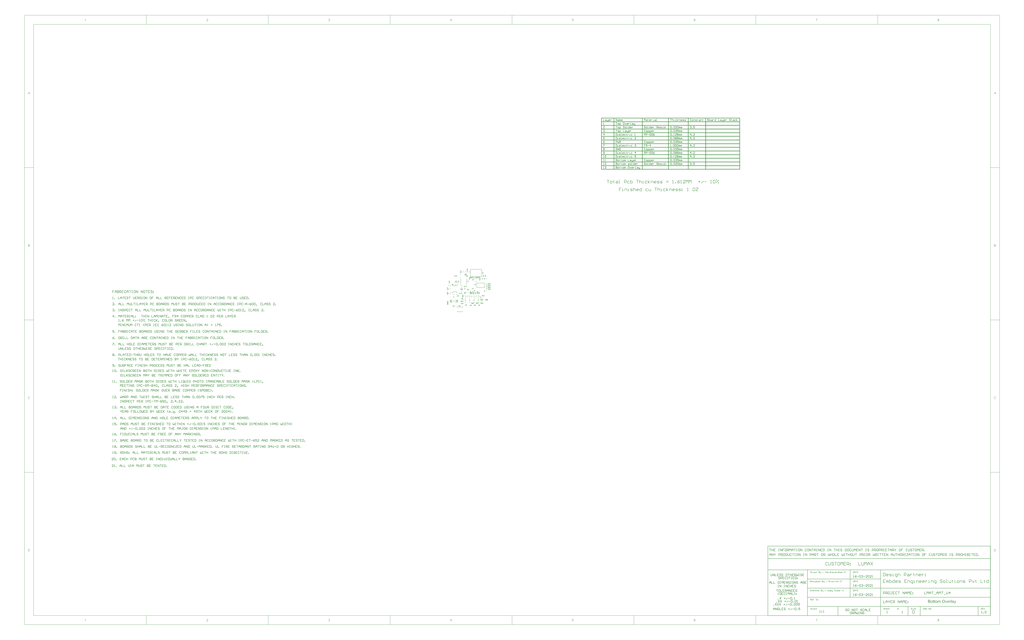
<source format=gbo>
G04 Layer_Color=32896*
%FSLAX25Y25*%
%MOIN*%
G70*
G01*
G75*
%ADD22C,0.00800*%
%ADD24C,0.01500*%
%ADD26C,0.00100*%
%ADD27C,0.01000*%
%ADD28C,0.00500*%
%ADD29C,0.00700*%
%ADD101C,0.00600*%
%ADD102C,0.00400*%
G36*
X1600948Y-940631D02*
X1602133D01*
Y-941554D01*
X1600948D01*
Y-945638D01*
Y-945653D01*
Y-945711D01*
Y-945799D01*
X1600962Y-945902D01*
X1600977Y-946121D01*
X1600991Y-946209D01*
X1601006Y-946282D01*
X1601021Y-946312D01*
X1601050Y-946370D01*
X1601109Y-946443D01*
X1601196Y-946517D01*
X1601226Y-946531D01*
X1601299Y-946546D01*
X1601431Y-946575D01*
X1601606Y-946590D01*
X1601753D01*
X1601826Y-946575D01*
X1601914D01*
X1602133Y-946546D01*
X1602295Y-947585D01*
X1602265D01*
X1602207Y-947600D01*
X1602119Y-947615D01*
X1601987Y-947629D01*
X1601855Y-947659D01*
X1601709Y-947673D01*
X1601401Y-947688D01*
X1601299D01*
X1601182Y-947673D01*
X1601035Y-947659D01*
X1600874Y-947644D01*
X1600699Y-947600D01*
X1600538Y-947556D01*
X1600391Y-947497D01*
X1600377Y-947483D01*
X1600333Y-947454D01*
X1600274Y-947410D01*
X1600201Y-947351D01*
X1600113Y-947278D01*
X1600040Y-947190D01*
X1599952Y-947088D01*
X1599893Y-946970D01*
Y-946956D01*
X1599879Y-946897D01*
X1599850Y-946809D01*
X1599835Y-946663D01*
X1599806Y-946473D01*
X1599791Y-946370D01*
X1599776Y-946239D01*
Y-946092D01*
X1599762Y-945931D01*
Y-945755D01*
Y-945565D01*
Y-941554D01*
X1598883D01*
Y-940631D01*
X1599762D01*
Y-938918D01*
X1600948Y-938201D01*
Y-940631D01*
D02*
G37*
G36*
X1597214D02*
X1598400D01*
Y-941554D01*
X1597214D01*
Y-945638D01*
Y-945653D01*
Y-945711D01*
Y-945799D01*
X1597229Y-945902D01*
X1597244Y-946121D01*
X1597258Y-946209D01*
X1597273Y-946282D01*
X1597288Y-946312D01*
X1597317Y-946370D01*
X1597375Y-946443D01*
X1597463Y-946517D01*
X1597493Y-946531D01*
X1597566Y-946546D01*
X1597698Y-946575D01*
X1597873Y-946590D01*
X1598020D01*
X1598093Y-946575D01*
X1598181D01*
X1598400Y-946546D01*
X1598561Y-947585D01*
X1598532D01*
X1598473Y-947600D01*
X1598386Y-947615D01*
X1598254Y-947629D01*
X1598122Y-947659D01*
X1597976Y-947673D01*
X1597668Y-947688D01*
X1597566D01*
X1597449Y-947673D01*
X1597302Y-947659D01*
X1597141Y-947644D01*
X1596966Y-947600D01*
X1596805Y-947556D01*
X1596658Y-947497D01*
X1596643Y-947483D01*
X1596599Y-947454D01*
X1596541Y-947410D01*
X1596468Y-947351D01*
X1596380Y-947278D01*
X1596307Y-947190D01*
X1596219Y-947088D01*
X1596160Y-946970D01*
Y-946956D01*
X1596146Y-946897D01*
X1596116Y-946809D01*
X1596102Y-946663D01*
X1596072Y-946473D01*
X1596058Y-946370D01*
X1596043Y-946239D01*
Y-946092D01*
X1596029Y-945931D01*
Y-945755D01*
Y-945565D01*
Y-941554D01*
X1595150D01*
Y-940631D01*
X1596029D01*
Y-938918D01*
X1597214Y-938201D01*
Y-940631D01*
D02*
G37*
G36*
X1645922Y-940485D02*
X1646039Y-940500D01*
X1646185Y-940514D01*
X1646332Y-940543D01*
X1646507Y-940587D01*
X1646859Y-940705D01*
X1647049Y-940778D01*
X1647239Y-940880D01*
X1647430Y-940983D01*
X1647620Y-941115D01*
X1647796Y-941261D01*
X1647971Y-941437D01*
X1647986Y-941451D01*
X1648015Y-941481D01*
X1648059Y-941539D01*
X1648118Y-941612D01*
X1648176Y-941715D01*
X1648249Y-941832D01*
X1648337Y-941964D01*
X1648425Y-942125D01*
X1648498Y-942315D01*
X1648586Y-942505D01*
X1648659Y-942725D01*
X1648733Y-942974D01*
X1648776Y-943223D01*
X1648820Y-943501D01*
X1648850Y-943794D01*
X1648864Y-944116D01*
Y-944130D01*
Y-944189D01*
Y-944291D01*
X1648850Y-944423D01*
X1643667D01*
Y-944438D01*
Y-944467D01*
X1643682Y-944540D01*
Y-944613D01*
X1643696Y-944716D01*
X1643711Y-944818D01*
X1643770Y-945082D01*
X1643857Y-945360D01*
X1643960Y-945653D01*
X1644121Y-945946D01*
X1644311Y-946195D01*
X1644341Y-946224D01*
X1644414Y-946282D01*
X1644546Y-946385D01*
X1644707Y-946487D01*
X1644926Y-946605D01*
X1645175Y-946707D01*
X1645453Y-946766D01*
X1645761Y-946795D01*
X1645878D01*
X1645995Y-946780D01*
X1646141Y-946751D01*
X1646317Y-946707D01*
X1646507Y-946648D01*
X1646698Y-946575D01*
X1646873Y-946458D01*
X1646888Y-946443D01*
X1646947Y-946385D01*
X1647034Y-946312D01*
X1647137Y-946180D01*
X1647254Y-946033D01*
X1647371Y-945843D01*
X1647488Y-945609D01*
X1647605Y-945345D01*
X1648820Y-945506D01*
Y-945521D01*
X1648806Y-945550D01*
X1648791Y-945609D01*
X1648762Y-945682D01*
X1648733Y-945770D01*
X1648689Y-945872D01*
X1648572Y-946121D01*
X1648425Y-946385D01*
X1648249Y-946663D01*
X1648015Y-946941D01*
X1647752Y-947175D01*
X1647737D01*
X1647722Y-947205D01*
X1647679Y-947234D01*
X1647605Y-947263D01*
X1647532Y-947307D01*
X1647444Y-947366D01*
X1647342Y-947410D01*
X1647210Y-947468D01*
X1646932Y-947571D01*
X1646581Y-947673D01*
X1646200Y-947732D01*
X1645761Y-947761D01*
X1645614D01*
X1645512Y-947746D01*
X1645380Y-947732D01*
X1645234Y-947717D01*
X1645073Y-947688D01*
X1644882Y-947644D01*
X1644502Y-947527D01*
X1644297Y-947454D01*
X1644106Y-947366D01*
X1643901Y-947263D01*
X1643711Y-947132D01*
X1643521Y-946985D01*
X1643345Y-946824D01*
X1643330Y-946809D01*
X1643301Y-946780D01*
X1643257Y-946722D01*
X1643213Y-946648D01*
X1643140Y-946561D01*
X1643067Y-946443D01*
X1642979Y-946297D01*
X1642906Y-946136D01*
X1642818Y-945960D01*
X1642730Y-945770D01*
X1642657Y-945550D01*
X1642598Y-945316D01*
X1642540Y-945067D01*
X1642496Y-944789D01*
X1642467Y-944496D01*
X1642452Y-944189D01*
Y-944174D01*
Y-944116D01*
Y-944013D01*
X1642467Y-943896D01*
X1642481Y-943750D01*
X1642496Y-943574D01*
X1642525Y-943384D01*
X1642569Y-943179D01*
X1642672Y-942739D01*
X1642745Y-942520D01*
X1642833Y-942286D01*
X1642935Y-942066D01*
X1643052Y-941846D01*
X1643184Y-941642D01*
X1643345Y-941451D01*
X1643360Y-941437D01*
X1643389Y-941407D01*
X1643433Y-941363D01*
X1643506Y-941290D01*
X1643594Y-941217D01*
X1643711Y-941144D01*
X1643828Y-941056D01*
X1643975Y-940953D01*
X1644136Y-940866D01*
X1644311Y-940778D01*
X1644502Y-940705D01*
X1644721Y-940617D01*
X1644941Y-940558D01*
X1645175Y-940514D01*
X1645424Y-940485D01*
X1645687Y-940470D01*
X1645819D01*
X1645922Y-940485D01*
D02*
G37*
G36*
X1655935Y-947600D02*
X1654750D01*
Y-937982D01*
X1655935D01*
Y-947600D01*
D02*
G37*
G36*
X1661001Y-940485D02*
X1661206Y-940500D01*
X1661440Y-940529D01*
X1661689Y-940558D01*
X1661923Y-940617D01*
X1662143Y-940690D01*
X1662172Y-940705D01*
X1662231Y-940719D01*
X1662333Y-940778D01*
X1662450Y-940836D01*
X1662582Y-940909D01*
X1662728Y-940997D01*
X1662845Y-941100D01*
X1662963Y-941217D01*
X1662977Y-941232D01*
X1663007Y-941276D01*
X1663050Y-941334D01*
X1663109Y-941437D01*
X1663168Y-941554D01*
X1663226Y-941685D01*
X1663285Y-941846D01*
X1663329Y-942022D01*
Y-942037D01*
X1663343Y-942081D01*
X1663358Y-942154D01*
X1663373Y-942271D01*
Y-942417D01*
X1663387Y-942608D01*
X1663402Y-942827D01*
Y-943106D01*
Y-944687D01*
Y-944701D01*
Y-944760D01*
Y-944848D01*
Y-944950D01*
Y-945082D01*
Y-945228D01*
X1663416Y-945565D01*
Y-945931D01*
X1663431Y-946268D01*
X1663446Y-946429D01*
Y-946561D01*
X1663460Y-946678D01*
X1663475Y-946780D01*
Y-946795D01*
X1663490Y-946853D01*
X1663504Y-946941D01*
X1663534Y-947044D01*
X1663577Y-947161D01*
X1663636Y-947307D01*
X1663768Y-947600D01*
X1662538D01*
X1662523Y-947585D01*
X1662509Y-947541D01*
X1662480Y-947454D01*
X1662436Y-947351D01*
X1662392Y-947219D01*
X1662362Y-947073D01*
X1662333Y-946912D01*
X1662304Y-946722D01*
X1662275Y-946751D01*
X1662187Y-946809D01*
X1662070Y-946912D01*
X1661894Y-947029D01*
X1661704Y-947175D01*
X1661484Y-947307D01*
X1661264Y-947424D01*
X1661030Y-947527D01*
X1661001Y-947541D01*
X1660928Y-947556D01*
X1660811Y-947600D01*
X1660649Y-947644D01*
X1660445Y-947688D01*
X1660225Y-947717D01*
X1659991Y-947746D01*
X1659727Y-947761D01*
X1659625D01*
X1659537Y-947746D01*
X1659449D01*
X1659332Y-947732D01*
X1659083Y-947688D01*
X1658790Y-947629D01*
X1658512Y-947527D01*
X1658219Y-947395D01*
X1657970Y-947205D01*
X1657941Y-947175D01*
X1657868Y-947102D01*
X1657780Y-946985D01*
X1657663Y-946809D01*
X1657546Y-946605D01*
X1657458Y-946370D01*
X1657385Y-946077D01*
X1657355Y-945770D01*
Y-945741D01*
Y-945682D01*
X1657370Y-945580D01*
X1657385Y-945463D01*
X1657414Y-945316D01*
X1657443Y-945155D01*
X1657502Y-944994D01*
X1657575Y-944833D01*
X1657590Y-944818D01*
X1657619Y-944760D01*
X1657663Y-944687D01*
X1657736Y-944584D01*
X1657824Y-944482D01*
X1657941Y-944365D01*
X1658058Y-944262D01*
X1658190Y-944160D01*
X1658205Y-944145D01*
X1658263Y-944116D01*
X1658336Y-944072D01*
X1658439Y-944013D01*
X1658571Y-943940D01*
X1658702Y-943881D01*
X1658863Y-943823D01*
X1659039Y-943764D01*
X1659054D01*
X1659112Y-943750D01*
X1659185Y-943735D01*
X1659303Y-943706D01*
X1659449Y-943676D01*
X1659639Y-943647D01*
X1659844Y-943618D01*
X1660093Y-943589D01*
X1660108D01*
X1660152Y-943574D01*
X1660225D01*
X1660327Y-943559D01*
X1660445Y-943545D01*
X1660576Y-943530D01*
X1660898Y-943472D01*
X1661235Y-943413D01*
X1661587Y-943354D01*
X1661923Y-943267D01*
X1662070Y-943223D01*
X1662201Y-943179D01*
Y-943164D01*
Y-943135D01*
X1662216Y-943047D01*
Y-942945D01*
Y-942901D01*
Y-942871D01*
Y-942857D01*
Y-942842D01*
Y-942754D01*
X1662201Y-942622D01*
X1662172Y-942476D01*
X1662128Y-942315D01*
X1662070Y-942139D01*
X1661996Y-941993D01*
X1661879Y-941861D01*
X1661865Y-941846D01*
X1661791Y-941803D01*
X1661689Y-941729D01*
X1661543Y-941656D01*
X1661352Y-941583D01*
X1661118Y-941510D01*
X1660840Y-941466D01*
X1660532Y-941451D01*
X1660401D01*
X1660254Y-941466D01*
X1660064Y-941481D01*
X1659859Y-941524D01*
X1659669Y-941568D01*
X1659464Y-941642D01*
X1659303Y-941744D01*
X1659288Y-941759D01*
X1659244Y-941803D01*
X1659171Y-941876D01*
X1659083Y-941978D01*
X1658981Y-942125D01*
X1658893Y-942300D01*
X1658790Y-942520D01*
X1658717Y-942769D01*
X1657561Y-942608D01*
Y-942593D01*
X1657575Y-942579D01*
X1657590Y-942491D01*
X1657634Y-942359D01*
X1657678Y-942183D01*
X1657751Y-941993D01*
X1657839Y-941803D01*
X1657941Y-941598D01*
X1658073Y-941422D01*
X1658088Y-941407D01*
X1658146Y-941349D01*
X1658219Y-941261D01*
X1658336Y-941158D01*
X1658483Y-941056D01*
X1658673Y-940939D01*
X1658878Y-940822D01*
X1659112Y-940719D01*
X1659127D01*
X1659142Y-940705D01*
X1659185Y-940690D01*
X1659229Y-940675D01*
X1659376Y-940646D01*
X1659566Y-940587D01*
X1659800Y-940543D01*
X1660064Y-940514D01*
X1660371Y-940485D01*
X1660693Y-940470D01*
X1660840D01*
X1661001Y-940485D01*
D02*
G37*
G36*
X1583380Y-937996D02*
X1583482D01*
X1583731Y-938011D01*
X1584009Y-938055D01*
X1584302Y-938099D01*
X1584595Y-938172D01*
X1584858Y-938274D01*
X1584873D01*
X1584888Y-938289D01*
X1584975Y-938333D01*
X1585093Y-938406D01*
X1585239Y-938494D01*
X1585415Y-938626D01*
X1585590Y-938787D01*
X1585751Y-938962D01*
X1585912Y-939182D01*
X1585927Y-939211D01*
X1585971Y-939285D01*
X1586029Y-939416D01*
X1586103Y-939577D01*
X1586176Y-939768D01*
X1586234Y-939973D01*
X1586278Y-940207D01*
X1586293Y-940456D01*
Y-940485D01*
Y-940558D01*
X1586278Y-940675D01*
X1586249Y-940836D01*
X1586205Y-941012D01*
X1586147Y-941202D01*
X1586073Y-941422D01*
X1585956Y-941627D01*
X1585942Y-941656D01*
X1585898Y-941715D01*
X1585810Y-941817D01*
X1585707Y-941934D01*
X1585561Y-942081D01*
X1585385Y-942212D01*
X1585180Y-942359D01*
X1584931Y-942491D01*
X1584946D01*
X1584975Y-942505D01*
X1585019Y-942520D01*
X1585078Y-942535D01*
X1585239Y-942608D01*
X1585429Y-942696D01*
X1585649Y-942827D01*
X1585868Y-942974D01*
X1586088Y-943149D01*
X1586278Y-943369D01*
X1586293Y-943398D01*
X1586351Y-943472D01*
X1586425Y-943603D01*
X1586527Y-943779D01*
X1586615Y-943999D01*
X1586688Y-944233D01*
X1586747Y-944511D01*
X1586761Y-944818D01*
Y-944848D01*
Y-944936D01*
X1586747Y-945067D01*
X1586732Y-945228D01*
X1586688Y-945419D01*
X1586644Y-945638D01*
X1586571Y-945858D01*
X1586469Y-946077D01*
X1586454Y-946107D01*
X1586425Y-946180D01*
X1586351Y-946282D01*
X1586278Y-946414D01*
X1586176Y-946561D01*
X1586059Y-946707D01*
X1585912Y-946853D01*
X1585766Y-946985D01*
X1585751Y-947000D01*
X1585693Y-947029D01*
X1585605Y-947088D01*
X1585473Y-947161D01*
X1585327Y-947234D01*
X1585136Y-947307D01*
X1584931Y-947380D01*
X1584712Y-947454D01*
X1584683D01*
X1584595Y-947483D01*
X1584463Y-947497D01*
X1584287Y-947527D01*
X1584053Y-947556D01*
X1583790Y-947571D01*
X1583497Y-947600D01*
X1579500D01*
Y-937982D01*
X1583277D01*
X1583380Y-937996D01*
D02*
G37*
G36*
X1630257Y-937835D02*
X1630374D01*
X1630520Y-937850D01*
X1630667Y-937879D01*
X1630843Y-937894D01*
X1631208Y-937982D01*
X1631618Y-938099D01*
X1632028Y-938245D01*
X1632233Y-938348D01*
X1632438Y-938465D01*
X1632453D01*
X1632482Y-938494D01*
X1632541Y-938523D01*
X1632614Y-938582D01*
X1632702Y-938640D01*
X1632804Y-938728D01*
X1633039Y-938918D01*
X1633302Y-939167D01*
X1633580Y-939475D01*
X1633829Y-939826D01*
X1634063Y-940236D01*
Y-940251D01*
X1634093Y-940295D01*
X1634122Y-940353D01*
X1634151Y-940441D01*
X1634195Y-940543D01*
X1634239Y-940675D01*
X1634298Y-940822D01*
X1634356Y-940983D01*
X1634400Y-941173D01*
X1634459Y-941363D01*
X1634546Y-941803D01*
X1634605Y-942286D01*
X1634634Y-942813D01*
Y-942827D01*
Y-942871D01*
Y-942959D01*
X1634620Y-943062D01*
Y-943193D01*
X1634605Y-943340D01*
X1634590Y-943501D01*
X1634561Y-943691D01*
X1634488Y-944101D01*
X1634385Y-944540D01*
X1634239Y-944994D01*
X1634034Y-945433D01*
Y-945448D01*
X1634005Y-945477D01*
X1633975Y-945536D01*
X1633932Y-945624D01*
X1633858Y-945711D01*
X1633785Y-945829D01*
X1633609Y-946077D01*
X1633375Y-946356D01*
X1633082Y-946648D01*
X1632746Y-946927D01*
X1632365Y-947175D01*
X1632350D01*
X1632321Y-947205D01*
X1632263Y-947234D01*
X1632175Y-947263D01*
X1632072Y-947307D01*
X1631955Y-947366D01*
X1631823Y-947410D01*
X1631662Y-947468D01*
X1631326Y-947571D01*
X1630930Y-947673D01*
X1630491Y-947732D01*
X1630037Y-947761D01*
X1629906D01*
X1629803Y-947746D01*
X1629686D01*
X1629554Y-947732D01*
X1629393Y-947703D01*
X1629217Y-947673D01*
X1628851Y-947600D01*
X1628441Y-947483D01*
X1628017Y-947322D01*
X1627812Y-947234D01*
X1627607Y-947117D01*
X1627592Y-947102D01*
X1627563Y-947088D01*
X1627505Y-947044D01*
X1627431Y-947000D01*
X1627344Y-946927D01*
X1627241Y-946853D01*
X1627007Y-946648D01*
X1626743Y-946385D01*
X1626465Y-946092D01*
X1626216Y-945726D01*
X1625982Y-945331D01*
Y-945316D01*
X1625953Y-945272D01*
X1625938Y-945214D01*
X1625894Y-945126D01*
X1625850Y-945023D01*
X1625806Y-944906D01*
X1625762Y-944760D01*
X1625718Y-944599D01*
X1625660Y-944423D01*
X1625616Y-944247D01*
X1625528Y-943838D01*
X1625470Y-943398D01*
X1625440Y-942930D01*
Y-942901D01*
Y-942827D01*
X1625455Y-942696D01*
Y-942535D01*
X1625484Y-942330D01*
X1625513Y-942095D01*
X1625543Y-941846D01*
X1625601Y-941554D01*
X1625675Y-941261D01*
X1625748Y-940953D01*
X1625850Y-940646D01*
X1625982Y-940339D01*
X1626128Y-940031D01*
X1626289Y-939724D01*
X1626494Y-939445D01*
X1626714Y-939182D01*
X1626729Y-939167D01*
X1626773Y-939123D01*
X1626846Y-939050D01*
X1626948Y-938962D01*
X1627080Y-938860D01*
X1627226Y-938757D01*
X1627402Y-938626D01*
X1627607Y-938494D01*
X1627841Y-938377D01*
X1628090Y-938245D01*
X1628368Y-938143D01*
X1628661Y-938025D01*
X1628969Y-937952D01*
X1629305Y-937879D01*
X1629671Y-937835D01*
X1630037Y-937821D01*
X1630169D01*
X1630257Y-937835D01*
D02*
G37*
G36*
X1591417Y-940485D02*
X1591549Y-940500D01*
X1591681Y-940514D01*
X1591842Y-940543D01*
X1592017Y-940587D01*
X1592383Y-940705D01*
X1592574Y-940778D01*
X1592778Y-940866D01*
X1592969Y-940983D01*
X1593159Y-941115D01*
X1593349Y-941261D01*
X1593525Y-941422D01*
X1593540Y-941437D01*
X1593569Y-941466D01*
X1593613Y-941524D01*
X1593672Y-941598D01*
X1593745Y-941685D01*
X1593818Y-941803D01*
X1593906Y-941949D01*
X1593994Y-942095D01*
X1594067Y-942271D01*
X1594155Y-942476D01*
X1594228Y-942681D01*
X1594301Y-942915D01*
X1594360Y-943164D01*
X1594403Y-943442D01*
X1594433Y-943720D01*
X1594447Y-944028D01*
Y-944042D01*
Y-944086D01*
Y-944160D01*
Y-944247D01*
X1594433Y-944365D01*
Y-944496D01*
X1594418Y-944643D01*
X1594403Y-944804D01*
X1594345Y-945140D01*
X1594272Y-945492D01*
X1594169Y-945843D01*
X1594038Y-946151D01*
Y-946165D01*
X1594023Y-946180D01*
X1593964Y-946282D01*
X1593862Y-946414D01*
X1593730Y-946590D01*
X1593569Y-946780D01*
X1593364Y-946970D01*
X1593130Y-947161D01*
X1592852Y-947336D01*
X1592837D01*
X1592822Y-947351D01*
X1592778Y-947380D01*
X1592720Y-947395D01*
X1592559Y-947468D01*
X1592354Y-947541D01*
X1592105Y-947629D01*
X1591827Y-947688D01*
X1591519Y-947746D01*
X1591183Y-947761D01*
X1591036D01*
X1590934Y-947746D01*
X1590817Y-947732D01*
X1590670Y-947717D01*
X1590509Y-947688D01*
X1590334Y-947644D01*
X1589968Y-947527D01*
X1589763Y-947454D01*
X1589572Y-947366D01*
X1589367Y-947263D01*
X1589177Y-947132D01*
X1588987Y-946985D01*
X1588811Y-946824D01*
X1588796Y-946809D01*
X1588767Y-946780D01*
X1588723Y-946722D01*
X1588679Y-946648D01*
X1588606Y-946546D01*
X1588533Y-946429D01*
X1588445Y-946297D01*
X1588372Y-946136D01*
X1588284Y-945946D01*
X1588196Y-945755D01*
X1588123Y-945521D01*
X1588064Y-945287D01*
X1588006Y-945023D01*
X1587962Y-944745D01*
X1587933Y-944438D01*
X1587918Y-944116D01*
Y-944086D01*
Y-944028D01*
X1587933Y-943925D01*
Y-943794D01*
X1587947Y-943633D01*
X1587977Y-943457D01*
X1588006Y-943252D01*
X1588050Y-943032D01*
X1588108Y-942798D01*
X1588181Y-942564D01*
X1588269Y-942330D01*
X1588372Y-942095D01*
X1588489Y-941861D01*
X1588635Y-941642D01*
X1588796Y-941437D01*
X1588987Y-941246D01*
X1589001Y-941232D01*
X1589031Y-941217D01*
X1589075Y-941173D01*
X1589148Y-941129D01*
X1589236Y-941071D01*
X1589338Y-940997D01*
X1589455Y-940924D01*
X1589602Y-940851D01*
X1589748Y-940792D01*
X1589909Y-940719D01*
X1590290Y-940587D01*
X1590714Y-940500D01*
X1590948Y-940485D01*
X1591183Y-940470D01*
X1591315D01*
X1591417Y-940485D01*
D02*
G37*
G36*
X1618237D02*
X1618325D01*
X1618428Y-940500D01*
X1618647Y-940543D01*
X1618911Y-940617D01*
X1619174Y-940719D01*
X1619423Y-940866D01*
X1619658Y-941056D01*
X1619687Y-941085D01*
X1619745Y-941158D01*
X1619833Y-941305D01*
X1619950Y-941495D01*
X1620053Y-941744D01*
X1620141Y-942037D01*
X1620199Y-942403D01*
X1620229Y-942608D01*
Y-942827D01*
Y-947600D01*
X1619043D01*
Y-943223D01*
Y-943208D01*
Y-943193D01*
Y-943106D01*
Y-942974D01*
X1619028Y-942827D01*
X1618999Y-942491D01*
X1618969Y-942330D01*
X1618925Y-942198D01*
Y-942183D01*
X1618896Y-942139D01*
X1618867Y-942081D01*
X1618823Y-942008D01*
X1618764Y-941934D01*
X1618691Y-941846D01*
X1618603Y-941759D01*
X1618501Y-941685D01*
X1618486Y-941671D01*
X1618442Y-941656D01*
X1618384Y-941627D01*
X1618311Y-941583D01*
X1618208Y-941554D01*
X1618076Y-941524D01*
X1617945Y-941510D01*
X1617798Y-941495D01*
X1617681D01*
X1617535Y-941524D01*
X1617374Y-941554D01*
X1617183Y-941612D01*
X1616978Y-941700D01*
X1616759Y-941832D01*
X1616569Y-941993D01*
X1616554Y-942022D01*
X1616495Y-942081D01*
X1616422Y-942198D01*
X1616334Y-942373D01*
X1616232Y-942593D01*
X1616159Y-942857D01*
X1616100Y-943179D01*
X1616085Y-943559D01*
Y-947600D01*
X1614899D01*
Y-943076D01*
Y-943062D01*
Y-943047D01*
Y-943003D01*
Y-942945D01*
X1614885Y-942798D01*
X1614870Y-942637D01*
X1614826Y-942432D01*
X1614782Y-942242D01*
X1614709Y-942051D01*
X1614607Y-941890D01*
X1614592Y-941876D01*
X1614548Y-941832D01*
X1614490Y-941759D01*
X1614387Y-941685D01*
X1614255Y-941627D01*
X1614094Y-941554D01*
X1613904Y-941510D01*
X1613670Y-941495D01*
X1613582D01*
X1613494Y-941510D01*
X1613362Y-941524D01*
X1613231Y-941554D01*
X1613070Y-941612D01*
X1612909Y-941671D01*
X1612747Y-941759D01*
X1612733Y-941773D01*
X1612674Y-941803D01*
X1612601Y-941876D01*
X1612513Y-941949D01*
X1612411Y-942066D01*
X1612308Y-942198D01*
X1612220Y-942359D01*
X1612133Y-942535D01*
X1612118Y-942564D01*
X1612103Y-942622D01*
X1612074Y-942739D01*
X1612045Y-942901D01*
X1612001Y-943106D01*
X1611971Y-943354D01*
X1611957Y-943647D01*
X1611942Y-943984D01*
Y-947600D01*
X1610756D01*
Y-940631D01*
X1611810D01*
Y-941612D01*
X1611825Y-941583D01*
X1611869Y-941524D01*
X1611942Y-941437D01*
X1612045Y-941319D01*
X1612162Y-941188D01*
X1612308Y-941056D01*
X1612484Y-940909D01*
X1612674Y-940792D01*
X1612704Y-940778D01*
X1612777Y-940749D01*
X1612894Y-940690D01*
X1613040Y-940631D01*
X1613231Y-940573D01*
X1613436Y-940514D01*
X1613684Y-940485D01*
X1613933Y-940470D01*
X1614065D01*
X1614211Y-940485D01*
X1614387Y-940514D01*
X1614577Y-940543D01*
X1614797Y-940602D01*
X1615002Y-940690D01*
X1615192Y-940792D01*
X1615222Y-940807D01*
X1615280Y-940851D01*
X1615368Y-940924D01*
X1615471Y-941027D01*
X1615588Y-941158D01*
X1615705Y-941305D01*
X1615807Y-941495D01*
X1615895Y-941700D01*
X1615910Y-941685D01*
X1615939Y-941642D01*
X1615983Y-941583D01*
X1616041Y-941510D01*
X1616129Y-941407D01*
X1616232Y-941305D01*
X1616349Y-941202D01*
X1616481Y-941085D01*
X1616627Y-940968D01*
X1616788Y-940866D01*
X1617169Y-940661D01*
X1617374Y-940587D01*
X1617593Y-940529D01*
X1617813Y-940485D01*
X1618062Y-940470D01*
X1618164D01*
X1618237Y-940485D01*
D02*
G37*
G36*
X1653081D02*
X1653242Y-940514D01*
X1653417Y-940573D01*
X1653622Y-940631D01*
X1653842Y-940734D01*
X1654076Y-940866D01*
X1653652Y-941949D01*
X1653637Y-941934D01*
X1653578Y-941905D01*
X1653491Y-941861D01*
X1653388Y-941817D01*
X1653256Y-941773D01*
X1653110Y-941729D01*
X1652949Y-941700D01*
X1652788Y-941685D01*
X1652729D01*
X1652656Y-941700D01*
X1652554Y-941715D01*
X1652451Y-941744D01*
X1652334Y-941788D01*
X1652217Y-941846D01*
X1652100Y-941920D01*
X1652085Y-941934D01*
X1652056Y-941964D01*
X1651997Y-942022D01*
X1651939Y-942095D01*
X1651866Y-942183D01*
X1651792Y-942300D01*
X1651734Y-942432D01*
X1651675Y-942579D01*
X1651661Y-942608D01*
X1651646Y-942681D01*
X1651617Y-942813D01*
X1651587Y-942988D01*
X1651543Y-943193D01*
X1651514Y-943428D01*
X1651500Y-943676D01*
X1651485Y-943955D01*
Y-947600D01*
X1650299D01*
Y-940631D01*
X1651368D01*
Y-941671D01*
X1651382Y-941656D01*
X1651441Y-941568D01*
X1651514Y-941437D01*
X1651602Y-941290D01*
X1651719Y-941129D01*
X1651851Y-940968D01*
X1651968Y-940822D01*
X1652100Y-940719D01*
X1652114Y-940705D01*
X1652158Y-940675D01*
X1652231Y-940646D01*
X1652334Y-940587D01*
X1652436Y-940543D01*
X1652568Y-940514D01*
X1652715Y-940485D01*
X1652861Y-940470D01*
X1652963D01*
X1653081Y-940485D01*
D02*
G37*
G36*
X1668292Y-947717D02*
Y-947732D01*
X1668277Y-947761D01*
X1668248Y-947820D01*
X1668218Y-947907D01*
X1668189Y-947995D01*
X1668145Y-948098D01*
X1668057Y-948347D01*
X1667940Y-948610D01*
X1667838Y-948859D01*
X1667735Y-949108D01*
X1667677Y-949210D01*
X1667633Y-949298D01*
X1667618Y-949327D01*
X1667574Y-949386D01*
X1667516Y-949489D01*
X1667428Y-949620D01*
X1667311Y-949752D01*
X1667194Y-949899D01*
X1667047Y-950030D01*
X1666901Y-950147D01*
X1666886Y-950162D01*
X1666828Y-950191D01*
X1666740Y-950235D01*
X1666623Y-950279D01*
X1666491Y-950338D01*
X1666315Y-950382D01*
X1666139Y-950411D01*
X1665935Y-950426D01*
X1665876D01*
X1665803Y-950411D01*
X1665715D01*
X1665598Y-950396D01*
X1665466Y-950367D01*
X1665173Y-950279D01*
X1665042Y-949181D01*
X1665056D01*
X1665100Y-949196D01*
X1665173Y-949210D01*
X1665276Y-949240D01*
X1665481Y-949284D01*
X1665715Y-949298D01*
X1665788D01*
X1665847Y-949284D01*
X1665949D01*
X1666154Y-949240D01*
X1666257Y-949210D01*
X1666344Y-949166D01*
X1666359D01*
X1666388Y-949137D01*
X1666432Y-949108D01*
X1666476Y-949064D01*
X1666608Y-948947D01*
X1666740Y-948786D01*
Y-948771D01*
X1666754Y-948742D01*
X1666784Y-948698D01*
X1666828Y-948610D01*
X1666871Y-948493D01*
X1666930Y-948347D01*
X1667003Y-948142D01*
X1667091Y-947907D01*
X1667106Y-947893D01*
X1667120Y-947834D01*
X1667164Y-947746D01*
X1667208Y-947615D01*
X1664558Y-940631D01*
X1665817D01*
X1667267Y-944643D01*
Y-944657D01*
X1667281Y-944672D01*
X1667296Y-944716D01*
X1667311Y-944775D01*
X1667369Y-944936D01*
X1667443Y-945140D01*
X1667516Y-945375D01*
X1667603Y-945653D01*
X1667691Y-945946D01*
X1667779Y-946253D01*
Y-946239D01*
X1667794Y-946224D01*
Y-946180D01*
X1667823Y-946121D01*
X1667852Y-945960D01*
X1667911Y-945770D01*
X1667984Y-945536D01*
X1668072Y-945272D01*
X1668160Y-944994D01*
X1668262Y-944701D01*
X1669756Y-940631D01*
X1670927D01*
X1668292Y-947717D01*
D02*
G37*
G36*
X1639158Y-947600D02*
X1638045D01*
X1635395Y-940631D01*
X1636640D01*
X1638133Y-944818D01*
X1638148Y-944848D01*
X1638177Y-944936D01*
X1638221Y-945067D01*
X1638280Y-945243D01*
X1638353Y-945448D01*
X1638426Y-945682D01*
X1638514Y-945946D01*
X1638587Y-946209D01*
X1638602Y-946180D01*
X1638616Y-946107D01*
X1638660Y-945990D01*
X1638704Y-945843D01*
X1638763Y-945653D01*
X1638836Y-945419D01*
X1638924Y-945170D01*
X1639026Y-944892D01*
X1640578Y-940631D01*
X1641793D01*
X1639158Y-947600D01*
D02*
G37*
G36*
X1606350Y-940485D02*
X1606482Y-940500D01*
X1606613Y-940514D01*
X1606774Y-940543D01*
X1606950Y-940587D01*
X1607316Y-940705D01*
X1607506Y-940778D01*
X1607711Y-940866D01*
X1607902Y-940983D01*
X1608092Y-941115D01*
X1608282Y-941261D01*
X1608458Y-941422D01*
X1608473Y-941437D01*
X1608502Y-941466D01*
X1608546Y-941524D01*
X1608604Y-941598D01*
X1608677Y-941685D01*
X1608751Y-941803D01*
X1608839Y-941949D01*
X1608926Y-942095D01*
X1609000Y-942271D01*
X1609087Y-942476D01*
X1609161Y-942681D01*
X1609234Y-942915D01*
X1609292Y-943164D01*
X1609336Y-943442D01*
X1609366Y-943720D01*
X1609380Y-944028D01*
Y-944042D01*
Y-944086D01*
Y-944160D01*
Y-944247D01*
X1609366Y-944365D01*
Y-944496D01*
X1609351Y-944643D01*
X1609336Y-944804D01*
X1609278Y-945140D01*
X1609205Y-945492D01*
X1609102Y-945843D01*
X1608970Y-946151D01*
Y-946165D01*
X1608956Y-946180D01*
X1608897Y-946282D01*
X1608795Y-946414D01*
X1608663Y-946590D01*
X1608502Y-946780D01*
X1608297Y-946970D01*
X1608063Y-947161D01*
X1607784Y-947336D01*
X1607770D01*
X1607755Y-947351D01*
X1607711Y-947380D01*
X1607653Y-947395D01*
X1607492Y-947468D01*
X1607287Y-947541D01*
X1607038Y-947629D01*
X1606760Y-947688D01*
X1606452Y-947746D01*
X1606116Y-947761D01*
X1605969D01*
X1605867Y-947746D01*
X1605750Y-947732D01*
X1605603Y-947717D01*
X1605442Y-947688D01*
X1605266Y-947644D01*
X1604900Y-947527D01*
X1604695Y-947454D01*
X1604505Y-947366D01*
X1604300Y-947263D01*
X1604110Y-947132D01*
X1603919Y-946985D01*
X1603744Y-946824D01*
X1603729Y-946809D01*
X1603700Y-946780D01*
X1603656Y-946722D01*
X1603612Y-946648D01*
X1603539Y-946546D01*
X1603466Y-946429D01*
X1603378Y-946297D01*
X1603305Y-946136D01*
X1603217Y-945946D01*
X1603129Y-945755D01*
X1603056Y-945521D01*
X1602997Y-945287D01*
X1602939Y-945023D01*
X1602895Y-944745D01*
X1602865Y-944438D01*
X1602851Y-944116D01*
Y-944086D01*
Y-944028D01*
X1602865Y-943925D01*
Y-943794D01*
X1602880Y-943633D01*
X1602909Y-943457D01*
X1602939Y-943252D01*
X1602983Y-943032D01*
X1603041Y-942798D01*
X1603114Y-942564D01*
X1603202Y-942330D01*
X1603305Y-942095D01*
X1603422Y-941861D01*
X1603568Y-941642D01*
X1603729Y-941437D01*
X1603919Y-941246D01*
X1603934Y-941232D01*
X1603963Y-941217D01*
X1604007Y-941173D01*
X1604081Y-941129D01*
X1604168Y-941071D01*
X1604271Y-940997D01*
X1604388Y-940924D01*
X1604534Y-940851D01*
X1604681Y-940792D01*
X1604842Y-940719D01*
X1605223Y-940587D01*
X1605647Y-940500D01*
X1605881Y-940485D01*
X1606116Y-940470D01*
X1606247D01*
X1606350Y-940485D01*
D02*
G37*
%LPC*%
G36*
X1645702Y-941437D02*
X1645629D01*
X1645570Y-941451D01*
X1645409Y-941466D01*
X1645219Y-941510D01*
X1644999Y-941568D01*
X1644780Y-941671D01*
X1644546Y-941803D01*
X1644326Y-941993D01*
X1644297Y-942022D01*
X1644238Y-942095D01*
X1644150Y-942212D01*
X1644048Y-942388D01*
X1643945Y-942593D01*
X1643843Y-942842D01*
X1643770Y-943135D01*
X1643726Y-943457D01*
X1647620D01*
Y-943442D01*
Y-943413D01*
X1647605Y-943369D01*
Y-943311D01*
X1647576Y-943149D01*
X1647532Y-942959D01*
X1647474Y-942754D01*
X1647386Y-942535D01*
X1647298Y-942315D01*
X1647166Y-942139D01*
Y-942125D01*
X1647137Y-942110D01*
X1647064Y-942022D01*
X1646932Y-941920D01*
X1646771Y-941788D01*
X1646551Y-941656D01*
X1646302Y-941539D01*
X1646024Y-941466D01*
X1645863Y-941451D01*
X1645702Y-941437D01*
D02*
G37*
G36*
X1662201Y-944101D02*
X1662172Y-944116D01*
X1662128Y-944130D01*
X1662084Y-944145D01*
X1662011Y-944174D01*
X1661923Y-944189D01*
X1661835Y-944218D01*
X1661718Y-944262D01*
X1661587Y-944291D01*
X1661440Y-944321D01*
X1661294Y-944365D01*
X1661118Y-944409D01*
X1660928Y-944438D01*
X1660723Y-944482D01*
X1660503Y-944511D01*
X1660269Y-944555D01*
X1660240D01*
X1660152Y-944569D01*
X1660020Y-944599D01*
X1659859Y-944628D01*
X1659522Y-944701D01*
X1659361Y-944745D01*
X1659229Y-944789D01*
X1659215D01*
X1659185Y-944818D01*
X1659127Y-944848D01*
X1659068Y-944892D01*
X1658922Y-945009D01*
X1658776Y-945184D01*
Y-945199D01*
X1658746Y-945228D01*
X1658732Y-945272D01*
X1658702Y-945345D01*
X1658644Y-945521D01*
X1658629Y-945624D01*
X1658615Y-945741D01*
Y-945755D01*
Y-945814D01*
X1658629Y-945902D01*
X1658658Y-946019D01*
X1658702Y-946136D01*
X1658761Y-946268D01*
X1658849Y-946399D01*
X1658966Y-946531D01*
X1658981Y-946546D01*
X1659039Y-946575D01*
X1659112Y-946634D01*
X1659229Y-946678D01*
X1659376Y-946736D01*
X1659566Y-946795D01*
X1659771Y-946824D01*
X1660020Y-946839D01*
X1660137D01*
X1660254Y-946824D01*
X1660430Y-946795D01*
X1660606Y-946766D01*
X1660811Y-946722D01*
X1661016Y-946648D01*
X1661221Y-946546D01*
X1661250Y-946531D01*
X1661308Y-946487D01*
X1661411Y-946429D01*
X1661528Y-946326D01*
X1661645Y-946224D01*
X1661777Y-946077D01*
X1661909Y-945916D01*
X1662011Y-945726D01*
X1662026Y-945711D01*
X1662040Y-945653D01*
X1662070Y-945565D01*
X1662114Y-945433D01*
X1662143Y-945258D01*
X1662172Y-945053D01*
X1662187Y-944818D01*
X1662201Y-944540D01*
Y-944101D01*
D02*
G37*
G36*
X1583306Y-943164D02*
X1580774D01*
Y-946473D01*
X1583497D01*
X1583790Y-946458D01*
X1583921Y-946443D01*
X1584024Y-946429D01*
X1584038D01*
X1584097Y-946414D01*
X1584185Y-946399D01*
X1584287Y-946370D01*
X1584521Y-946297D01*
X1584756Y-946180D01*
X1584770Y-946165D01*
X1584814Y-946151D01*
X1584858Y-946107D01*
X1584931Y-946033D01*
X1585019Y-945960D01*
X1585093Y-945872D01*
X1585180Y-945755D01*
X1585254Y-945638D01*
X1585268Y-945624D01*
X1585283Y-945580D01*
X1585312Y-945506D01*
X1585356Y-945404D01*
X1585385Y-945287D01*
X1585415Y-945140D01*
X1585429Y-944994D01*
X1585444Y-944818D01*
Y-944789D01*
Y-944731D01*
X1585429Y-944628D01*
X1585415Y-944511D01*
X1585371Y-944365D01*
X1585327Y-944203D01*
X1585254Y-944042D01*
X1585151Y-943896D01*
X1585136Y-943881D01*
X1585107Y-943823D01*
X1585034Y-943764D01*
X1584946Y-943676D01*
X1584844Y-943574D01*
X1584712Y-943486D01*
X1584565Y-943398D01*
X1584390Y-943325D01*
X1584361Y-943311D01*
X1584302Y-943296D01*
X1584185Y-943267D01*
X1584038Y-943237D01*
X1583833Y-943208D01*
X1583599Y-943193D01*
X1583306Y-943164D01*
D02*
G37*
G36*
X1583043Y-939109D02*
X1580774D01*
Y-942037D01*
X1583131D01*
X1583306Y-942022D01*
X1583511Y-942008D01*
X1583716Y-941993D01*
X1583892Y-941964D01*
X1584053Y-941934D01*
X1584068Y-941920D01*
X1584126Y-941905D01*
X1584214Y-941876D01*
X1584331Y-941817D01*
X1584448Y-941759D01*
X1584565Y-941671D01*
X1584683Y-941568D01*
X1584785Y-941451D01*
X1584800Y-941437D01*
X1584829Y-941393D01*
X1584858Y-941319D01*
X1584917Y-941217D01*
X1584961Y-941100D01*
X1584990Y-940953D01*
X1585019Y-940792D01*
X1585034Y-940602D01*
Y-940587D01*
Y-940514D01*
X1585019Y-940426D01*
X1585005Y-940309D01*
X1584975Y-940178D01*
X1584931Y-940046D01*
X1584873Y-939899D01*
X1584800Y-939753D01*
X1584785Y-939738D01*
X1584756Y-939694D01*
X1584697Y-939636D01*
X1584624Y-939548D01*
X1584536Y-939475D01*
X1584419Y-939387D01*
X1584287Y-939314D01*
X1584141Y-939255D01*
X1584126D01*
X1584053Y-939226D01*
X1583951Y-939211D01*
X1583804Y-939182D01*
X1583599Y-939153D01*
X1583350Y-939138D01*
X1583043Y-939109D01*
D02*
G37*
G36*
X1630037Y-938918D02*
X1629906D01*
X1629818Y-938933D01*
X1629701Y-938948D01*
X1629554Y-938962D01*
X1629408Y-938992D01*
X1629247Y-939036D01*
X1628881Y-939153D01*
X1628690Y-939226D01*
X1628500Y-939314D01*
X1628295Y-939416D01*
X1628105Y-939548D01*
X1627914Y-939694D01*
X1627724Y-939855D01*
X1627710Y-939870D01*
X1627680Y-939899D01*
X1627636Y-939958D01*
X1627578Y-940031D01*
X1627505Y-940134D01*
X1627417Y-940265D01*
X1627329Y-940412D01*
X1627241Y-940587D01*
X1627153Y-940792D01*
X1627065Y-941012D01*
X1626978Y-941261D01*
X1626904Y-941554D01*
X1626846Y-941861D01*
X1626802Y-942183D01*
X1626773Y-942549D01*
X1626758Y-942945D01*
Y-942959D01*
Y-943018D01*
Y-943106D01*
X1626773Y-943237D01*
X1626787Y-943384D01*
X1626802Y-943545D01*
X1626831Y-943735D01*
X1626875Y-943940D01*
X1626978Y-944379D01*
X1627065Y-944599D01*
X1627153Y-944833D01*
X1627256Y-945053D01*
X1627373Y-945272D01*
X1627519Y-945492D01*
X1627680Y-945682D01*
X1627695Y-945697D01*
X1627724Y-945726D01*
X1627783Y-945770D01*
X1627856Y-945843D01*
X1627944Y-945916D01*
X1628046Y-945990D01*
X1628178Y-946092D01*
X1628324Y-946180D01*
X1628485Y-946268D01*
X1628661Y-946356D01*
X1628851Y-946443D01*
X1629071Y-946517D01*
X1629291Y-946590D01*
X1629525Y-946634D01*
X1629759Y-946663D01*
X1630023Y-946678D01*
X1630154D01*
X1630257Y-946663D01*
X1630389Y-946648D01*
X1630520Y-946619D01*
X1630681Y-946590D01*
X1630857Y-946546D01*
X1631223Y-946429D01*
X1631428Y-946356D01*
X1631618Y-946253D01*
X1631823Y-946136D01*
X1632014Y-946004D01*
X1632204Y-945858D01*
X1632380Y-945682D01*
X1632394Y-945667D01*
X1632424Y-945638D01*
X1632467Y-945580D01*
X1632526Y-945492D01*
X1632599Y-945389D01*
X1632673Y-945258D01*
X1632760Y-945111D01*
X1632848Y-944950D01*
X1632936Y-944745D01*
X1633024Y-944540D01*
X1633097Y-944306D01*
X1633170Y-944042D01*
X1633229Y-943764D01*
X1633273Y-943472D01*
X1633302Y-943149D01*
X1633317Y-942813D01*
Y-942798D01*
Y-942754D01*
Y-942696D01*
Y-942622D01*
X1633302Y-942520D01*
Y-942388D01*
X1633273Y-942110D01*
X1633214Y-941803D01*
X1633141Y-941451D01*
X1633039Y-941100D01*
X1632907Y-940763D01*
Y-940749D01*
X1632892Y-940719D01*
X1632863Y-940675D01*
X1632833Y-940617D01*
X1632746Y-940456D01*
X1632614Y-940265D01*
X1632453Y-940046D01*
X1632248Y-939812D01*
X1632014Y-939592D01*
X1631750Y-939402D01*
X1631735D01*
X1631721Y-939387D01*
X1631677Y-939358D01*
X1631618Y-939328D01*
X1631457Y-939255D01*
X1631252Y-939153D01*
X1631004Y-939065D01*
X1630711Y-938992D01*
X1630389Y-938933D01*
X1630037Y-938918D01*
D02*
G37*
G36*
X1591344Y-941451D02*
X1591095D01*
X1591036Y-941466D01*
X1590875Y-941481D01*
X1590670Y-941539D01*
X1590436Y-941612D01*
X1590187Y-941729D01*
X1589938Y-941905D01*
X1589821Y-942008D01*
X1589704Y-942125D01*
X1589675Y-942154D01*
X1589645Y-942198D01*
X1589616Y-942242D01*
X1589572Y-942315D01*
X1589528Y-942403D01*
X1589470Y-942505D01*
X1589426Y-942622D01*
X1589367Y-942754D01*
X1589309Y-942901D01*
X1589265Y-943062D01*
X1589221Y-943252D01*
X1589192Y-943442D01*
X1589162Y-943662D01*
X1589133Y-943881D01*
Y-944130D01*
Y-944145D01*
Y-944189D01*
Y-944262D01*
X1589148Y-944350D01*
Y-944452D01*
X1589162Y-944584D01*
X1589206Y-944877D01*
X1589279Y-945199D01*
X1589367Y-945536D01*
X1589514Y-945858D01*
X1589602Y-946004D01*
X1589704Y-946136D01*
X1589733Y-946165D01*
X1589807Y-946239D01*
X1589938Y-946341D01*
X1590114Y-946458D01*
X1590319Y-946590D01*
X1590582Y-946692D01*
X1590861Y-946766D01*
X1591022Y-946780D01*
X1591183Y-946795D01*
X1591271D01*
X1591329Y-946780D01*
X1591490Y-946766D01*
X1591695Y-946707D01*
X1591929Y-946634D01*
X1592178Y-946517D01*
X1592412Y-946356D01*
X1592530Y-946253D01*
X1592647Y-946136D01*
Y-946121D01*
X1592676Y-946107D01*
X1592705Y-946063D01*
X1592735Y-946004D01*
X1592778Y-945931D01*
X1592837Y-945843D01*
X1592881Y-945741D01*
X1592939Y-945624D01*
X1592998Y-945492D01*
X1593042Y-945345D01*
X1593101Y-945170D01*
X1593145Y-944979D01*
X1593174Y-944789D01*
X1593203Y-944569D01*
X1593232Y-944335D01*
Y-944086D01*
Y-944072D01*
Y-944028D01*
Y-943969D01*
X1593218Y-943867D01*
Y-943764D01*
X1593203Y-943647D01*
X1593159Y-943354D01*
X1593086Y-943047D01*
X1592983Y-942710D01*
X1592837Y-942403D01*
X1592632Y-942125D01*
Y-942110D01*
X1592603Y-942095D01*
X1592530Y-942022D01*
X1592398Y-941905D01*
X1592237Y-941788D01*
X1592017Y-941671D01*
X1591768Y-941554D01*
X1591490Y-941481D01*
X1591344Y-941451D01*
D02*
G37*
G36*
X1606277D02*
X1606028D01*
X1605969Y-941466D01*
X1605808Y-941481D01*
X1605603Y-941539D01*
X1605369Y-941612D01*
X1605120Y-941729D01*
X1604871Y-941905D01*
X1604754Y-942008D01*
X1604637Y-942125D01*
X1604608Y-942154D01*
X1604578Y-942198D01*
X1604549Y-942242D01*
X1604505Y-942315D01*
X1604461Y-942403D01*
X1604403Y-942505D01*
X1604359Y-942622D01*
X1604300Y-942754D01*
X1604242Y-942901D01*
X1604198Y-943062D01*
X1604154Y-943252D01*
X1604124Y-943442D01*
X1604095Y-943662D01*
X1604066Y-943881D01*
Y-944130D01*
Y-944145D01*
Y-944189D01*
Y-944262D01*
X1604081Y-944350D01*
Y-944452D01*
X1604095Y-944584D01*
X1604139Y-944877D01*
X1604212Y-945199D01*
X1604300Y-945536D01*
X1604447Y-945858D01*
X1604534Y-946004D01*
X1604637Y-946136D01*
X1604666Y-946165D01*
X1604739Y-946239D01*
X1604871Y-946341D01*
X1605047Y-946458D01*
X1605252Y-946590D01*
X1605515Y-946692D01*
X1605793Y-946766D01*
X1605955Y-946780D01*
X1606116Y-946795D01*
X1606203D01*
X1606262Y-946780D01*
X1606423Y-946766D01*
X1606628Y-946707D01*
X1606862Y-946634D01*
X1607111Y-946517D01*
X1607345Y-946356D01*
X1607462Y-946253D01*
X1607579Y-946136D01*
Y-946121D01*
X1607609Y-946107D01*
X1607638Y-946063D01*
X1607667Y-946004D01*
X1607711Y-945931D01*
X1607770Y-945843D01*
X1607814Y-945741D01*
X1607872Y-945624D01*
X1607931Y-945492D01*
X1607975Y-945345D01*
X1608033Y-945170D01*
X1608077Y-944979D01*
X1608107Y-944789D01*
X1608136Y-944569D01*
X1608165Y-944335D01*
Y-944086D01*
Y-944072D01*
Y-944028D01*
Y-943969D01*
X1608150Y-943867D01*
Y-943764D01*
X1608136Y-943647D01*
X1608092Y-943354D01*
X1608019Y-943047D01*
X1607916Y-942710D01*
X1607770Y-942403D01*
X1607565Y-942125D01*
Y-942110D01*
X1607536Y-942095D01*
X1607462Y-942022D01*
X1607331Y-941905D01*
X1607170Y-941788D01*
X1606950Y-941671D01*
X1606701Y-941554D01*
X1606423Y-941481D01*
X1606277Y-941451D01*
D02*
G37*
%LPD*%
D22*
X96855Y105383D02*
G03*
X96855Y105383I-800J0D01*
G01*
X18931Y70700D02*
G03*
X18931Y70700I-1131J0D01*
G01*
X30587Y27000D02*
G03*
X30587Y27000I-600J0D01*
G01*
X113397Y50686D02*
G03*
X113397Y50686I-1000J0D01*
G01*
X64297Y71086D02*
G03*
X64297Y71086I-1000J0D01*
G01*
X110300Y113900D02*
Y117900D01*
X115900Y117900D02*
X115900Y113900D01*
X80900Y38900D02*
X81500Y38300D01*
Y37653D02*
Y38300D01*
X94800Y39200D02*
X95400Y38600D01*
Y38100D02*
Y38600D01*
X110500Y39000D02*
X111200Y38300D01*
Y37700D02*
Y38300D01*
X46500Y72700D02*
X50500D01*
X46500Y78300D02*
X50500D01*
X10800Y92500D02*
Y96500D01*
X5200Y92500D02*
Y96500D01*
X75300Y136500D02*
Y140500D01*
X69700Y136500D02*
Y140500D01*
X5200Y80200D02*
Y84200D01*
X10800Y80200D02*
Y84200D01*
X129300Y85000D02*
X132300D01*
X129300Y89600D02*
X132300D01*
X129300Y79400D02*
X132300D01*
X129300Y84000D02*
X132300D01*
X90728Y57800D02*
Y59800D01*
X93928Y57800D02*
Y59800D01*
X76528Y57800D02*
Y59800D01*
X79728Y57800D02*
Y59800D01*
X65550Y57800D02*
Y59800D01*
X62350Y57800D02*
Y59800D01*
X52256Y23311D02*
X52256Y21309D01*
X34146D02*
X34146Y23311D01*
X52256Y7563D02*
Y9565D01*
X34146Y7563D02*
Y9565D01*
X34146Y23311D02*
X52256D01*
X34146Y7563D02*
X52256D01*
X43500Y119685D02*
X46500D01*
X43500Y130315D02*
X46500D01*
X123900Y114000D02*
Y118000D01*
X129500Y114000D02*
Y118000D01*
X31500Y70800D02*
X35500D01*
X31500Y65200D02*
X35500D01*
X54100Y136820D02*
Y140820D01*
X48500Y136820D02*
Y140820D01*
X25791Y95940D02*
X37209D01*
X25791Y103460D02*
X37209D01*
X108500Y57800D02*
Y59800D01*
X105300Y57800D02*
Y59800D01*
X65146Y97034D02*
Y116325D01*
X45854Y97034D02*
Y116325D01*
X58850Y52600D02*
X62850D01*
X58850Y47000D02*
X62850D01*
X88700Y57300D02*
Y61300D01*
X83100Y57300D02*
Y61300D01*
X73002Y52600D02*
X77002D01*
X73002Y47000D02*
X77002D01*
X101800Y52500D02*
X105800D01*
X101800Y46900D02*
X105800D01*
X97908Y101583D02*
X123892D01*
X97908Y87017D02*
X123892D01*
X97908D02*
Y101583D01*
X123892D02*
X123892Y87017D01*
X129400Y95100D02*
X132400D01*
X129400Y90500D02*
X132400D01*
X129400Y96500D02*
X132400D01*
X129400Y101100D02*
X132400D01*
X122600Y114000D02*
X122600Y118000D01*
X117000D02*
X117000Y114000D01*
X20101Y92743D02*
X32699Y92743D01*
X20101Y73058D02*
X32699D01*
X60500Y138500D02*
X64500D01*
X60500Y132500D02*
X64500D01*
X10800Y65800D02*
X10800Y69800D01*
X5200D02*
X5200Y65800D01*
X47000Y87700D02*
X51000D01*
X47000Y93300D02*
X51000D01*
X87202Y52600D02*
X91202D01*
X87202Y47000D02*
X91202D01*
X60450Y57300D02*
Y61300D01*
X54850Y57300D02*
Y61300D01*
X74500Y57300D02*
Y61300D01*
X68900Y57300D02*
Y61300D01*
X103449Y57300D02*
Y61300D01*
X97849Y57300D02*
Y61300D01*
X114701Y123189D02*
Y146811D01*
X77299D02*
X114701D01*
X77299D02*
X77299Y123189D01*
X114701Y123189D01*
X101798Y44701D02*
X105798Y44701D01*
X101798Y38500D02*
X105798D01*
X87199Y45401D02*
X91199Y45401D01*
X87200Y39200D02*
X91200D01*
X72999Y44701D02*
X76999Y44701D01*
X73000Y38500D02*
X77000D01*
X58899Y44701D02*
X62899Y44701D01*
X58900Y38500D02*
X62900D01*
X21487Y29205D02*
X24487D01*
X15900Y36500D02*
Y47500D01*
X21487Y54795D02*
X24487D01*
X30073Y36500D02*
Y47500D01*
X14966Y40399D02*
Y44399D01*
X21167Y40400D02*
Y44400D01*
X24700Y40499D02*
Y44499D01*
X30901Y40500D02*
Y44500D01*
X19600Y56855D02*
X24800D01*
X19600Y63745D02*
X24700D01*
X118806Y56146D02*
X119987D01*
X118806Y49454D02*
X119987Y49454D01*
X69706Y76546D02*
X70888D01*
X69706Y69854D02*
X70888Y69854D01*
X39500Y108699D02*
Y104700D01*
Y106033D01*
X36834Y108699D01*
X38834Y106699D01*
X36834Y104700D01*
D24*
X961130Y475550D02*
Y643550D01*
X849162Y619550D02*
X961130D01*
X849162Y607550D02*
X961130D01*
X849162Y595550D02*
X961130D01*
X849162Y583550D02*
X961130D01*
X849162Y571550D02*
X961130D01*
X849162Y559550D02*
X961130D01*
X849162Y547550D02*
X961130D01*
X849162Y535550D02*
X961130D01*
X849162Y523550D02*
X961130D01*
X849162Y511550D02*
X961130D01*
X849162Y499550D02*
X961130D01*
X849162Y487550D02*
X961130D01*
X849162Y475550D02*
X961130D01*
X849162D02*
Y643550D01*
X792176Y619550D02*
X849162D01*
X792176Y607550D02*
X849162D01*
X792176Y595550D02*
X849162D01*
X792176Y583550D02*
X849162D01*
X792176Y571550D02*
X849162D01*
X792176Y559550D02*
X849162D01*
X792176Y547550D02*
X849162D01*
X792176Y535550D02*
X849162D01*
X792176Y523550D02*
X849162D01*
X792176Y511550D02*
X849162D01*
X792176Y499550D02*
X849162D01*
X792176Y487550D02*
X849162D01*
X792176Y475550D02*
X849162D01*
X792176D02*
Y643550D01*
X727192Y619550D02*
X792176D01*
X727192Y607550D02*
X792176D01*
X727192Y595550D02*
X792176D01*
X727192Y583550D02*
X792176D01*
X727192Y571550D02*
X792176D01*
X727192Y559550D02*
X792176D01*
X727192Y547550D02*
X792176D01*
X727192Y535550D02*
X792176D01*
X727192Y523550D02*
X792176D01*
X727192Y511550D02*
X792176D01*
X727192Y499550D02*
X792176D01*
X727192Y487550D02*
X792176D01*
X727192Y475550D02*
X792176D01*
X727192D02*
Y643550D01*
X641216Y619550D02*
X727192D01*
X641216Y607550D02*
X727192D01*
X641216Y595550D02*
X727192D01*
X641216Y583550D02*
X727192D01*
X641216Y571550D02*
X727192D01*
X641216Y559550D02*
X727192D01*
X641216Y547550D02*
X727192D01*
X641216Y535550D02*
X727192D01*
X641216Y523550D02*
X727192D01*
X641216Y511550D02*
X727192D01*
X641216Y499550D02*
X727192D01*
X641216Y487550D02*
X727192D01*
X641216Y475550D02*
X727192D01*
X641216D02*
Y643550D01*
X548241Y619550D02*
X641216D01*
X548241Y607550D02*
X641216D01*
X548241Y595550D02*
X641216D01*
X548241Y583550D02*
X641216D01*
X548241Y571550D02*
X641216D01*
X548241Y559550D02*
X641216D01*
X548241Y547550D02*
X641216D01*
X548241Y535550D02*
X641216D01*
X548241Y523550D02*
X641216D01*
X548241Y511550D02*
X641216D01*
X548241Y499550D02*
X641216D01*
X548241Y487550D02*
X641216D01*
X548241Y475550D02*
X641216D01*
X548241D02*
Y643550D01*
X507250Y619550D02*
X548241D01*
X507250Y607550D02*
X548241D01*
X507250Y595550D02*
X548241D01*
X507250Y583550D02*
X548241D01*
X507250Y571550D02*
X548241D01*
X507250Y559550D02*
X548241D01*
X507250Y547550D02*
X548241D01*
X507250Y535550D02*
X548241D01*
X507250Y523550D02*
X548241D01*
X507250Y511550D02*
X548241D01*
X507250Y499550D02*
X548241D01*
X507250Y487550D02*
X548241D01*
X507250Y475550D02*
X548241D01*
X507250D02*
Y643550D01*
X961130D01*
X507250Y631550D02*
X961130D01*
D26*
X849162Y627582D02*
X853130Y631550D01*
X849162Y621582D02*
X859130Y631550D01*
X853130Y619550D02*
X865130Y631550D01*
X859130Y619550D02*
X871130Y631550D01*
X865130Y619550D02*
X877130Y631550D01*
X871130Y619550D02*
X883130Y631550D01*
X877130Y619550D02*
X889130Y631550D01*
X883130Y619550D02*
X895130Y631550D01*
X889130Y619550D02*
X901130Y631550D01*
X895130Y619550D02*
X907130Y631550D01*
X901130Y619550D02*
X913130Y631550D01*
X907130Y619550D02*
X919130Y631550D01*
X913130Y619550D02*
X925130Y631550D01*
X919130Y619550D02*
X931130Y631550D01*
X925130Y619550D02*
X937130Y631550D01*
X931130Y619550D02*
X943130Y631550D01*
X937130Y619550D02*
X949130Y631550D01*
X943130Y619550D02*
X955130Y631550D01*
X949130Y619550D02*
X961130Y631550D01*
X955130Y619550D02*
X961130Y625550D01*
X849162Y615582D02*
X853130Y619550D01*
X849162Y609582D02*
X859130Y619550D01*
X853130Y607550D02*
X865130Y619550D01*
X859130Y607550D02*
X871130Y619550D01*
X865130Y607550D02*
X877130Y619550D01*
X871130Y607550D02*
X883130Y619550D01*
X877130Y607550D02*
X889130Y619550D01*
X883130Y607550D02*
X895130Y619550D01*
X889130Y607550D02*
X901130Y619550D01*
X895130Y607550D02*
X907130Y619550D01*
X901130Y607550D02*
X913130Y619550D01*
X907130Y607550D02*
X919130Y619550D01*
X913130Y607550D02*
X925130Y619550D01*
X919130Y607550D02*
X931130Y619550D01*
X925130Y607550D02*
X937130Y619550D01*
X931130Y607550D02*
X943130Y619550D01*
X937130Y607550D02*
X949130Y619550D01*
X943130Y607550D02*
X955130Y619550D01*
X949130Y607550D02*
X961130Y619550D01*
X955130Y607550D02*
X961130Y613550D01*
X849162Y603582D02*
X853130Y607550D01*
X849162Y597582D02*
X859130Y607550D01*
X853130Y595550D02*
X865130Y607550D01*
X859130Y595550D02*
X871130Y607550D01*
X865130Y595550D02*
X877130Y607550D01*
X871130Y595550D02*
X883130Y607550D01*
X877130Y595550D02*
X889130Y607550D01*
X883130Y595550D02*
X895130Y607550D01*
X889130Y595550D02*
X901130Y607550D01*
X895130Y595550D02*
X907130Y607550D01*
X901130Y595550D02*
X913130Y607550D01*
X907130Y595550D02*
X919130Y607550D01*
X913130Y595550D02*
X925130Y607550D01*
X919130Y595550D02*
X931130Y607550D01*
X925130Y595550D02*
X937130Y607550D01*
X931130Y595550D02*
X943130Y607550D01*
X937130Y595550D02*
X949130Y607550D01*
X943130Y595550D02*
X955130Y607550D01*
X949130Y595550D02*
X961130Y607550D01*
X955130Y595550D02*
X961130Y601550D01*
X849162Y591582D02*
X853130Y595550D01*
X849162Y585582D02*
X859130Y595550D01*
X853130Y583550D02*
X865130Y595550D01*
X859130Y583550D02*
X871130Y595550D01*
X865130Y583550D02*
X877130Y595550D01*
X871130Y583550D02*
X883130Y595550D01*
X877130Y583550D02*
X889130Y595550D01*
X883130Y583550D02*
X895130Y595550D01*
X889130Y583550D02*
X901130Y595550D01*
X895130Y583550D02*
X907130Y595550D01*
X901130Y583550D02*
X913130Y595550D01*
X907130Y583550D02*
X919130Y595550D01*
X913130Y583550D02*
X925130Y595550D01*
X919130Y583550D02*
X931130Y595550D01*
X925130Y583550D02*
X937130Y595550D01*
X931130Y583550D02*
X943130Y595550D01*
X937130Y583550D02*
X949130Y595550D01*
X943130Y583550D02*
X955130Y595550D01*
X949130Y583550D02*
X961130Y595550D01*
X955130Y583550D02*
X961130Y589550D01*
X849162Y579582D02*
X853130Y583550D01*
X849162Y573582D02*
X859130Y583550D01*
X853130Y571550D02*
X865130Y583550D01*
X859130Y571550D02*
X871130Y583550D01*
X865130Y571550D02*
X877130Y583550D01*
X871130Y571550D02*
X883130Y583550D01*
X877130Y571550D02*
X889130Y583550D01*
X883130Y571550D02*
X895130Y583550D01*
X889130Y571550D02*
X901130Y583550D01*
X895130Y571550D02*
X907130Y583550D01*
X901130Y571550D02*
X913130Y583550D01*
X907130Y571550D02*
X919130Y583550D01*
X913130Y571550D02*
X925130Y583550D01*
X919130Y571550D02*
X931130Y583550D01*
X925130Y571550D02*
X937130Y583550D01*
X931130Y571550D02*
X943130Y583550D01*
X937130Y571550D02*
X949130Y583550D01*
X943130Y571550D02*
X955130Y583550D01*
X949130Y571550D02*
X961130Y583550D01*
X955130Y571550D02*
X961130Y577550D01*
X849162Y567582D02*
X853130Y571550D01*
X849162Y561582D02*
X859130Y571550D01*
X853130Y559550D02*
X865130Y571550D01*
X859130Y559550D02*
X871130Y571550D01*
X865130Y559550D02*
X877130Y571550D01*
X871130Y559550D02*
X883130Y571550D01*
X877130Y559550D02*
X889130Y571550D01*
X883130Y559550D02*
X895130Y571550D01*
X889130Y559550D02*
X901130Y571550D01*
X895130Y559550D02*
X907130Y571550D01*
X901130Y559550D02*
X913130Y571550D01*
X907130Y559550D02*
X919130Y571550D01*
X913130Y559550D02*
X925130Y571550D01*
X919130Y559550D02*
X931130Y571550D01*
X925130Y559550D02*
X937130Y571550D01*
X931130Y559550D02*
X943130Y571550D01*
X937130Y559550D02*
X949130Y571550D01*
X943130Y559550D02*
X955130Y571550D01*
X949130Y559550D02*
X961130Y571550D01*
X955130Y559550D02*
X961130Y565550D01*
X849162Y555582D02*
X853130Y559550D01*
X849162Y549582D02*
X859130Y559550D01*
X853130Y547550D02*
X865130Y559550D01*
X859130Y547550D02*
X871130Y559550D01*
X865130Y547550D02*
X877130Y559550D01*
X871130Y547550D02*
X883130Y559550D01*
X877130Y547550D02*
X889130Y559550D01*
X883130Y547550D02*
X895130Y559550D01*
X889130Y547550D02*
X901130Y559550D01*
X895130Y547550D02*
X907130Y559550D01*
X901130Y547550D02*
X913130Y559550D01*
X907130Y547550D02*
X919130Y559550D01*
X913130Y547550D02*
X925130Y559550D01*
X919130Y547550D02*
X931130Y559550D01*
X925130Y547550D02*
X937130Y559550D01*
X931130Y547550D02*
X943130Y559550D01*
X937130Y547550D02*
X949130Y559550D01*
X943130Y547550D02*
X955130Y559550D01*
X949130Y547550D02*
X961130Y559550D01*
X955130Y547550D02*
X961130Y553550D01*
X849162Y543582D02*
X853130Y547550D01*
X849162Y537582D02*
X859130Y547550D01*
X853130Y535550D02*
X865130Y547550D01*
X859130Y535550D02*
X871130Y547550D01*
X865130Y535550D02*
X877130Y547550D01*
X871130Y535550D02*
X883130Y547550D01*
X877130Y535550D02*
X889130Y547550D01*
X883130Y535550D02*
X895130Y547550D01*
X889130Y535550D02*
X901130Y547550D01*
X895130Y535550D02*
X907130Y547550D01*
X901130Y535550D02*
X913130Y547550D01*
X907130Y535550D02*
X919130Y547550D01*
X913130Y535550D02*
X925130Y547550D01*
X919130Y535550D02*
X931130Y547550D01*
X925130Y535550D02*
X937130Y547550D01*
X931130Y535550D02*
X943130Y547550D01*
X937130Y535550D02*
X949130Y547550D01*
X943130Y535550D02*
X955130Y547550D01*
X949130Y535550D02*
X961130Y547550D01*
X955130Y535550D02*
X961130Y541550D01*
X849162Y531582D02*
X853130Y535550D01*
X849162Y525582D02*
X859130Y535550D01*
X853130Y523550D02*
X865130Y535550D01*
X859130Y523550D02*
X871130Y535550D01*
X865130Y523550D02*
X877130Y535550D01*
X871130Y523550D02*
X883130Y535550D01*
X877130Y523550D02*
X889130Y535550D01*
X883130Y523550D02*
X895130Y535550D01*
X889130Y523550D02*
X901130Y535550D01*
X895130Y523550D02*
X907130Y535550D01*
X901130Y523550D02*
X913130Y535550D01*
X907130Y523550D02*
X919130Y535550D01*
X913130Y523550D02*
X925130Y535550D01*
X919130Y523550D02*
X931130Y535550D01*
X925130Y523550D02*
X937130Y535550D01*
X931130Y523550D02*
X943130Y535550D01*
X937130Y523550D02*
X949130Y535550D01*
X943130Y523550D02*
X955130Y535550D01*
X949130Y523550D02*
X961130Y535550D01*
X955130Y523550D02*
X961130Y529550D01*
X849162Y519582D02*
X853130Y523550D01*
X849162Y513582D02*
X859130Y523550D01*
X853130Y511550D02*
X865130Y523550D01*
X859130Y511550D02*
X871130Y523550D01*
X865130Y511550D02*
X877130Y523550D01*
X871130Y511550D02*
X883130Y523550D01*
X877130Y511550D02*
X889130Y523550D01*
X883130Y511550D02*
X895130Y523550D01*
X889130Y511550D02*
X901130Y523550D01*
X895130Y511550D02*
X907130Y523550D01*
X901130Y511550D02*
X913130Y523550D01*
X907130Y511550D02*
X919130Y523550D01*
X913130Y511550D02*
X925130Y523550D01*
X919130Y511550D02*
X931130Y523550D01*
X925130Y511550D02*
X937130Y523550D01*
X931130Y511550D02*
X943130Y523550D01*
X937130Y511550D02*
X949130Y523550D01*
X943130Y511550D02*
X955130Y523550D01*
X949130Y511550D02*
X961130Y523550D01*
X955130Y511550D02*
X961130Y517550D01*
X849162Y507582D02*
X853130Y511550D01*
X849162Y501582D02*
X859130Y511550D01*
X853130Y499550D02*
X865130Y511550D01*
X859130Y499550D02*
X871130Y511550D01*
X865130Y499550D02*
X877130Y511550D01*
X871130Y499550D02*
X883130Y511550D01*
X877130Y499550D02*
X889130Y511550D01*
X883130Y499550D02*
X895130Y511550D01*
X889130Y499550D02*
X901130Y511550D01*
X895130Y499550D02*
X907130Y511550D01*
X901130Y499550D02*
X913130Y511550D01*
X907130Y499550D02*
X919130Y511550D01*
X913130Y499550D02*
X925130Y511550D01*
X919130Y499550D02*
X931130Y511550D01*
X925130Y499550D02*
X937130Y511550D01*
X931130Y499550D02*
X943130Y511550D01*
X937130Y499550D02*
X949130Y511550D01*
X943130Y499550D02*
X955130Y511550D01*
X949130Y499550D02*
X961130Y511550D01*
X955130Y499550D02*
X961130Y505550D01*
X849162Y495582D02*
X853130Y499550D01*
X849162Y489582D02*
X859130Y499550D01*
X853130Y487550D02*
X865130Y499550D01*
X859130Y487550D02*
X871130Y499550D01*
X865130Y487550D02*
X877130Y499550D01*
X871130Y487550D02*
X883130Y499550D01*
X877130Y487550D02*
X889130Y499550D01*
X883130Y487550D02*
X895130Y499550D01*
X889130Y487550D02*
X901130Y499550D01*
X895130Y487550D02*
X907130Y499550D01*
X901130Y487550D02*
X913130Y499550D01*
X907130Y487550D02*
X919130Y499550D01*
X913130Y487550D02*
X925130Y499550D01*
X919130Y487550D02*
X931130Y499550D01*
X925130Y487550D02*
X937130Y499550D01*
X931130Y487550D02*
X943130Y499550D01*
X937130Y487550D02*
X949130Y499550D01*
X943130Y487550D02*
X955130Y499550D01*
X949130Y487550D02*
X961130Y499550D01*
X955130Y487550D02*
X961130Y493550D01*
X849162Y483582D02*
X853130Y487550D01*
X849162Y477582D02*
X859130Y487550D01*
X853130Y475550D02*
X865130Y487550D01*
X859130Y475550D02*
X871130Y487550D01*
X865130Y475550D02*
X877130Y487550D01*
X871130Y475550D02*
X883130Y487550D01*
X877130Y475550D02*
X889130Y487550D01*
X883130Y475550D02*
X895130Y487550D01*
X889130Y475550D02*
X901130Y487550D01*
X895130Y475550D02*
X907130Y487550D01*
X901130Y475550D02*
X913130Y487550D01*
X907130Y475550D02*
X919130Y487550D01*
X913130Y475550D02*
X925130Y487550D01*
X919130Y475550D02*
X931130Y487550D01*
X925130Y475550D02*
X937130Y487550D01*
X931130Y475550D02*
X943130Y487550D01*
X937130Y475550D02*
X949130Y487550D01*
X943130Y475550D02*
X955130Y487550D01*
X949130Y475550D02*
X961130Y487550D01*
X955130Y475550D02*
X961130Y481550D01*
D27*
X855162Y640548D02*
Y634550D01*
X858161D01*
X859161Y635550D01*
Y636549D01*
X858161Y637549D01*
X855162D01*
X858161D01*
X859161Y638549D01*
Y639548D01*
X858161Y640548D01*
X855162D01*
X862160Y634550D02*
X864159D01*
X865159Y635550D01*
Y637549D01*
X864159Y638549D01*
X862160D01*
X861160Y637549D01*
Y635550D01*
X862160Y634550D01*
X868158Y638549D02*
X870157D01*
X871157Y637549D01*
Y634550D01*
X868158D01*
X867158Y635550D01*
X868158Y636549D01*
X871157D01*
X873156Y638549D02*
Y634550D01*
Y636549D01*
X874156Y637549D01*
X875156Y638549D01*
X876155D01*
X883153Y640548D02*
Y634550D01*
X880154D01*
X879154Y635550D01*
Y637549D01*
X880154Y638549D01*
X883153D01*
X891150Y640548D02*
Y634550D01*
X895149D01*
X898148Y638549D02*
X900148D01*
X901147Y637549D01*
Y634550D01*
X898148D01*
X897149Y635550D01*
X898148Y636549D01*
X901147D01*
X903146Y638549D02*
Y635550D01*
X904146Y634550D01*
X907145D01*
Y633550D01*
X906145Y632551D01*
X905146D01*
X907145Y634550D02*
Y638549D01*
X912144Y634550D02*
X910144D01*
X909145Y635550D01*
Y637549D01*
X910144Y638549D01*
X912144D01*
X913143Y637549D01*
Y636549D01*
X909145D01*
X915143Y638549D02*
Y634550D01*
Y636549D01*
X916142Y637549D01*
X917142Y638549D01*
X918142D01*
X931137Y639548D02*
X930138Y640548D01*
X928138D01*
X927139Y639548D01*
Y638549D01*
X928138Y637549D01*
X930138D01*
X931137Y636549D01*
Y635550D01*
X930138Y634550D01*
X928138D01*
X927139Y635550D01*
X934136Y639548D02*
Y638549D01*
X933137D01*
X935136D01*
X934136D01*
Y635550D01*
X935136Y634550D01*
X939135Y638549D02*
X941134D01*
X942134Y637549D01*
Y634550D01*
X939135D01*
X938135Y635550D01*
X939135Y636549D01*
X942134D01*
X948132Y638549D02*
X945133D01*
X944133Y637549D01*
Y635550D01*
X945133Y634550D01*
X948132D01*
X950131D02*
Y640548D01*
Y636549D02*
X953130Y638549D01*
X950131Y636549D02*
X953130Y634550D01*
X798176Y615548D02*
X799176Y616548D01*
X801175D01*
X802175Y615548D01*
Y614549D01*
X801175Y613549D01*
X800175D01*
X801175D01*
X802175Y612549D01*
Y611550D01*
X801175Y610550D01*
X799176D01*
X798176Y611550D01*
X804174Y610550D02*
Y611550D01*
X805174D01*
Y610550D01*
X804174D01*
X813171Y616548D02*
X809172D01*
Y613549D01*
X811172Y614549D01*
X812171D01*
X813171Y613549D01*
Y611550D01*
X812171Y610550D01*
X810172D01*
X809172Y611550D01*
X801175Y586550D02*
Y592548D01*
X798176Y589549D01*
X802175D01*
X804174Y586550D02*
Y587550D01*
X805174D01*
Y586550D01*
X804174D01*
X813171D02*
X809172D01*
X813171Y590549D01*
Y591548D01*
X812171Y592548D01*
X810172D01*
X809172Y591548D01*
X801175Y574550D02*
Y580548D01*
X798176Y577549D01*
X802175D01*
X804174Y574550D02*
Y575550D01*
X805174D01*
Y574550D01*
X804174D01*
X813171D02*
X809172D01*
X813171Y578549D01*
Y579548D01*
X812171Y580548D01*
X810172D01*
X809172Y579548D01*
X801175Y550550D02*
Y556548D01*
X798176Y553549D01*
X802175D01*
X804174Y550550D02*
Y551550D01*
X805174D01*
Y550550D01*
X804174D01*
X813171D02*
X809172D01*
X813171Y554549D01*
Y555548D01*
X812171Y556548D01*
X810172D01*
X809172Y555548D01*
X801175Y526550D02*
Y532548D01*
X798176Y529549D01*
X802175D01*
X804174Y526550D02*
Y527550D01*
X805174D01*
Y526550D01*
X804174D01*
X813171D02*
X809172D01*
X813171Y530549D01*
Y531548D01*
X812171Y532548D01*
X810172D01*
X809172Y531548D01*
X801175Y514550D02*
Y520548D01*
X798176Y517549D01*
X802175D01*
X804174Y514550D02*
Y515550D01*
X805174D01*
Y514550D01*
X804174D01*
X813171D02*
X809172D01*
X813171Y518549D01*
Y519548D01*
X812171Y520548D01*
X810172D01*
X809172Y519548D01*
X798176Y495548D02*
X799176Y496548D01*
X801175D01*
X802175Y495548D01*
Y494549D01*
X801175Y493549D01*
X800175D01*
X801175D01*
X802175Y492549D01*
Y491550D01*
X801175Y490550D01*
X799176D01*
X798176Y491550D01*
X804174Y490550D02*
Y491550D01*
X805174D01*
Y490550D01*
X804174D01*
X813171Y496548D02*
X809172D01*
Y493549D01*
X811172Y494549D01*
X812171D01*
X813171Y493549D01*
Y491550D01*
X812171Y490550D01*
X810172D01*
X809172Y491550D01*
X802175Y639548D02*
X801175Y640548D01*
X799176D01*
X798176Y639548D01*
Y635550D01*
X799176Y634550D01*
X801175D01*
X802175Y635550D01*
X805174Y634550D02*
X807173D01*
X808173Y635550D01*
Y637549D01*
X807173Y638549D01*
X805174D01*
X804174Y637549D01*
Y635550D01*
X805174Y634550D01*
X810172D02*
Y638549D01*
X813171D01*
X814171Y637549D01*
Y634550D01*
X816170D02*
X819169D01*
X820169Y635550D01*
X819169Y636549D01*
X817170D01*
X816170Y637549D01*
X817170Y638549D01*
X820169D01*
X823168Y639548D02*
Y638549D01*
X822168D01*
X824168D01*
X823168D01*
Y635550D01*
X824168Y634550D01*
X828166Y638549D02*
X830166D01*
X831165Y637549D01*
Y634550D01*
X828166D01*
X827167Y635550D01*
X828166Y636549D01*
X831165D01*
X833165Y634550D02*
Y638549D01*
X836164D01*
X837163Y637549D01*
Y634550D01*
X840162Y639548D02*
Y638549D01*
X839163D01*
X841162D01*
X840162D01*
Y635550D01*
X841162Y634550D01*
X733192Y615548D02*
X734192Y616548D01*
X736192D01*
X737191Y615548D01*
Y611550D01*
X736192Y610550D01*
X734192D01*
X733192Y611550D01*
Y615548D01*
X739190Y610550D02*
Y611550D01*
X740190D01*
Y610550D01*
X739190D01*
X744189Y615548D02*
X745189Y616548D01*
X747188D01*
X748188Y615548D01*
Y611550D01*
X747188Y610550D01*
X745189D01*
X744189Y611550D01*
Y615548D01*
X754186Y610550D02*
X750187D01*
X754186Y614549D01*
Y615548D01*
X753186Y616548D01*
X751187D01*
X750187Y615548D01*
X756185D02*
X757185Y616548D01*
X759184D01*
X760184Y615548D01*
Y611550D01*
X759184Y610550D01*
X757185D01*
X756185Y611550D01*
Y615548D01*
X762183Y610550D02*
Y614549D01*
X763183D01*
X764182Y613549D01*
Y610550D01*
Y613549D01*
X765182Y614549D01*
X766182Y613549D01*
Y610550D01*
X768181D02*
Y614549D01*
X769181D01*
X770181Y613549D01*
Y610550D01*
Y613549D01*
X771180Y614549D01*
X772180Y613549D01*
Y610550D01*
X733192Y603548D02*
X734192Y604548D01*
X736192D01*
X737191Y603548D01*
Y599550D01*
X736192Y598550D01*
X734192D01*
X733192Y599550D01*
Y603548D01*
X739190Y598550D02*
Y599550D01*
X740190D01*
Y598550D01*
X739190D01*
X744189Y603548D02*
X745189Y604548D01*
X747188D01*
X748188Y603548D01*
Y599550D01*
X747188Y598550D01*
X745189D01*
X744189Y599550D01*
Y603548D01*
X750187D02*
X751187Y604548D01*
X753186D01*
X754186Y603548D01*
Y602549D01*
X753186Y601549D01*
X752186D01*
X753186D01*
X754186Y600549D01*
Y599550D01*
X753186Y598550D01*
X751187D01*
X750187Y599550D01*
X760184Y604548D02*
X756185D01*
Y601549D01*
X758184Y602549D01*
X759184D01*
X760184Y601549D01*
Y599550D01*
X759184Y598550D01*
X757185D01*
X756185Y599550D01*
X762183Y598550D02*
Y602549D01*
X763183D01*
X764182Y601549D01*
Y598550D01*
Y601549D01*
X765182Y602549D01*
X766182Y601549D01*
Y598550D01*
X768181D02*
Y602549D01*
X769181D01*
X770181Y601549D01*
Y598550D01*
Y601549D01*
X771180Y602549D01*
X772180Y601549D01*
Y598550D01*
X733192Y591548D02*
X734192Y592548D01*
X736192D01*
X737191Y591548D01*
Y587550D01*
X736192Y586550D01*
X734192D01*
X733192Y587550D01*
Y591548D01*
X739190Y586550D02*
Y587550D01*
X740190D01*
Y586550D01*
X739190D01*
X744189D02*
X746188D01*
X745189D01*
Y592548D01*
X744189Y591548D01*
X753186Y586550D02*
X749187D01*
X753186Y590549D01*
Y591548D01*
X752186Y592548D01*
X750187D01*
X749187Y591548D01*
X755185D02*
X756185Y592548D01*
X758184D01*
X759184Y591548D01*
Y590549D01*
X758184Y589549D01*
X759184Y588549D01*
Y587550D01*
X758184Y586550D01*
X756185D01*
X755185Y587550D01*
Y588549D01*
X756185Y589549D01*
X755185Y590549D01*
Y591548D01*
X756185Y589549D02*
X758184D01*
X761183Y586550D02*
Y590549D01*
X762183D01*
X763183Y589549D01*
Y586550D01*
Y589549D01*
X764182Y590549D01*
X765182Y589549D01*
Y586550D01*
X767181D02*
Y590549D01*
X768181D01*
X769181Y589549D01*
Y586550D01*
Y589549D01*
X770181Y590549D01*
X771180Y589549D01*
Y586550D01*
X733192Y579548D02*
X734192Y580548D01*
X736192D01*
X737191Y579548D01*
Y575550D01*
X736192Y574550D01*
X734192D01*
X733192Y575550D01*
Y579548D01*
X739190Y574550D02*
Y575550D01*
X740190D01*
Y574550D01*
X739190D01*
X744189Y579548D02*
X745189Y580548D01*
X747188D01*
X748188Y579548D01*
Y575550D01*
X747188Y574550D01*
X745189D01*
X744189Y575550D01*
Y579548D01*
X750187D02*
X751187Y580548D01*
X753186D01*
X754186Y579548D01*
Y578549D01*
X753186Y577549D01*
X754186Y576549D01*
Y575550D01*
X753186Y574550D01*
X751187D01*
X750187Y575550D01*
Y576549D01*
X751187Y577549D01*
X750187Y578549D01*
Y579548D01*
X751187Y577549D02*
X753186D01*
X756185Y579548D02*
X757185Y580548D01*
X759184D01*
X760184Y579548D01*
Y578549D01*
X759184Y577549D01*
X760184Y576549D01*
Y575550D01*
X759184Y574550D01*
X757185D01*
X756185Y575550D01*
Y576549D01*
X757185Y577549D01*
X756185Y578549D01*
Y579548D01*
X757185Y577549D02*
X759184D01*
X762183Y574550D02*
Y578549D01*
X763183D01*
X764182Y577549D01*
Y574550D01*
Y577549D01*
X765182Y578549D01*
X766182Y577549D01*
Y574550D01*
X768181D02*
Y578549D01*
X769181D01*
X770181Y577549D01*
Y574550D01*
Y577549D01*
X771180Y578549D01*
X772180Y577549D01*
Y574550D01*
X733192Y567548D02*
X734192Y568548D01*
X736192D01*
X737191Y567548D01*
Y563550D01*
X736192Y562550D01*
X734192D01*
X733192Y563550D01*
Y567548D01*
X739190Y562550D02*
Y563550D01*
X740190D01*
Y562550D01*
X739190D01*
X744189Y567548D02*
X745189Y568548D01*
X747188D01*
X748188Y567548D01*
Y563550D01*
X747188Y562550D01*
X745189D01*
X744189Y563550D01*
Y567548D01*
X750187D02*
X751187Y568548D01*
X753186D01*
X754186Y567548D01*
Y566549D01*
X753186Y565549D01*
X752186D01*
X753186D01*
X754186Y564549D01*
Y563550D01*
X753186Y562550D01*
X751187D01*
X750187Y563550D01*
X760184Y568548D02*
X756185D01*
Y565549D01*
X758184Y566549D01*
X759184D01*
X760184Y565549D01*
Y563550D01*
X759184Y562550D01*
X757185D01*
X756185Y563550D01*
X762183Y562550D02*
Y566549D01*
X763183D01*
X764182Y565549D01*
Y562550D01*
Y565549D01*
X765182Y566549D01*
X766182Y565549D01*
Y562550D01*
X768181D02*
Y566549D01*
X769181D01*
X770181Y565549D01*
Y562550D01*
Y565549D01*
X771180Y566549D01*
X772180Y565549D01*
Y562550D01*
X733192Y550550D02*
X735192D01*
X734192D01*
Y556548D01*
X733192Y555548D01*
X738191Y550550D02*
Y551550D01*
X739190D01*
Y550550D01*
X738191D01*
X743189Y555548D02*
X744189Y556548D01*
X746188D01*
X747188Y555548D01*
Y551550D01*
X746188Y550550D01*
X744189D01*
X743189Y551550D01*
Y555548D01*
X749187D02*
X750187Y556548D01*
X752186D01*
X753186Y555548D01*
Y551550D01*
X752186Y550550D01*
X750187D01*
X749187Y551550D01*
Y555548D01*
X755185D02*
X756185Y556548D01*
X758184D01*
X759184Y555548D01*
Y551550D01*
X758184Y550550D01*
X756185D01*
X755185Y551550D01*
Y555548D01*
X761183Y550550D02*
Y554549D01*
X762183D01*
X763183Y553549D01*
Y550550D01*
Y553549D01*
X764182Y554549D01*
X765182Y553549D01*
Y550550D01*
X767181D02*
Y554549D01*
X768181D01*
X769181Y553549D01*
Y550550D01*
Y553549D01*
X770181Y554549D01*
X771180Y553549D01*
Y550550D01*
X733192Y543548D02*
X734192Y544548D01*
X736192D01*
X737191Y543548D01*
Y539550D01*
X736192Y538550D01*
X734192D01*
X733192Y539550D01*
Y543548D01*
X739190Y538550D02*
Y539550D01*
X740190D01*
Y538550D01*
X739190D01*
X744189Y543548D02*
X745189Y544548D01*
X747188D01*
X748188Y543548D01*
Y539550D01*
X747188Y538550D01*
X745189D01*
X744189Y539550D01*
Y543548D01*
X750187D02*
X751187Y544548D01*
X753186D01*
X754186Y543548D01*
Y542549D01*
X753186Y541549D01*
X752186D01*
X753186D01*
X754186Y540549D01*
Y539550D01*
X753186Y538550D01*
X751187D01*
X750187Y539550D01*
X760184Y544548D02*
X756185D01*
Y541549D01*
X758184Y542549D01*
X759184D01*
X760184Y541549D01*
Y539550D01*
X759184Y538550D01*
X757185D01*
X756185Y539550D01*
X762183Y538550D02*
Y542549D01*
X763183D01*
X764182Y541549D01*
Y538550D01*
Y541549D01*
X765182Y542549D01*
X766182Y541549D01*
Y538550D01*
X768181D02*
Y542549D01*
X769181D01*
X770181Y541549D01*
Y538550D01*
Y541549D01*
X771180Y542549D01*
X772180Y541549D01*
Y538550D01*
X733192Y531548D02*
X734192Y532548D01*
X736192D01*
X737191Y531548D01*
Y527550D01*
X736192Y526550D01*
X734192D01*
X733192Y527550D01*
Y531548D01*
X739190Y526550D02*
Y527550D01*
X740190D01*
Y526550D01*
X739190D01*
X744189Y531548D02*
X745189Y532548D01*
X747188D01*
X748188Y531548D01*
Y527550D01*
X747188Y526550D01*
X745189D01*
X744189Y527550D01*
Y531548D01*
X750187D02*
X751187Y532548D01*
X753186D01*
X754186Y531548D01*
Y530549D01*
X753186Y529549D01*
X754186Y528549D01*
Y527550D01*
X753186Y526550D01*
X751187D01*
X750187Y527550D01*
Y528549D01*
X751187Y529549D01*
X750187Y530549D01*
Y531548D01*
X751187Y529549D02*
X753186D01*
X756185Y531548D02*
X757185Y532548D01*
X759184D01*
X760184Y531548D01*
Y530549D01*
X759184Y529549D01*
X760184Y528549D01*
Y527550D01*
X759184Y526550D01*
X757185D01*
X756185Y527550D01*
Y528549D01*
X757185Y529549D01*
X756185Y530549D01*
Y531548D01*
X757185Y529549D02*
X759184D01*
X762183Y526550D02*
Y530549D01*
X763183D01*
X764182Y529549D01*
Y526550D01*
Y529549D01*
X765182Y530549D01*
X766182Y529549D01*
Y526550D01*
X768181D02*
Y530549D01*
X769181D01*
X770181Y529549D01*
Y526550D01*
Y529549D01*
X771180Y530549D01*
X772180Y529549D01*
Y526550D01*
X733192Y519548D02*
X734192Y520548D01*
X736192D01*
X737191Y519548D01*
Y515550D01*
X736192Y514550D01*
X734192D01*
X733192Y515550D01*
Y519548D01*
X739190Y514550D02*
Y515550D01*
X740190D01*
Y514550D01*
X739190D01*
X744189D02*
X746188D01*
X745189D01*
Y520548D01*
X744189Y519548D01*
X753186Y514550D02*
X749187D01*
X753186Y518549D01*
Y519548D01*
X752186Y520548D01*
X750187D01*
X749187Y519548D01*
X755185D02*
X756185Y520548D01*
X758184D01*
X759184Y519548D01*
Y518549D01*
X758184Y517549D01*
X759184Y516549D01*
Y515550D01*
X758184Y514550D01*
X756185D01*
X755185Y515550D01*
Y516549D01*
X756185Y517549D01*
X755185Y518549D01*
Y519548D01*
X756185Y517549D02*
X758184D01*
X761183Y514550D02*
Y518549D01*
X762183D01*
X763183Y517549D01*
Y514550D01*
Y517549D01*
X764182Y518549D01*
X765182Y517549D01*
Y514550D01*
X767181D02*
Y518549D01*
X768181D01*
X769181Y517549D01*
Y514550D01*
Y517549D01*
X770181Y518549D01*
X771180Y517549D01*
Y514550D01*
X733192Y507548D02*
X734192Y508548D01*
X736192D01*
X737191Y507548D01*
Y503550D01*
X736192Y502550D01*
X734192D01*
X733192Y503550D01*
Y507548D01*
X739190Y502550D02*
Y503550D01*
X740190D01*
Y502550D01*
X739190D01*
X744189Y507548D02*
X745189Y508548D01*
X747188D01*
X748188Y507548D01*
Y503550D01*
X747188Y502550D01*
X745189D01*
X744189Y503550D01*
Y507548D01*
X750187D02*
X751187Y508548D01*
X753186D01*
X754186Y507548D01*
Y506549D01*
X753186Y505549D01*
X752186D01*
X753186D01*
X754186Y504549D01*
Y503550D01*
X753186Y502550D01*
X751187D01*
X750187Y503550D01*
X760184Y508548D02*
X756185D01*
Y505549D01*
X758184Y506549D01*
X759184D01*
X760184Y505549D01*
Y503550D01*
X759184Y502550D01*
X757185D01*
X756185Y503550D01*
X762183Y502550D02*
Y506549D01*
X763183D01*
X764182Y505549D01*
Y502550D01*
Y505549D01*
X765182Y506549D01*
X766182Y505549D01*
Y502550D01*
X768181D02*
Y506549D01*
X769181D01*
X770181Y505549D01*
Y502550D01*
Y505549D01*
X771180Y506549D01*
X772180Y505549D01*
Y502550D01*
X733192Y495548D02*
X734192Y496548D01*
X736192D01*
X737191Y495548D01*
Y491550D01*
X736192Y490550D01*
X734192D01*
X733192Y491550D01*
Y495548D01*
X739190Y490550D02*
Y491550D01*
X740190D01*
Y490550D01*
X739190D01*
X744189Y495548D02*
X745189Y496548D01*
X747188D01*
X748188Y495548D01*
Y491550D01*
X747188Y490550D01*
X745189D01*
X744189Y491550D01*
Y495548D01*
X754186Y490550D02*
X750187D01*
X754186Y494549D01*
Y495548D01*
X753186Y496548D01*
X751187D01*
X750187Y495548D01*
X756185D02*
X757185Y496548D01*
X759184D01*
X760184Y495548D01*
Y491550D01*
X759184Y490550D01*
X757185D01*
X756185Y491550D01*
Y495548D01*
X762183Y490550D02*
Y494549D01*
X763183D01*
X764182Y493549D01*
Y490550D01*
Y493549D01*
X765182Y494549D01*
X766182Y493549D01*
Y490550D01*
X768181D02*
Y494549D01*
X769181D01*
X770181Y493549D01*
Y490550D01*
Y493549D01*
X771180Y494549D01*
X772180Y493549D01*
Y490550D01*
X733192Y640548D02*
X737191D01*
X735192D01*
Y634550D01*
X739190Y640548D02*
Y634550D01*
Y637549D01*
X740190Y638549D01*
X742190D01*
X743189Y637549D01*
Y634550D01*
X745189D02*
X747188D01*
X746188D01*
Y638549D01*
X745189D01*
X754186D02*
X751187D01*
X750187Y637549D01*
Y635550D01*
X751187Y634550D01*
X754186D01*
X756185D02*
Y640548D01*
Y636549D02*
X759184Y638549D01*
X756185Y636549D02*
X759184Y634550D01*
X762183D02*
Y638549D01*
X765182D01*
X766182Y637549D01*
Y634550D01*
X771180D02*
X769181D01*
X768181Y635550D01*
Y637549D01*
X769181Y638549D01*
X771180D01*
X772180Y637549D01*
Y636549D01*
X768181D01*
X774179Y634550D02*
X777178D01*
X778178Y635550D01*
X777178Y636549D01*
X775179D01*
X774179Y637549D01*
X775179Y638549D01*
X778178D01*
X780177Y634550D02*
X783176D01*
X784176Y635550D01*
X783176Y636549D01*
X781177D01*
X780177Y637549D01*
X781177Y638549D01*
X784176D01*
X651214Y615548D02*
X650215Y616548D01*
X648215D01*
X647216Y615548D01*
Y614549D01*
X648215Y613549D01*
X650215D01*
X651214Y612549D01*
Y611550D01*
X650215Y610550D01*
X648215D01*
X647216Y611550D01*
X654213Y610550D02*
X656213D01*
X657212Y611550D01*
Y613549D01*
X656213Y614549D01*
X654213D01*
X653214Y613549D01*
Y611550D01*
X654213Y610550D01*
X659212D02*
X661211D01*
X660212D01*
Y616548D01*
X659212D01*
X668209D02*
Y610550D01*
X665210D01*
X664210Y611550D01*
Y613549D01*
X665210Y614549D01*
X668209D01*
X673207Y610550D02*
X671208D01*
X670208Y611550D01*
Y613549D01*
X671208Y614549D01*
X673207D01*
X674207Y613549D01*
Y612549D01*
X670208D01*
X676206Y614549D02*
Y610550D01*
Y612549D01*
X677206Y613549D01*
X678206Y614549D01*
X679205D01*
X688202Y610550D02*
Y616548D01*
X691201D01*
X692201Y615548D01*
Y613549D01*
X691201Y612549D01*
X688202D01*
X690202D02*
X692201Y610550D01*
X697199D02*
X695200D01*
X694201Y611550D01*
Y613549D01*
X695200Y614549D01*
X697199D01*
X698199Y613549D01*
Y612549D01*
X694201D01*
X700199Y610550D02*
X703198D01*
X704197Y611550D01*
X703198Y612549D01*
X701198D01*
X700199Y613549D01*
X701198Y614549D01*
X704197D01*
X706197Y610550D02*
X708196D01*
X707196D01*
Y614549D01*
X706197D01*
X711195Y610550D02*
X714194D01*
X715194Y611550D01*
X714194Y612549D01*
X712195D01*
X711195Y613549D01*
X712195Y614549D01*
X715194D01*
X718193Y615548D02*
Y614549D01*
X717193D01*
X719192D01*
X718193D01*
Y611550D01*
X719192Y610550D01*
X651214Y603548D02*
X650215Y604548D01*
X648215D01*
X647216Y603548D01*
Y599550D01*
X648215Y598550D01*
X650215D01*
X651214Y599550D01*
X654213Y598550D02*
X656213D01*
X657212Y599550D01*
Y601549D01*
X656213Y602549D01*
X654213D01*
X653214Y601549D01*
Y599550D01*
X654213Y598550D01*
X659212Y596551D02*
Y602549D01*
X662211D01*
X663210Y601549D01*
Y599550D01*
X662211Y598550D01*
X659212D01*
X665210Y596551D02*
Y602549D01*
X668209D01*
X669209Y601549D01*
Y599550D01*
X668209Y598550D01*
X665210D01*
X674207D02*
X672208D01*
X671208Y599550D01*
Y601549D01*
X672208Y602549D01*
X674207D01*
X675207Y601549D01*
Y600549D01*
X671208D01*
X677206Y602549D02*
Y598550D01*
Y600549D01*
X678206Y601549D01*
X679205Y602549D01*
X680205D01*
X647216Y586550D02*
Y592548D01*
X650215D01*
X651214Y591548D01*
Y589549D01*
X650215Y588549D01*
X647216D01*
X653214Y586550D02*
Y592548D01*
X656213D01*
X657212Y591548D01*
Y589549D01*
X656213Y588549D01*
X653214D01*
X659212Y589549D02*
X663210D01*
X665210Y591548D02*
X666210Y592548D01*
X668209D01*
X669209Y591548D01*
Y587550D01*
X668209Y586550D01*
X666210D01*
X665210Y587550D01*
Y591548D01*
X671208D02*
X672208Y592548D01*
X674207D01*
X675207Y591548D01*
Y587550D01*
X674207Y586550D01*
X672208D01*
X671208Y587550D01*
Y591548D01*
X681205Y592548D02*
X679205Y591548D01*
X677206Y589549D01*
Y587550D01*
X678206Y586550D01*
X680205D01*
X681205Y587550D01*
Y588549D01*
X680205Y589549D01*
X677206D01*
X651214Y567548D02*
X650215Y568548D01*
X648215D01*
X647216Y567548D01*
Y563550D01*
X648215Y562550D01*
X650215D01*
X651214Y563550D01*
X654213Y562550D02*
X656213D01*
X657212Y563550D01*
Y565549D01*
X656213Y566549D01*
X654213D01*
X653214Y565549D01*
Y563550D01*
X654213Y562550D01*
X659212Y560551D02*
Y566549D01*
X662211D01*
X663210Y565549D01*
Y563550D01*
X662211Y562550D01*
X659212D01*
X665210Y560551D02*
Y566549D01*
X668209D01*
X669209Y565549D01*
Y563550D01*
X668209Y562550D01*
X665210D01*
X674207D02*
X672208D01*
X671208Y563550D01*
Y565549D01*
X672208Y566549D01*
X674207D01*
X675207Y565549D01*
Y564549D01*
X671208D01*
X677206Y566549D02*
Y562550D01*
Y564549D01*
X678206Y565549D01*
X679205Y566549D01*
X680205D01*
X651214Y556548D02*
X647216D01*
Y553549D01*
X649215D01*
X647216D01*
Y550550D01*
X653214D02*
Y556548D01*
X656213D01*
X657212Y555548D01*
Y553549D01*
X656213Y552549D01*
X653214D01*
X655213D02*
X657212Y550550D01*
X659212Y553549D02*
X663210D01*
X668209Y550550D02*
Y556548D01*
X665210Y553549D01*
X669209D01*
X651214Y543548D02*
X650215Y544548D01*
X648215D01*
X647216Y543548D01*
Y539550D01*
X648215Y538550D01*
X650215D01*
X651214Y539550D01*
X654213Y538550D02*
X656213D01*
X657212Y539550D01*
Y541549D01*
X656213Y542549D01*
X654213D01*
X653214Y541549D01*
Y539550D01*
X654213Y538550D01*
X659212Y536551D02*
Y542549D01*
X662211D01*
X663210Y541549D01*
Y539550D01*
X662211Y538550D01*
X659212D01*
X665210Y536551D02*
Y542549D01*
X668209D01*
X669209Y541549D01*
Y539550D01*
X668209Y538550D01*
X665210D01*
X674207D02*
X672208D01*
X671208Y539550D01*
Y541549D01*
X672208Y542549D01*
X674207D01*
X675207Y541549D01*
Y540549D01*
X671208D01*
X677206Y542549D02*
Y538550D01*
Y540549D01*
X678206Y541549D01*
X679205Y542549D01*
X680205D01*
X647216Y526550D02*
Y532548D01*
X650215D01*
X651214Y531548D01*
Y529549D01*
X650215Y528549D01*
X647216D01*
X653214Y526550D02*
Y532548D01*
X656213D01*
X657212Y531548D01*
Y529549D01*
X656213Y528549D01*
X653214D01*
X659212Y529549D02*
X663210D01*
X665210Y531548D02*
X666210Y532548D01*
X668209D01*
X669209Y531548D01*
Y527550D01*
X668209Y526550D01*
X666210D01*
X665210Y527550D01*
Y531548D01*
X671208D02*
X672208Y532548D01*
X674207D01*
X675207Y531548D01*
Y527550D01*
X674207Y526550D01*
X672208D01*
X671208Y527550D01*
Y531548D01*
X681205Y532548D02*
X679205Y531548D01*
X677206Y529549D01*
Y527550D01*
X678206Y526550D01*
X680205D01*
X681205Y527550D01*
Y528549D01*
X680205Y529549D01*
X677206D01*
X651214Y507548D02*
X650215Y508548D01*
X648215D01*
X647216Y507548D01*
Y503550D01*
X648215Y502550D01*
X650215D01*
X651214Y503550D01*
X654213Y502550D02*
X656213D01*
X657212Y503550D01*
Y505549D01*
X656213Y506549D01*
X654213D01*
X653214Y505549D01*
Y503550D01*
X654213Y502550D01*
X659212Y500551D02*
Y506549D01*
X662211D01*
X663210Y505549D01*
Y503550D01*
X662211Y502550D01*
X659212D01*
X665210Y500551D02*
Y506549D01*
X668209D01*
X669209Y505549D01*
Y503550D01*
X668209Y502550D01*
X665210D01*
X674207D02*
X672208D01*
X671208Y503550D01*
Y505549D01*
X672208Y506549D01*
X674207D01*
X675207Y505549D01*
Y504549D01*
X671208D01*
X677206Y506549D02*
Y502550D01*
Y504549D01*
X678206Y505549D01*
X679205Y506549D01*
X680205D01*
X651214Y495548D02*
X650215Y496548D01*
X648215D01*
X647216Y495548D01*
Y494549D01*
X648215Y493549D01*
X650215D01*
X651214Y492549D01*
Y491550D01*
X650215Y490550D01*
X648215D01*
X647216Y491550D01*
X654213Y490550D02*
X656213D01*
X657212Y491550D01*
Y493549D01*
X656213Y494549D01*
X654213D01*
X653214Y493549D01*
Y491550D01*
X654213Y490550D01*
X659212D02*
X661211D01*
X660212D01*
Y496548D01*
X659212D01*
X668209D02*
Y490550D01*
X665210D01*
X664210Y491550D01*
Y493549D01*
X665210Y494549D01*
X668209D01*
X673207Y490550D02*
X671208D01*
X670208Y491550D01*
Y493549D01*
X671208Y494549D01*
X673207D01*
X674207Y493549D01*
Y492549D01*
X670208D01*
X676206Y494549D02*
Y490550D01*
Y492549D01*
X677206Y493549D01*
X678206Y494549D01*
X679205D01*
X688202Y490550D02*
Y496548D01*
X691201D01*
X692201Y495548D01*
Y493549D01*
X691201Y492549D01*
X688202D01*
X690202D02*
X692201Y490550D01*
X697199D02*
X695200D01*
X694201Y491550D01*
Y493549D01*
X695200Y494549D01*
X697199D01*
X698199Y493549D01*
Y492549D01*
X694201D01*
X700199Y490550D02*
X703198D01*
X704197Y491550D01*
X703198Y492549D01*
X701198D01*
X700199Y493549D01*
X701198Y494549D01*
X704197D01*
X706197Y490550D02*
X708196D01*
X707196D01*
Y494549D01*
X706197D01*
X711195Y490550D02*
X714194D01*
X715194Y491550D01*
X714194Y492549D01*
X712195D01*
X711195Y493549D01*
X712195Y494549D01*
X715194D01*
X718193Y495548D02*
Y494549D01*
X717193D01*
X719192D01*
X718193D01*
Y491550D01*
X719192Y490550D01*
X647216Y634550D02*
Y640548D01*
X649215Y638549D01*
X651214Y640548D01*
Y634550D01*
X654213Y638549D02*
X656213D01*
X657212Y637549D01*
Y634550D01*
X654213D01*
X653214Y635550D01*
X654213Y636549D01*
X657212D01*
X660212Y639548D02*
Y638549D01*
X659212D01*
X661211D01*
X660212D01*
Y635550D01*
X661211Y634550D01*
X667209D02*
X665210D01*
X664210Y635550D01*
Y637549D01*
X665210Y638549D01*
X667209D01*
X668209Y637549D01*
Y636549D01*
X664210D01*
X670208Y638549D02*
Y634550D01*
Y636549D01*
X671208Y637549D01*
X672208Y638549D01*
X673207D01*
X676206Y634550D02*
X678206D01*
X677206D01*
Y638549D01*
X676206D01*
X682204D02*
X684204D01*
X685203Y637549D01*
Y634550D01*
X682204D01*
X681205Y635550D01*
X682204Y636549D01*
X685203D01*
X687203Y634550D02*
X689202D01*
X688202D01*
Y640548D01*
X687203D01*
X554241Y628548D02*
X558240D01*
X556241D01*
Y622550D01*
X561239D02*
X563238D01*
X564238Y623550D01*
Y625549D01*
X563238Y626549D01*
X561239D01*
X560239Y625549D01*
Y623550D01*
X561239Y622550D01*
X566237Y620551D02*
Y626549D01*
X569236D01*
X570236Y625549D01*
Y623550D01*
X569236Y622550D01*
X566237D01*
X581233Y628548D02*
X579233D01*
X578233Y627548D01*
Y623550D01*
X579233Y622550D01*
X581233D01*
X582232Y623550D01*
Y627548D01*
X581233Y628548D01*
X584232Y626549D02*
X586231Y622550D01*
X588230Y626549D01*
X593229Y622550D02*
X591229D01*
X590230Y623550D01*
Y625549D01*
X591229Y626549D01*
X593229D01*
X594228Y625549D01*
Y624549D01*
X590230D01*
X596228Y626549D02*
Y622550D01*
Y624549D01*
X597227Y625549D01*
X598227Y626549D01*
X599227D01*
X602226Y622550D02*
X604225D01*
X603225D01*
Y628548D01*
X602226D01*
X608224Y626549D02*
X610223D01*
X611223Y625549D01*
Y622550D01*
X608224D01*
X607224Y623550D01*
X608224Y624549D01*
X611223D01*
X613222Y626549D02*
Y623550D01*
X614222Y622550D01*
X617221D01*
Y621550D01*
X616221Y620551D01*
X615222D01*
X617221Y622550D02*
Y626549D01*
X554241Y616548D02*
X558240D01*
X556241D01*
Y610550D01*
X561239D02*
X563238D01*
X564238Y611550D01*
Y613549D01*
X563238Y614549D01*
X561239D01*
X560239Y613549D01*
Y611550D01*
X561239Y610550D01*
X566237Y608551D02*
Y614549D01*
X569236D01*
X570236Y613549D01*
Y611550D01*
X569236Y610550D01*
X566237D01*
X582232Y615548D02*
X581233Y616548D01*
X579233D01*
X578233Y615548D01*
Y614549D01*
X579233Y613549D01*
X581233D01*
X582232Y612549D01*
Y611550D01*
X581233Y610550D01*
X579233D01*
X578233Y611550D01*
X585231Y610550D02*
X587231D01*
X588230Y611550D01*
Y613549D01*
X587231Y614549D01*
X585231D01*
X584232Y613549D01*
Y611550D01*
X585231Y610550D01*
X590230D02*
X592229D01*
X591229D01*
Y616548D01*
X590230D01*
X599227D02*
Y610550D01*
X596228D01*
X595228Y611550D01*
Y613549D01*
X596228Y614549D01*
X599227D01*
X604225Y610550D02*
X602226D01*
X601226Y611550D01*
Y613549D01*
X602226Y614549D01*
X604225D01*
X605225Y613549D01*
Y612549D01*
X601226D01*
X607224Y614549D02*
Y610550D01*
Y612549D01*
X608224Y613549D01*
X609224Y614549D01*
X610223D01*
X554241Y604548D02*
X558240D01*
X556241D01*
Y598550D01*
X561239D02*
X563238D01*
X564238Y599550D01*
Y601549D01*
X563238Y602549D01*
X561239D01*
X560239Y601549D01*
Y599550D01*
X561239Y598550D01*
X566237Y596551D02*
Y602549D01*
X569236D01*
X570236Y601549D01*
Y599550D01*
X569236Y598550D01*
X566237D01*
X578233Y604548D02*
Y598550D01*
X582232D01*
X585231Y602549D02*
X587231D01*
X588230Y601549D01*
Y598550D01*
X585231D01*
X584232Y599550D01*
X585231Y600549D01*
X588230D01*
X590230Y602549D02*
Y599550D01*
X591229Y598550D01*
X594228D01*
Y597550D01*
X593229Y596551D01*
X592229D01*
X594228Y598550D02*
Y602549D01*
X599227Y598550D02*
X597227D01*
X596228Y599550D01*
Y601549D01*
X597227Y602549D01*
X599227D01*
X600226Y601549D01*
Y600549D01*
X596228D01*
X602226Y602549D02*
Y598550D01*
Y600549D01*
X603225Y601549D01*
X604225Y602549D01*
X605225D01*
X554241Y592548D02*
Y586550D01*
X557240D01*
X558240Y587550D01*
Y591548D01*
X557240Y592548D01*
X554241D01*
X560239Y586550D02*
X562239D01*
X561239D01*
Y590549D01*
X560239D01*
X568237Y586550D02*
X566237D01*
X565238Y587550D01*
Y589549D01*
X566237Y590549D01*
X568237D01*
X569236Y589549D01*
Y588549D01*
X565238D01*
X571236Y586550D02*
X573235D01*
X572235D01*
Y592548D01*
X571236D01*
X579233Y586550D02*
X577234D01*
X576234Y587550D01*
Y589549D01*
X577234Y590549D01*
X579233D01*
X580233Y589549D01*
Y588549D01*
X576234D01*
X586231Y590549D02*
X583232D01*
X582232Y589549D01*
Y587550D01*
X583232Y586550D01*
X586231D01*
X589230Y591548D02*
Y590549D01*
X588230D01*
X590230D01*
X589230D01*
Y587550D01*
X590230Y586550D01*
X593229Y590549D02*
Y586550D01*
Y588549D01*
X594228Y589549D01*
X595228Y590549D01*
X596228D01*
X599227Y586550D02*
X601226D01*
X600226D01*
Y590549D01*
X599227D01*
X608224D02*
X605225D01*
X604225Y589549D01*
Y587550D01*
X605225Y586550D01*
X608224D01*
X616221D02*
X618221D01*
X617221D01*
Y592548D01*
X616221Y591548D01*
X554241Y580548D02*
Y574550D01*
X557240D01*
X558240Y575550D01*
Y579548D01*
X557240Y580548D01*
X554241D01*
X560239Y574550D02*
X562239D01*
X561239D01*
Y578549D01*
X560239D01*
X568237Y574550D02*
X566237D01*
X565238Y575550D01*
Y577549D01*
X566237Y578549D01*
X568237D01*
X569236Y577549D01*
Y576549D01*
X565238D01*
X571236Y574550D02*
X573235D01*
X572235D01*
Y580548D01*
X571236D01*
X579233Y574550D02*
X577234D01*
X576234Y575550D01*
Y577549D01*
X577234Y578549D01*
X579233D01*
X580233Y577549D01*
Y576549D01*
X576234D01*
X586231Y578549D02*
X583232D01*
X582232Y577549D01*
Y575550D01*
X583232Y574550D01*
X586231D01*
X589230Y579548D02*
Y578549D01*
X588230D01*
X590230D01*
X589230D01*
Y575550D01*
X590230Y574550D01*
X593229Y578549D02*
Y574550D01*
Y576549D01*
X594228Y577549D01*
X595228Y578549D01*
X596228D01*
X599227Y574550D02*
X601226D01*
X600226D01*
Y578549D01*
X599227D01*
X608224D02*
X605225D01*
X604225Y577549D01*
Y575550D01*
X605225Y574550D01*
X608224D01*
X620220D02*
X616221D01*
X620220Y578549D01*
Y579548D01*
X619220Y580548D01*
X617221D01*
X616221Y579548D01*
X554241Y562550D02*
Y568548D01*
X557240D01*
X558240Y567548D01*
Y565549D01*
X557240Y564549D01*
X554241D01*
X560239Y568548D02*
Y562550D01*
X562239Y564549D01*
X564238Y562550D01*
Y568548D01*
X566237Y562550D02*
Y568548D01*
X569236D01*
X570236Y567548D01*
Y565549D01*
X569236Y564549D01*
X566237D01*
X568237D02*
X570236Y562550D01*
X554241Y556548D02*
Y550550D01*
X557240D01*
X558240Y551550D01*
Y555548D01*
X557240Y556548D01*
X554241D01*
X560239Y550550D02*
X562239D01*
X561239D01*
Y554549D01*
X560239D01*
X568237Y550550D02*
X566237D01*
X565238Y551550D01*
Y553549D01*
X566237Y554549D01*
X568237D01*
X569236Y553549D01*
Y552549D01*
X565238D01*
X571236Y550550D02*
X573235D01*
X572235D01*
Y556548D01*
X571236D01*
X579233Y550550D02*
X577234D01*
X576234Y551550D01*
Y553549D01*
X577234Y554549D01*
X579233D01*
X580233Y553549D01*
Y552549D01*
X576234D01*
X586231Y554549D02*
X583232D01*
X582232Y553549D01*
Y551550D01*
X583232Y550550D01*
X586231D01*
X589230Y555548D02*
Y554549D01*
X588230D01*
X590230D01*
X589230D01*
Y551550D01*
X590230Y550550D01*
X593229Y554549D02*
Y550550D01*
Y552549D01*
X594228Y553549D01*
X595228Y554549D01*
X596228D01*
X599227Y550550D02*
X601226D01*
X600226D01*
Y554549D01*
X599227D01*
X608224D02*
X605225D01*
X604225Y553549D01*
Y551550D01*
X605225Y550550D01*
X608224D01*
X616221Y555548D02*
X617221Y556548D01*
X619220D01*
X620220Y555548D01*
Y554549D01*
X619220Y553549D01*
X618221D01*
X619220D01*
X620220Y552549D01*
Y551550D01*
X619220Y550550D01*
X617221D01*
X616221Y551550D01*
X558240Y543548D02*
X557240Y544548D01*
X555241D01*
X554241Y543548D01*
Y539550D01*
X555241Y538550D01*
X557240D01*
X558240Y539550D01*
Y541549D01*
X556241D01*
X560239Y538550D02*
Y544548D01*
X564238Y538550D01*
Y544548D01*
X566237D02*
Y538550D01*
X569236D01*
X570236Y539550D01*
Y543548D01*
X569236Y544548D01*
X566237D01*
X554241Y532548D02*
Y526550D01*
X557240D01*
X558240Y527550D01*
Y531548D01*
X557240Y532548D01*
X554241D01*
X560239Y526550D02*
X562239D01*
X561239D01*
Y530549D01*
X560239D01*
X568237Y526550D02*
X566237D01*
X565238Y527550D01*
Y529549D01*
X566237Y530549D01*
X568237D01*
X569236Y529549D01*
Y528549D01*
X565238D01*
X571236Y526550D02*
X573235D01*
X572235D01*
Y532548D01*
X571236D01*
X579233Y526550D02*
X577234D01*
X576234Y527550D01*
Y529549D01*
X577234Y530549D01*
X579233D01*
X580233Y529549D01*
Y528549D01*
X576234D01*
X586231Y530549D02*
X583232D01*
X582232Y529549D01*
Y527550D01*
X583232Y526550D01*
X586231D01*
X589230Y531548D02*
Y530549D01*
X588230D01*
X590230D01*
X589230D01*
Y527550D01*
X590230Y526550D01*
X593229Y530549D02*
Y526550D01*
Y528549D01*
X594228Y529549D01*
X595228Y530549D01*
X596228D01*
X599227Y526550D02*
X601226D01*
X600226D01*
Y530549D01*
X599227D01*
X608224D02*
X605225D01*
X604225Y529549D01*
Y527550D01*
X605225Y526550D01*
X608224D01*
X619220D02*
Y532548D01*
X616221Y529549D01*
X620220D01*
X554241Y520548D02*
Y514550D01*
X557240D01*
X558240Y515550D01*
Y519548D01*
X557240Y520548D01*
X554241D01*
X560239Y514550D02*
X562239D01*
X561239D01*
Y518549D01*
X560239D01*
X568237Y514550D02*
X566237D01*
X565238Y515550D01*
Y517549D01*
X566237Y518549D01*
X568237D01*
X569236Y517549D01*
Y516549D01*
X565238D01*
X571236Y514550D02*
X573235D01*
X572235D01*
Y520548D01*
X571236D01*
X579233Y514550D02*
X577234D01*
X576234Y515550D01*
Y517549D01*
X577234Y518549D01*
X579233D01*
X580233Y517549D01*
Y516549D01*
X576234D01*
X586231Y518549D02*
X583232D01*
X582232Y517549D01*
Y515550D01*
X583232Y514550D01*
X586231D01*
X589230Y519548D02*
Y518549D01*
X588230D01*
X590230D01*
X589230D01*
Y515550D01*
X590230Y514550D01*
X593229Y518549D02*
Y514550D01*
Y516549D01*
X594228Y517549D01*
X595228Y518549D01*
X596228D01*
X599227Y514550D02*
X601226D01*
X600226D01*
Y518549D01*
X599227D01*
X608224D02*
X605225D01*
X604225Y517549D01*
Y515550D01*
X605225Y514550D01*
X608224D01*
X620220Y520548D02*
X616221D01*
Y517549D01*
X618221Y518549D01*
X619220D01*
X620220Y517549D01*
Y515550D01*
X619220Y514550D01*
X617221D01*
X616221Y515550D01*
X554241Y508548D02*
Y502550D01*
X557240D01*
X558240Y503550D01*
Y504549D01*
X557240Y505549D01*
X554241D01*
X557240D01*
X558240Y506549D01*
Y507548D01*
X557240Y508548D01*
X554241D01*
X561239Y502550D02*
X563238D01*
X564238Y503550D01*
Y505549D01*
X563238Y506549D01*
X561239D01*
X560239Y505549D01*
Y503550D01*
X561239Y502550D01*
X567237Y507548D02*
Y506549D01*
X566237D01*
X568237D01*
X567237D01*
Y503550D01*
X568237Y502550D01*
X572235Y507548D02*
Y506549D01*
X571236D01*
X573235D01*
X572235D01*
Y503550D01*
X573235Y502550D01*
X577234D02*
X579233D01*
X580233Y503550D01*
Y505549D01*
X579233Y506549D01*
X577234D01*
X576234Y505549D01*
Y503550D01*
X577234Y502550D01*
X582232D02*
Y506549D01*
X583232D01*
X584232Y505549D01*
Y502550D01*
Y505549D01*
X585231Y506549D01*
X586231Y505549D01*
Y502550D01*
X594228Y508548D02*
Y502550D01*
X598227D01*
X601226Y506549D02*
X603225D01*
X604225Y505549D01*
Y502550D01*
X601226D01*
X600226Y503550D01*
X601226Y504549D01*
X604225D01*
X606224Y506549D02*
Y503550D01*
X607224Y502550D01*
X610223D01*
Y501550D01*
X609224Y500551D01*
X608224D01*
X610223Y502550D02*
Y506549D01*
X615222Y502550D02*
X613222D01*
X612222Y503550D01*
Y505549D01*
X613222Y506549D01*
X615222D01*
X616221Y505549D01*
Y504549D01*
X612222D01*
X618221Y506549D02*
Y502550D01*
Y504549D01*
X619220Y505549D01*
X620220Y506549D01*
X621220D01*
X554241Y496548D02*
Y490550D01*
X557240D01*
X558240Y491550D01*
Y492549D01*
X557240Y493549D01*
X554241D01*
X557240D01*
X558240Y494549D01*
Y495548D01*
X557240Y496548D01*
X554241D01*
X561239Y490550D02*
X563238D01*
X564238Y491550D01*
Y493549D01*
X563238Y494549D01*
X561239D01*
X560239Y493549D01*
Y491550D01*
X561239Y490550D01*
X567237Y495548D02*
Y494549D01*
X566237D01*
X568237D01*
X567237D01*
Y491550D01*
X568237Y490550D01*
X572235Y495548D02*
Y494549D01*
X571236D01*
X573235D01*
X572235D01*
Y491550D01*
X573235Y490550D01*
X577234D02*
X579233D01*
X580233Y491550D01*
Y493549D01*
X579233Y494549D01*
X577234D01*
X576234Y493549D01*
Y491550D01*
X577234Y490550D01*
X582232D02*
Y494549D01*
X583232D01*
X584232Y493549D01*
Y490550D01*
Y493549D01*
X585231Y494549D01*
X586231Y493549D01*
Y490550D01*
X594228D02*
X597227D01*
X598227Y491550D01*
X597227Y492549D01*
X595228D01*
X594228Y493549D01*
X595228Y494549D01*
X598227D01*
X601226Y490550D02*
X603225D01*
X604225Y491550D01*
Y493549D01*
X603225Y494549D01*
X601226D01*
X600226Y493549D01*
Y491550D01*
X601226Y490550D01*
X606224D02*
X608224D01*
X607224D01*
Y496548D01*
X606224D01*
X615222D02*
Y490550D01*
X612222D01*
X611223Y491550D01*
Y493549D01*
X612222Y494549D01*
X615222D01*
X620220Y490550D02*
X618221D01*
X617221Y491550D01*
Y493549D01*
X618221Y494549D01*
X620220D01*
X621220Y493549D01*
Y492549D01*
X617221D01*
X623219Y494549D02*
Y490550D01*
Y492549D01*
X624219Y493549D01*
X625218Y494549D01*
X626218D01*
X554241Y484548D02*
Y478550D01*
X557240D01*
X558240Y479550D01*
Y480549D01*
X557240Y481549D01*
X554241D01*
X557240D01*
X558240Y482549D01*
Y483548D01*
X557240Y484548D01*
X554241D01*
X561239Y478550D02*
X563238D01*
X564238Y479550D01*
Y481549D01*
X563238Y482549D01*
X561239D01*
X560239Y481549D01*
Y479550D01*
X561239Y478550D01*
X567237Y483548D02*
Y482549D01*
X566237D01*
X568237D01*
X567237D01*
Y479550D01*
X568237Y478550D01*
X572235Y483548D02*
Y482549D01*
X571236D01*
X573235D01*
X572235D01*
Y479550D01*
X573235Y478550D01*
X577234D02*
X579233D01*
X580233Y479550D01*
Y481549D01*
X579233Y482549D01*
X577234D01*
X576234Y481549D01*
Y479550D01*
X577234Y478550D01*
X582232D02*
Y482549D01*
X583232D01*
X584232Y481549D01*
Y478550D01*
Y481549D01*
X585231Y482549D01*
X586231Y481549D01*
Y478550D01*
X597227Y484548D02*
X595228D01*
X594228Y483548D01*
Y479550D01*
X595228Y478550D01*
X597227D01*
X598227Y479550D01*
Y483548D01*
X597227Y484548D01*
X600226Y482549D02*
X602226Y478550D01*
X604225Y482549D01*
X609224Y478550D02*
X607224D01*
X606224Y479550D01*
Y481549D01*
X607224Y482549D01*
X609224D01*
X610223Y481549D01*
Y480549D01*
X606224D01*
X612222Y482549D02*
Y478550D01*
Y480549D01*
X613222Y481549D01*
X614222Y482549D01*
X615222D01*
X618221Y478550D02*
X620220D01*
X619220D01*
Y484548D01*
X618221D01*
X624219Y482549D02*
X626218D01*
X627218Y481549D01*
Y478550D01*
X624219D01*
X623219Y479550D01*
X624219Y480549D01*
X627218D01*
X629217Y482549D02*
Y479550D01*
X630217Y478550D01*
X633216D01*
Y477550D01*
X632216Y476551D01*
X631216D01*
X633216Y478550D02*
Y482549D01*
X554241Y634550D02*
Y640548D01*
X558240Y634550D01*
Y640548D01*
X561239Y638549D02*
X563238D01*
X564238Y637549D01*
Y634550D01*
X561239D01*
X560239Y635550D01*
X561239Y636549D01*
X564238D01*
X566237Y634550D02*
Y638549D01*
X567237D01*
X568237Y637549D01*
Y634550D01*
Y637549D01*
X569236Y638549D01*
X570236Y637549D01*
Y634550D01*
X575235D02*
X573235D01*
X572235Y635550D01*
Y637549D01*
X573235Y638549D01*
X575235D01*
X576234Y637549D01*
Y636549D01*
X572235D01*
X513250Y622550D02*
X515249D01*
X514250D01*
Y628548D01*
X513250Y627548D01*
X517249Y610550D02*
X513250D01*
X517249Y614549D01*
Y615548D01*
X516249Y616548D01*
X514250D01*
X513250Y615548D01*
Y603548D02*
X514250Y604548D01*
X516249D01*
X517249Y603548D01*
Y602549D01*
X516249Y601549D01*
X515249D01*
X516249D01*
X517249Y600549D01*
Y599550D01*
X516249Y598550D01*
X514250D01*
X513250Y599550D01*
X516249Y586550D02*
Y592548D01*
X513250Y589549D01*
X517249D01*
Y580548D02*
X513250D01*
Y577549D01*
X515249Y578549D01*
X516249D01*
X517249Y577549D01*
Y575550D01*
X516249Y574550D01*
X514250D01*
X513250Y575550D01*
X517249Y568548D02*
X515249Y567548D01*
X513250Y565549D01*
Y563550D01*
X514250Y562550D01*
X516249D01*
X517249Y563550D01*
Y564549D01*
X516249Y565549D01*
X513250D01*
Y556548D02*
X517249D01*
Y555548D01*
X513250Y551550D01*
Y550550D01*
Y543548D02*
X514250Y544548D01*
X516249D01*
X517249Y543548D01*
Y542549D01*
X516249Y541549D01*
X517249Y540549D01*
Y539550D01*
X516249Y538550D01*
X514250D01*
X513250Y539550D01*
Y540549D01*
X514250Y541549D01*
X513250Y542549D01*
Y543548D01*
X514250Y541549D02*
X516249D01*
X513250Y527550D02*
X514250Y526550D01*
X516249D01*
X517249Y527550D01*
Y531548D01*
X516249Y532548D01*
X514250D01*
X513250Y531548D01*
Y530549D01*
X514250Y529549D01*
X517249D01*
X513250Y514550D02*
X515249D01*
X514250D01*
Y520548D01*
X513250Y519548D01*
X518248D02*
X519248Y520548D01*
X521247D01*
X522247Y519548D01*
Y515550D01*
X521247Y514550D01*
X519248D01*
X518248Y515550D01*
Y519548D01*
X513250Y502550D02*
X515249D01*
X514250D01*
Y508548D01*
X513250Y507548D01*
X518248Y502550D02*
X520248D01*
X519248D01*
Y508548D01*
X518248Y507548D01*
X513250Y490550D02*
X515249D01*
X514250D01*
Y496548D01*
X513250Y495548D01*
X522247Y490550D02*
X518248D01*
X522247Y494549D01*
Y495548D01*
X521247Y496548D01*
X519248D01*
X518248Y495548D01*
X513250Y478550D02*
X515249D01*
X514250D01*
Y484548D01*
X513250Y483548D01*
X518248D02*
X519248Y484548D01*
X521247D01*
X522247Y483548D01*
Y482549D01*
X521247Y481549D01*
X520248D01*
X521247D01*
X522247Y480549D01*
Y479550D01*
X521247Y478550D01*
X519248D01*
X518248Y479550D01*
X513250Y640548D02*
Y634550D01*
X517249D01*
X520248Y638549D02*
X522247D01*
X523247Y637549D01*
Y634550D01*
X520248D01*
X519248Y635550D01*
X520248Y636549D01*
X523247D01*
X525246Y638549D02*
Y635550D01*
X526246Y634550D01*
X529245D01*
Y633550D01*
X528245Y632551D01*
X527246D01*
X529245Y634550D02*
Y638549D01*
X534243Y634550D02*
X532244D01*
X531244Y635550D01*
Y637549D01*
X532244Y638549D01*
X534243D01*
X535243Y637549D01*
Y636549D01*
X531244D01*
X537242Y638549D02*
Y634550D01*
Y636549D01*
X538242Y637549D01*
X539242Y638549D01*
X540241D01*
X-1094835Y-479000D02*
X-1099500D01*
X-1094835Y-474335D01*
Y-473169D01*
X-1096001Y-472002D01*
X-1098334D01*
X-1099500Y-473169D01*
X-1092502D02*
X-1091336Y-472002D01*
X-1089003D01*
X-1087837Y-473169D01*
Y-477834D01*
X-1089003Y-479000D01*
X-1091336D01*
X-1092502Y-477834D01*
Y-473169D01*
X-1085505Y-479000D02*
Y-477834D01*
X-1084338D01*
Y-479000D01*
X-1085505D01*
X-1068010Y-472002D02*
X-1072675D01*
Y-479000D01*
X-1068010D01*
X-1072675Y-475501D02*
X-1070343D01*
X-1065678Y-479000D02*
Y-474335D01*
X-1063345Y-472002D01*
X-1061012Y-474335D01*
Y-479000D01*
Y-475501D01*
X-1065678D01*
X-1054015Y-473169D02*
X-1055181Y-472002D01*
X-1057514D01*
X-1058680Y-473169D01*
Y-477834D01*
X-1057514Y-479000D01*
X-1055181D01*
X-1054015Y-477834D01*
X-1051682Y-472002D02*
Y-479000D01*
Y-475501D01*
X-1047017D01*
Y-472002D01*
Y-479000D01*
X-1037687D02*
Y-472002D01*
X-1034188D01*
X-1033022Y-473169D01*
Y-475501D01*
X-1034188Y-476667D01*
X-1037687D01*
X-1026024Y-473169D02*
X-1027190Y-472002D01*
X-1029523D01*
X-1030689Y-473169D01*
Y-477834D01*
X-1029523Y-479000D01*
X-1027190D01*
X-1026024Y-477834D01*
X-1023691Y-472002D02*
Y-479000D01*
X-1020192D01*
X-1019026Y-477834D01*
Y-476667D01*
X-1020192Y-475501D01*
X-1023691D01*
X-1020192D01*
X-1019026Y-474335D01*
Y-473169D01*
X-1020192Y-472002D01*
X-1023691D01*
X-1009696Y-479000D02*
Y-472002D01*
X-1007363Y-474335D01*
X-1005031Y-472002D01*
Y-479000D01*
X-1002698Y-472002D02*
Y-477834D01*
X-1001532Y-479000D01*
X-999199D01*
X-998033Y-477834D01*
Y-472002D01*
X-991035Y-473169D02*
X-992201Y-472002D01*
X-994534D01*
X-995700Y-473169D01*
Y-474335D01*
X-994534Y-475501D01*
X-992201D01*
X-991035Y-476667D01*
Y-477834D01*
X-992201Y-479000D01*
X-994534D01*
X-995700Y-477834D01*
X-988702Y-472002D02*
X-984037D01*
X-986370D01*
Y-479000D01*
X-974707Y-472002D02*
Y-479000D01*
X-971208D01*
X-970042Y-477834D01*
Y-476667D01*
X-971208Y-475501D01*
X-974707D01*
X-971208D01*
X-970042Y-474335D01*
Y-473169D01*
X-971208Y-472002D01*
X-974707D01*
X-963044D02*
X-967709D01*
Y-479000D01*
X-963044D01*
X-967709Y-475501D02*
X-965377D01*
X-953714Y-472002D02*
X-951381D01*
X-952547D01*
Y-479000D01*
X-953714D01*
X-951381D01*
X-947882D02*
Y-472002D01*
X-943217Y-479000D01*
Y-472002D01*
X-940885D02*
Y-479000D01*
X-937386D01*
X-936219Y-477834D01*
Y-473169D01*
X-937386Y-472002D01*
X-940885D01*
X-933887D02*
X-931554D01*
X-932720D01*
Y-479000D01*
X-933887D01*
X-931554D01*
X-928055Y-472002D02*
Y-476667D01*
X-925723Y-479000D01*
X-923390Y-476667D01*
Y-472002D01*
X-921058D02*
X-918725D01*
X-919891D01*
Y-479000D01*
X-921058D01*
X-918725D01*
X-915226Y-472002D02*
Y-479000D01*
X-911727D01*
X-910561Y-477834D01*
Y-473169D01*
X-911727Y-472002D01*
X-915226D01*
X-908228D02*
Y-477834D01*
X-907062Y-479000D01*
X-904730D01*
X-903563Y-477834D01*
Y-472002D01*
X-901231Y-479000D02*
Y-474335D01*
X-898898Y-472002D01*
X-896566Y-474335D01*
Y-479000D01*
Y-475501D01*
X-901231D01*
X-894233Y-472002D02*
Y-479000D01*
X-889568D01*
X-887235Y-472002D02*
Y-479000D01*
X-882570D01*
X-880237Y-472002D02*
Y-473169D01*
X-877905Y-475501D01*
X-875572Y-473169D01*
Y-472002D01*
X-877905Y-475501D02*
Y-479000D01*
X-866242Y-472002D02*
Y-479000D01*
X-862743D01*
X-861577Y-477834D01*
Y-476667D01*
X-862743Y-475501D01*
X-866242D01*
X-862743D01*
X-861577Y-474335D01*
Y-473169D01*
X-862743Y-472002D01*
X-866242D01*
X-859244Y-479000D02*
Y-474335D01*
X-856912Y-472002D01*
X-854579Y-474335D01*
Y-479000D01*
Y-475501D01*
X-859244D01*
X-847581Y-473169D02*
X-848748Y-472002D01*
X-851080D01*
X-852246Y-473169D01*
Y-477834D01*
X-851080Y-479000D01*
X-848748D01*
X-847581Y-477834D01*
Y-475501D01*
X-849914D01*
X-840584Y-473169D02*
X-841750Y-472002D01*
X-844083D01*
X-845249Y-473169D01*
Y-477834D01*
X-844083Y-479000D01*
X-841750D01*
X-840584Y-477834D01*
Y-475501D01*
X-842916D01*
X-833586Y-472002D02*
X-838251D01*
Y-479000D01*
X-833586D01*
X-838251Y-475501D02*
X-835919D01*
X-831253Y-472002D02*
Y-479000D01*
X-827754D01*
X-826588Y-477834D01*
Y-473169D01*
X-827754Y-472002D01*
X-831253D01*
X-824256Y-479000D02*
Y-477834D01*
X-823089D01*
Y-479000D01*
X-824256D01*
X572294Y414527D02*
X565630D01*
Y409528D01*
X568962D01*
X565630D01*
Y404530D01*
X575627D02*
X578959D01*
X577293D01*
Y411194D01*
X575627D01*
X583957Y404530D02*
Y411194D01*
X588956D01*
X590622Y409528D01*
Y404530D01*
X593954D02*
X597286D01*
X595620D01*
Y411194D01*
X593954D01*
X602285Y404530D02*
X607283D01*
X608949Y406196D01*
X607283Y407862D01*
X603951D01*
X602285Y409528D01*
X603951Y411194D01*
X608949D01*
X612282Y414527D02*
Y404530D01*
Y409528D01*
X613948Y411194D01*
X617280D01*
X618946Y409528D01*
Y404530D01*
X627277D02*
X623944D01*
X622278Y406196D01*
Y409528D01*
X623944Y411194D01*
X627277D01*
X628943Y409528D01*
Y407862D01*
X622278D01*
X638940Y414527D02*
Y404530D01*
X633941D01*
X632275Y406196D01*
Y409528D01*
X633941Y411194D01*
X638940D01*
X658933D02*
X653935D01*
X652269Y409528D01*
Y406196D01*
X653935Y404530D01*
X658933D01*
X662265Y411194D02*
Y406196D01*
X663932Y404530D01*
X668930D01*
Y411194D01*
X682259Y414527D02*
X688923D01*
X685591D01*
Y404530D01*
X692256Y414527D02*
Y404530D01*
Y409528D01*
X693922Y411194D01*
X697254D01*
X698920Y409528D01*
Y404530D01*
X702252D02*
X705585D01*
X703919D01*
Y411194D01*
X702252D01*
X717248D02*
X712249D01*
X710583Y409528D01*
Y406196D01*
X712249Y404530D01*
X717248D01*
X720580D02*
Y414527D01*
Y407862D02*
X725578Y411194D01*
X720580Y407862D02*
X725578Y404530D01*
X730577D02*
Y411194D01*
X735575D01*
X737241Y409528D01*
Y404530D01*
X745572D02*
X742240D01*
X740573Y406196D01*
Y409528D01*
X742240Y411194D01*
X745572D01*
X747238Y409528D01*
Y407862D01*
X740573D01*
X750570Y404530D02*
X755569D01*
X757235Y406196D01*
X755569Y407862D01*
X752236D01*
X750570Y409528D01*
X752236Y411194D01*
X757235D01*
X760567Y404530D02*
X765565D01*
X767231Y406196D01*
X765565Y407862D01*
X762233D01*
X760567Y409528D01*
X762233Y411194D01*
X767231D01*
X770564D02*
X772230D01*
Y409528D01*
X770564D01*
Y411194D01*
Y406196D02*
X772230D01*
Y404530D01*
X770564D01*
Y406196D01*
X788891Y404530D02*
X792223D01*
X790557D01*
Y414527D01*
X788891Y412861D01*
X812217Y414527D02*
X808885D01*
X807218Y412861D01*
Y406196D01*
X808885Y404530D01*
X812217D01*
X813883Y406196D01*
Y412861D01*
X812217Y414527D01*
X817215D02*
X823880D01*
Y412861D01*
X817215Y406196D01*
Y404530D01*
X823880D01*
X525555Y439621D02*
X532220D01*
X528887D01*
Y429624D01*
X537218D02*
X540550D01*
X542216Y431290D01*
Y434623D01*
X540550Y436289D01*
X537218D01*
X535552Y434623D01*
Y431290D01*
X537218Y429624D01*
X547215Y437955D02*
Y436289D01*
X545549D01*
X548881D01*
X547215D01*
Y431290D01*
X548881Y429624D01*
X555545Y436289D02*
X558878D01*
X560544Y434623D01*
Y429624D01*
X555545D01*
X553879Y431290D01*
X555545Y432957D01*
X560544D01*
X563876Y429624D02*
X567208D01*
X565542D01*
Y439621D01*
X563876D01*
X582203Y429624D02*
Y439621D01*
X587202D01*
X588868Y437955D01*
Y434623D01*
X587202Y432957D01*
X582203D01*
X598865Y436289D02*
X593866D01*
X592200Y434623D01*
Y431290D01*
X593866Y429624D01*
X598865D01*
X602197Y439621D02*
Y429624D01*
X607195D01*
X608861Y431290D01*
Y432957D01*
Y434623D01*
X607195Y436289D01*
X602197D01*
X622191Y439621D02*
X628855D01*
X625523D01*
Y429624D01*
X632187Y439621D02*
Y429624D01*
Y434623D01*
X633853Y436289D01*
X637186D01*
X638852Y434623D01*
Y429624D01*
X642184D02*
X645516D01*
X643850D01*
Y436289D01*
X642184D01*
X657179D02*
X652181D01*
X650515Y434623D01*
Y431290D01*
X652181Y429624D01*
X657179D01*
X660511D02*
Y439621D01*
Y432957D02*
X665510Y436289D01*
X660511Y432957D02*
X665510Y429624D01*
X670508D02*
Y436289D01*
X675507D01*
X677173Y434623D01*
Y429624D01*
X685503D02*
X682171D01*
X680505Y431290D01*
Y434623D01*
X682171Y436289D01*
X685503D01*
X687170Y434623D01*
Y432957D01*
X680505D01*
X690502Y429624D02*
X695500D01*
X697166Y431290D01*
X695500Y432957D01*
X692168D01*
X690502Y434623D01*
X692168Y436289D01*
X697166D01*
X700499Y429624D02*
X705497D01*
X707163Y431290D01*
X705497Y432957D01*
X702165D01*
X700499Y434623D01*
X702165Y436289D01*
X707163D01*
X720492Y432957D02*
X727157D01*
X720492Y436289D02*
X727157D01*
X740486Y429624D02*
X743818D01*
X742152D01*
Y439621D01*
X740486Y437955D01*
X748816Y429624D02*
Y431290D01*
X750482D01*
Y429624D01*
X748816D01*
X763811Y439621D02*
X760479Y437955D01*
X757147Y434623D01*
Y431290D01*
X758813Y429624D01*
X762145D01*
X763811Y431290D01*
Y432957D01*
X762145Y434623D01*
X757147D01*
X767144Y429624D02*
X770476D01*
X768810D01*
Y439621D01*
X767144Y437955D01*
X782139Y429624D02*
X775474D01*
X782139Y436289D01*
Y437955D01*
X780473Y439621D01*
X777141D01*
X775474Y437955D01*
X785471Y429624D02*
Y439621D01*
X788803Y436289D01*
X792136Y439621D01*
Y429624D01*
X795468D02*
Y439621D01*
X798800Y436289D01*
X802132Y439621D01*
Y429624D01*
X825458Y434623D02*
X832123D01*
X828790Y437955D02*
Y431290D01*
X835455Y429624D02*
X842120Y436289D01*
X845452Y434623D02*
X852116D01*
X865445Y429624D02*
X868777D01*
X867111D01*
Y439621D01*
X865445Y437955D01*
X873776D02*
X875442Y439621D01*
X878774D01*
X880440Y437955D01*
Y431290D01*
X878774Y429624D01*
X875442D01*
X873776Y431290D01*
Y437955D01*
X883773Y431290D02*
X892103Y439621D01*
X883773D02*
Y441287D01*
X885439D01*
Y439621D01*
X883773D01*
X890437Y429624D02*
Y431290D01*
X892103D01*
Y429624D01*
X890437D01*
X-1071420Y-282495D02*
X-1069087D01*
X-1070253D01*
Y-289493D01*
X-1071420D01*
X-1069087D01*
X-1065588D02*
Y-282495D01*
X-1060923Y-289493D01*
Y-282495D01*
X-1053925Y-283662D02*
X-1055092Y-282495D01*
X-1057424D01*
X-1058591Y-283662D01*
Y-284828D01*
X-1057424Y-285994D01*
X-1055092D01*
X-1053925Y-287160D01*
Y-288327D01*
X-1055092Y-289493D01*
X-1057424D01*
X-1058591Y-288327D01*
X-1051593Y-289493D02*
Y-282495D01*
X-1048094D01*
X-1046928Y-283662D01*
Y-285994D01*
X-1048094Y-287160D01*
X-1051593D01*
X-1039930Y-282495D02*
X-1044595D01*
Y-289493D01*
X-1039930D01*
X-1044595Y-285994D02*
X-1042262D01*
X-1032932Y-283662D02*
X-1034098Y-282495D01*
X-1036431D01*
X-1037597Y-283662D01*
Y-288327D01*
X-1036431Y-289493D01*
X-1034098D01*
X-1032932Y-288327D01*
X-1030599Y-282495D02*
X-1025934D01*
X-1028267D01*
Y-289493D01*
X-1016604D02*
Y-282495D01*
X-1013105D01*
X-1011939Y-283662D01*
Y-285994D01*
X-1013105Y-287160D01*
X-1016604D01*
X-1004941Y-282495D02*
X-1009606D01*
Y-289493D01*
X-1004941D01*
X-1009606Y-285994D02*
X-1007274D01*
X-1002609Y-289493D02*
Y-282495D01*
X-999110D01*
X-997943Y-283662D01*
Y-285994D01*
X-999110Y-287160D01*
X-1002609D01*
X-1000276D02*
X-997943Y-289493D01*
X-988613Y-282495D02*
X-986281D01*
X-987447D01*
Y-289493D01*
X-988613D01*
X-986281D01*
X-982782D02*
Y-282495D01*
X-979283D01*
X-978117Y-283662D01*
Y-285994D01*
X-979283Y-287160D01*
X-982782D01*
X-971119Y-283662D02*
X-972285Y-282495D01*
X-974618D01*
X-975784Y-283662D01*
Y-288327D01*
X-974618Y-289493D01*
X-972285D01*
X-971119Y-288327D01*
X-968786Y-285994D02*
X-964121D01*
X-961788Y-282495D02*
X-957123D01*
X-959456D01*
Y-289493D01*
X-954791D02*
Y-282495D01*
X-952458Y-284828D01*
X-950126Y-282495D01*
Y-289493D01*
X-947793Y-285994D02*
X-943128D01*
X-936130Y-282495D02*
X-938463Y-283662D01*
X-940795Y-285994D01*
Y-288327D01*
X-939629Y-289493D01*
X-937296D01*
X-936130Y-288327D01*
Y-287160D01*
X-937296Y-285994D01*
X-940795D01*
X-929132Y-282495D02*
X-933797D01*
Y-285994D01*
X-931465Y-284828D01*
X-930299D01*
X-929132Y-285994D01*
Y-288327D01*
X-930299Y-289493D01*
X-932631D01*
X-933797Y-288327D01*
X-926800Y-283662D02*
X-925633Y-282495D01*
X-923301D01*
X-922135Y-283662D01*
Y-288327D01*
X-923301Y-289493D01*
X-925633D01*
X-926800Y-288327D01*
Y-283662D01*
X-918636Y-290659D02*
X-917469Y-289493D01*
Y-288327D01*
X-918636D01*
Y-289493D01*
X-917469D01*
X-918636Y-290659D01*
X-919802Y-291826D01*
X-901141Y-289493D02*
X-905807D01*
X-901141Y-284828D01*
Y-283662D01*
X-902308Y-282495D01*
X-904640D01*
X-905807Y-283662D01*
X-898809Y-289493D02*
Y-288327D01*
X-897643D01*
Y-289493D01*
X-898809D01*
X-889478D02*
Y-282495D01*
X-892977Y-285994D01*
X-888312D01*
X-885980Y-289493D02*
Y-288327D01*
X-884813D01*
Y-289493D01*
X-885980D01*
X-875483D02*
X-880148D01*
X-875483Y-284828D01*
Y-283662D01*
X-876649Y-282495D01*
X-878982D01*
X-880148Y-283662D01*
X-868485Y-289493D02*
X-873150D01*
X-868485Y-284828D01*
Y-283662D01*
X-869652Y-282495D01*
X-871984D01*
X-873150Y-283662D01*
X-866153Y-289493D02*
Y-288327D01*
X-864986D01*
Y-289493D01*
X-866153D01*
X-1077020Y-109495D02*
Y-115327D01*
X-1075853Y-116493D01*
X-1073521D01*
X-1072355Y-115327D01*
Y-109495D01*
X-1070022Y-116493D02*
Y-109495D01*
X-1065357Y-116493D01*
Y-109495D01*
X-1063024D02*
Y-116493D01*
X-1058359D01*
X-1051361Y-109495D02*
X-1056026D01*
Y-116493D01*
X-1051361D01*
X-1056026Y-112994D02*
X-1053694D01*
X-1044364Y-110661D02*
X-1045530Y-109495D01*
X-1047862D01*
X-1049029Y-110661D01*
Y-111828D01*
X-1047862Y-112994D01*
X-1045530D01*
X-1044364Y-114160D01*
Y-115327D01*
X-1045530Y-116493D01*
X-1047862D01*
X-1049029Y-115327D01*
X-1037366Y-110661D02*
X-1038532Y-109495D01*
X-1040865D01*
X-1042031Y-110661D01*
Y-111828D01*
X-1040865Y-112994D01*
X-1038532D01*
X-1037366Y-114160D01*
Y-115327D01*
X-1038532Y-116493D01*
X-1040865D01*
X-1042031Y-115327D01*
X-1024537Y-109495D02*
X-1026869D01*
X-1028036Y-110661D01*
Y-115327D01*
X-1026869Y-116493D01*
X-1024537D01*
X-1023370Y-115327D01*
Y-110661D01*
X-1024537Y-109495D01*
X-1021038D02*
X-1016373D01*
X-1018705D01*
Y-116493D01*
X-1014040Y-109495D02*
Y-116493D01*
Y-112994D01*
X-1009375D01*
Y-109495D01*
Y-116493D01*
X-1002377Y-109495D02*
X-1007042D01*
Y-116493D01*
X-1002377D01*
X-1007042Y-112994D02*
X-1004710D01*
X-1000045Y-116493D02*
Y-109495D01*
X-996546D01*
X-995379Y-110661D01*
Y-112994D01*
X-996546Y-114160D01*
X-1000045D01*
X-997712D02*
X-995379Y-116493D01*
X-993047Y-109495D02*
Y-116493D01*
X-990714Y-114160D01*
X-988382Y-116493D01*
Y-109495D01*
X-986049D02*
X-983716D01*
X-984883D01*
Y-116493D01*
X-986049D01*
X-983716D01*
X-975552Y-110661D02*
X-976719Y-109495D01*
X-979051D01*
X-980218Y-110661D01*
Y-111828D01*
X-979051Y-112994D01*
X-976719D01*
X-975552Y-114160D01*
Y-115327D01*
X-976719Y-116493D01*
X-979051D01*
X-980218Y-115327D01*
X-968555Y-109495D02*
X-973220D01*
Y-116493D01*
X-968555D01*
X-973220Y-112994D02*
X-970887D01*
X-954559Y-110661D02*
X-955725Y-109495D01*
X-958058D01*
X-959224Y-110661D01*
Y-111828D01*
X-958058Y-112994D01*
X-955725D01*
X-954559Y-114160D01*
Y-115327D01*
X-955725Y-116493D01*
X-958058D01*
X-959224Y-115327D01*
X-952227Y-116493D02*
Y-109495D01*
X-948728D01*
X-947561Y-110661D01*
Y-112994D01*
X-948728Y-114160D01*
X-952227D01*
X-940564Y-109495D02*
X-945229D01*
Y-116493D01*
X-940564D01*
X-945229Y-112994D02*
X-942896D01*
X-933566Y-110661D02*
X-934732Y-109495D01*
X-937065D01*
X-938231Y-110661D01*
Y-115327D01*
X-937065Y-116493D01*
X-934732D01*
X-933566Y-115327D01*
X-931233Y-109495D02*
X-928901D01*
X-930067D01*
Y-116493D01*
X-931233D01*
X-928901D01*
X-920737Y-109495D02*
X-925402D01*
Y-112994D01*
X-923069D01*
X-925402D01*
Y-116493D01*
X-918404Y-109495D02*
X-916072D01*
X-917238D01*
Y-116493D01*
X-918404D01*
X-916072D01*
X-907908Y-109495D02*
X-912573D01*
Y-116493D01*
X-907908D01*
X-912573Y-112994D02*
X-910240D01*
X-905575Y-109495D02*
Y-116493D01*
X-902076D01*
X-900910Y-115327D01*
Y-110661D01*
X-902076Y-109495D01*
X-905575D01*
X-898577Y-116493D02*
Y-115327D01*
X-897411D01*
Y-116493D01*
X-898577D01*
X-1091688Y77705D02*
X-1097020D01*
Y73706D01*
X-1094354D01*
X-1097020D01*
Y69707D01*
X-1089022D02*
Y75039D01*
X-1086357Y77705D01*
X-1083691Y75039D01*
Y69707D01*
Y73706D01*
X-1089022D01*
X-1081025Y77705D02*
Y69707D01*
X-1077026D01*
X-1075693Y71040D01*
Y72373D01*
X-1077026Y73706D01*
X-1081025D01*
X-1077026D01*
X-1075693Y75039D01*
Y76372D01*
X-1077026Y77705D01*
X-1081025D01*
X-1073027Y69707D02*
Y77705D01*
X-1069029D01*
X-1067696Y76372D01*
Y73706D01*
X-1069029Y72373D01*
X-1073027D01*
X-1070362D02*
X-1067696Y69707D01*
X-1065030Y77705D02*
X-1062364D01*
X-1063697D01*
Y69707D01*
X-1065030D01*
X-1062364D01*
X-1053034Y76372D02*
X-1054367Y77705D01*
X-1057033D01*
X-1058366Y76372D01*
Y71040D01*
X-1057033Y69707D01*
X-1054367D01*
X-1053034Y71040D01*
X-1050368Y69707D02*
Y75039D01*
X-1047702Y77705D01*
X-1045037Y75039D01*
Y69707D01*
Y73706D01*
X-1050368D01*
X-1042371Y77705D02*
X-1037039D01*
X-1039705D01*
Y69707D01*
X-1034373Y77705D02*
X-1031707D01*
X-1033040D01*
Y69707D01*
X-1034373D01*
X-1031707D01*
X-1023710Y77705D02*
X-1026376D01*
X-1027709Y76372D01*
Y71040D01*
X-1026376Y69707D01*
X-1023710D01*
X-1022377Y71040D01*
Y76372D01*
X-1023710Y77705D01*
X-1019711Y69707D02*
Y77705D01*
X-1014380Y69707D01*
Y77705D01*
X-1003717Y69707D02*
Y77705D01*
X-998385Y69707D01*
Y77705D01*
X-991720D02*
X-994386D01*
X-995719Y76372D01*
Y71040D01*
X-994386Y69707D01*
X-991720D01*
X-990388Y71040D01*
Y76372D01*
X-991720Y77705D01*
X-987722D02*
X-982390D01*
X-985056D01*
Y69707D01*
X-974393Y77705D02*
X-979724D01*
Y69707D01*
X-974393D01*
X-979724Y73706D02*
X-977059D01*
X-966395Y76372D02*
X-967728Y77705D01*
X-970394D01*
X-971727Y76372D01*
Y75039D01*
X-970394Y73706D01*
X-967728D01*
X-966395Y72373D01*
Y71040D01*
X-967728Y69707D01*
X-970394D01*
X-971727Y71040D01*
X-963729Y75039D02*
X-962397D01*
Y73706D01*
X-963729D01*
Y75039D01*
Y71040D02*
X-962397D01*
Y69707D01*
X-963729D01*
Y71040D01*
X-1097020Y-457793D02*
X-1094687D01*
X-1095853D01*
Y-450795D01*
X-1097020Y-451962D01*
X-1091188Y-456627D02*
X-1090022Y-457793D01*
X-1087689D01*
X-1086523Y-456627D01*
Y-451962D01*
X-1087689Y-450795D01*
X-1090022D01*
X-1091188Y-451962D01*
Y-453128D01*
X-1090022Y-454294D01*
X-1086523D01*
X-1084190Y-457793D02*
Y-456627D01*
X-1083024D01*
Y-457793D01*
X-1084190D01*
X-1071361D02*
Y-450795D01*
X-1067862D01*
X-1066696Y-451962D01*
Y-454294D01*
X-1067862Y-455460D01*
X-1071361D01*
X-1069029D02*
X-1066696Y-457793D01*
X-1060865Y-450795D02*
X-1063197D01*
X-1064364Y-451962D01*
Y-456627D01*
X-1063197Y-457793D01*
X-1060865D01*
X-1059698Y-456627D01*
Y-451962D01*
X-1060865Y-450795D01*
X-1057366D02*
Y-457793D01*
Y-454294D01*
X-1052701D01*
Y-450795D01*
Y-457793D01*
X-1045703Y-451962D02*
X-1046869Y-450795D01*
X-1049202D01*
X-1050368Y-451962D01*
Y-453128D01*
X-1049202Y-454294D01*
X-1046869D01*
X-1045703Y-455460D01*
Y-456627D01*
X-1046869Y-457793D01*
X-1049202D01*
X-1050368Y-456627D01*
X-1043370Y-453128D02*
X-1042204D01*
Y-454294D01*
X-1043370D01*
Y-453128D01*
Y-456627D02*
X-1042204D01*
Y-457793D01*
X-1043370D01*
Y-456627D01*
X-1030541Y-457793D02*
Y-453128D01*
X-1028209Y-450795D01*
X-1025876Y-453128D01*
Y-457793D01*
Y-454294D01*
X-1030541D01*
X-1023543Y-450795D02*
Y-457793D01*
X-1018878D01*
X-1016546Y-450795D02*
Y-457793D01*
X-1011880D01*
X-1002550D02*
Y-450795D01*
X-1000218Y-453128D01*
X-997885Y-450795D01*
Y-457793D01*
X-995552D02*
Y-453128D01*
X-993220Y-450795D01*
X-990887Y-453128D01*
Y-457793D01*
Y-454294D01*
X-995552D01*
X-988555Y-450795D02*
X-983890D01*
X-986222D01*
Y-457793D01*
X-976892Y-450795D02*
X-981557D01*
Y-457793D01*
X-976892D01*
X-981557Y-454294D02*
X-979224D01*
X-974559Y-457793D02*
Y-450795D01*
X-971060D01*
X-969894Y-451962D01*
Y-454294D01*
X-971060Y-455460D01*
X-974559D01*
X-972227D02*
X-969894Y-457793D01*
X-967562Y-450795D02*
X-965229D01*
X-966395D01*
Y-457793D01*
X-967562D01*
X-965229D01*
X-961730D02*
Y-453128D01*
X-959398Y-450795D01*
X-957065Y-453128D01*
Y-457793D01*
Y-454294D01*
X-961730D01*
X-954732Y-450795D02*
Y-457793D01*
X-950067D01*
X-943069Y-451962D02*
X-944236Y-450795D01*
X-946568D01*
X-947735Y-451962D01*
Y-453128D01*
X-946568Y-454294D01*
X-944236D01*
X-943069Y-455460D01*
Y-456627D01*
X-944236Y-457793D01*
X-946568D01*
X-947735Y-456627D01*
X-933739Y-457793D02*
Y-450795D01*
X-931406Y-453128D01*
X-929074Y-450795D01*
Y-457793D01*
X-926741Y-450795D02*
Y-456627D01*
X-925575Y-457793D01*
X-923242D01*
X-922076Y-456627D01*
Y-450795D01*
X-915078Y-451962D02*
X-916245Y-450795D01*
X-918577D01*
X-919744Y-451962D01*
Y-453128D01*
X-918577Y-454294D01*
X-916245D01*
X-915078Y-455460D01*
Y-456627D01*
X-916245Y-457793D01*
X-918577D01*
X-919744Y-456627D01*
X-912746Y-450795D02*
X-908081D01*
X-910413D01*
Y-457793D01*
X-898750Y-450795D02*
Y-457793D01*
X-895251D01*
X-894085Y-456627D01*
Y-455460D01*
X-895251Y-454294D01*
X-898750D01*
X-895251D01*
X-894085Y-453128D01*
Y-451962D01*
X-895251Y-450795D01*
X-898750D01*
X-887088D02*
X-891753D01*
Y-457793D01*
X-887088D01*
X-891753Y-454294D02*
X-889420D01*
X-873092Y-451962D02*
X-874258Y-450795D01*
X-876591D01*
X-877757Y-451962D01*
Y-456627D01*
X-876591Y-457793D01*
X-874258D01*
X-873092Y-456627D01*
X-867260Y-450795D02*
X-869593D01*
X-870759Y-451962D01*
Y-456627D01*
X-869593Y-457793D01*
X-867260D01*
X-866094Y-456627D01*
Y-451962D01*
X-867260Y-450795D01*
X-863762Y-457793D02*
Y-450795D01*
X-861429Y-453128D01*
X-859097Y-450795D01*
Y-457793D01*
X-856764D02*
Y-450795D01*
X-853265D01*
X-852099Y-451962D01*
Y-454294D01*
X-853265Y-455460D01*
X-856764D01*
X-849766Y-450795D02*
Y-457793D01*
X-845101D01*
X-842768Y-450795D02*
X-840436D01*
X-841602D01*
Y-457793D01*
X-842768D01*
X-840436D01*
X-836937D02*
Y-453128D01*
X-834604Y-450795D01*
X-832272Y-453128D01*
Y-457793D01*
Y-454294D01*
X-836937D01*
X-829939Y-457793D02*
Y-450795D01*
X-825274Y-457793D01*
Y-450795D01*
X-822941D02*
X-818276D01*
X-820609D01*
Y-457793D01*
X-808946Y-450795D02*
Y-457793D01*
X-806614Y-455460D01*
X-804281Y-457793D01*
Y-450795D01*
X-801948D02*
X-799616D01*
X-800782D01*
Y-457793D01*
X-801948D01*
X-799616D01*
X-796117Y-450795D02*
X-791452D01*
X-793784D01*
Y-457793D01*
X-789119Y-450795D02*
Y-457793D01*
Y-454294D01*
X-784454D01*
Y-450795D01*
Y-457793D01*
X-775124Y-450795D02*
X-770459D01*
X-772791D01*
Y-457793D01*
X-768126Y-450795D02*
Y-457793D01*
Y-454294D01*
X-763461D01*
Y-450795D01*
Y-457793D01*
X-756463Y-450795D02*
X-761128D01*
Y-457793D01*
X-756463D01*
X-761128Y-454294D02*
X-758796D01*
X-747133Y-457793D02*
Y-450795D01*
X-743634D01*
X-742467Y-451962D01*
Y-454294D01*
X-743634Y-455460D01*
X-747133D01*
X-744800D02*
X-742467Y-457793D01*
X-736636Y-450795D02*
X-738969D01*
X-740135Y-451962D01*
Y-456627D01*
X-738969Y-457793D01*
X-736636D01*
X-735470Y-456627D01*
Y-451962D01*
X-736636Y-450795D01*
X-733137D02*
Y-457793D01*
Y-454294D01*
X-728472D01*
Y-450795D01*
Y-457793D01*
X-721474Y-451962D02*
X-722641Y-450795D01*
X-724973D01*
X-726139Y-451962D01*
Y-453128D01*
X-724973Y-454294D01*
X-722641D01*
X-721474Y-455460D01*
Y-456627D01*
X-722641Y-457793D01*
X-724973D01*
X-726139Y-456627D01*
X-712144Y-450795D02*
Y-457793D01*
X-708645D01*
X-707479Y-456627D01*
Y-451962D01*
X-708645Y-450795D01*
X-712144D01*
X-705146D02*
X-702814D01*
X-703980D01*
Y-457793D01*
X-705146D01*
X-702814D01*
X-699315D02*
Y-450795D01*
X-695816D01*
X-694650Y-451962D01*
Y-454294D01*
X-695816Y-455460D01*
X-699315D01*
X-696982D02*
X-694650Y-457793D01*
X-687652Y-450795D02*
X-692317D01*
Y-457793D01*
X-687652D01*
X-692317Y-454294D02*
X-689985D01*
X-680654Y-451962D02*
X-681820Y-450795D01*
X-684153D01*
X-685319Y-451962D01*
Y-456627D01*
X-684153Y-457793D01*
X-681820D01*
X-680654Y-456627D01*
X-678322Y-450795D02*
X-673656D01*
X-675989D01*
Y-457793D01*
X-671324Y-450795D02*
X-668991D01*
X-670157D01*
Y-457793D01*
X-671324D01*
X-668991D01*
X-665492Y-450795D02*
Y-455460D01*
X-663160Y-457793D01*
X-660827Y-455460D01*
Y-450795D01*
X-653829D02*
X-658495D01*
Y-457793D01*
X-653829D01*
X-658495Y-454294D02*
X-656162D01*
X-651497Y-457793D02*
Y-456627D01*
X-650331D01*
Y-457793D01*
X-651497D01*
X-1097020Y-437793D02*
X-1094687D01*
X-1095853D01*
Y-430795D01*
X-1097020Y-431961D01*
X-1091188D02*
X-1090022Y-430795D01*
X-1087689D01*
X-1086523Y-431961D01*
Y-433128D01*
X-1087689Y-434294D01*
X-1086523Y-435460D01*
Y-436627D01*
X-1087689Y-437793D01*
X-1090022D01*
X-1091188Y-436627D01*
Y-435460D01*
X-1090022Y-434294D01*
X-1091188Y-433128D01*
Y-431961D01*
X-1090022Y-434294D02*
X-1087689D01*
X-1084190Y-437793D02*
Y-436627D01*
X-1083024D01*
Y-437793D01*
X-1084190D01*
X-1071361Y-430795D02*
Y-437793D01*
X-1067862D01*
X-1066696Y-436627D01*
Y-435460D01*
X-1067862Y-434294D01*
X-1071361D01*
X-1067862D01*
X-1066696Y-433128D01*
Y-431961D01*
X-1067862Y-430795D01*
X-1071361D01*
X-1060865D02*
X-1063197D01*
X-1064364Y-431961D01*
Y-436627D01*
X-1063197Y-437793D01*
X-1060865D01*
X-1059698Y-436627D01*
Y-431961D01*
X-1060865Y-430795D01*
X-1057366Y-437793D02*
Y-433128D01*
X-1055033Y-430795D01*
X-1052701Y-433128D01*
Y-437793D01*
Y-434294D01*
X-1057366D01*
X-1050368Y-437793D02*
Y-430795D01*
X-1046869D01*
X-1045703Y-431961D01*
Y-434294D01*
X-1046869Y-435460D01*
X-1050368D01*
X-1048036D02*
X-1045703Y-437793D01*
X-1043370Y-430795D02*
Y-437793D01*
X-1039872D01*
X-1038705Y-436627D01*
Y-431961D01*
X-1039872Y-430795D01*
X-1043370D01*
X-1031707Y-431961D02*
X-1032874Y-430795D01*
X-1035206D01*
X-1036373Y-431961D01*
Y-433128D01*
X-1035206Y-434294D01*
X-1032874D01*
X-1031707Y-435460D01*
Y-436627D01*
X-1032874Y-437793D01*
X-1035206D01*
X-1036373Y-436627D01*
X-1017712Y-431961D02*
X-1018878Y-430795D01*
X-1021211D01*
X-1022377Y-431961D01*
Y-433128D01*
X-1021211Y-434294D01*
X-1018878D01*
X-1017712Y-435460D01*
Y-436627D01*
X-1018878Y-437793D01*
X-1021211D01*
X-1022377Y-436627D01*
X-1015379Y-430795D02*
Y-437793D01*
Y-434294D01*
X-1010714D01*
Y-430795D01*
Y-437793D01*
X-1008382D02*
Y-433128D01*
X-1006049Y-430795D01*
X-1003716Y-433128D01*
Y-437793D01*
Y-434294D01*
X-1008382D01*
X-1001384Y-430795D02*
Y-437793D01*
X-996719D01*
X-994386Y-430795D02*
Y-437793D01*
X-989721D01*
X-980391Y-430795D02*
Y-437793D01*
X-976892D01*
X-975725Y-436627D01*
Y-435460D01*
X-976892Y-434294D01*
X-980391D01*
X-976892D01*
X-975725Y-433128D01*
Y-431961D01*
X-976892Y-430795D01*
X-980391D01*
X-968728D02*
X-973393D01*
Y-437793D01*
X-968728D01*
X-973393Y-434294D02*
X-971060D01*
X-959398Y-430795D02*
Y-436627D01*
X-958231Y-437793D01*
X-955899D01*
X-954732Y-436627D01*
Y-430795D01*
X-952400D02*
Y-437793D01*
X-947735D01*
X-945402Y-434294D02*
X-940737D01*
X-938404Y-437793D02*
Y-430795D01*
X-934905D01*
X-933739Y-431961D01*
Y-434294D01*
X-934905Y-435460D01*
X-938404D01*
X-936072D02*
X-933739Y-437793D01*
X-926741Y-430795D02*
X-931406D01*
Y-437793D01*
X-926741D01*
X-931406Y-434294D02*
X-929074D01*
X-919744Y-431961D02*
X-920910Y-430795D01*
X-923242D01*
X-924409Y-431961D01*
Y-436627D01*
X-923242Y-437793D01*
X-920910D01*
X-919744Y-436627D01*
X-913912Y-430795D02*
X-916245D01*
X-917411Y-431961D01*
Y-436627D01*
X-916245Y-437793D01*
X-913912D01*
X-912746Y-436627D01*
Y-431961D01*
X-913912Y-430795D01*
X-905748Y-431961D02*
X-906914Y-430795D01*
X-909247D01*
X-910413Y-431961D01*
Y-436627D01*
X-909247Y-437793D01*
X-906914D01*
X-905748Y-436627D01*
Y-434294D01*
X-908081D01*
X-903415Y-437793D02*
Y-430795D01*
X-898750Y-437793D01*
Y-430795D01*
X-896418D02*
X-894085D01*
X-895251D01*
Y-437793D01*
X-896418D01*
X-894085D01*
X-890586Y-430795D02*
X-885921D01*
Y-431961D01*
X-890586Y-436627D01*
Y-437793D01*
X-885921D01*
X-878924Y-430795D02*
X-883589D01*
Y-437793D01*
X-878924D01*
X-883589Y-434294D02*
X-881256D01*
X-876591Y-430795D02*
Y-437793D01*
X-873092D01*
X-871926Y-436627D01*
Y-431961D01*
X-873092Y-430795D01*
X-876591D01*
X-862595Y-437793D02*
Y-433128D01*
X-860263Y-430795D01*
X-857930Y-433128D01*
Y-437793D01*
Y-434294D01*
X-862595D01*
X-855598Y-437793D02*
Y-430795D01*
X-850933Y-437793D01*
Y-430795D01*
X-848600D02*
Y-437793D01*
X-845101D01*
X-843935Y-436627D01*
Y-431961D01*
X-845101Y-430795D01*
X-848600D01*
X-834604D02*
Y-436627D01*
X-833438Y-437793D01*
X-831106D01*
X-829939Y-436627D01*
Y-430795D01*
X-827607D02*
Y-437793D01*
X-822941D01*
X-820609Y-434294D02*
X-815944D01*
X-813611Y-437793D02*
Y-430795D01*
X-811279Y-433128D01*
X-808946Y-430795D01*
Y-437793D01*
X-806614D02*
Y-433128D01*
X-804281Y-430795D01*
X-801948Y-433128D01*
Y-437793D01*
Y-434294D01*
X-806614D01*
X-799616Y-437793D02*
Y-430795D01*
X-796117D01*
X-794951Y-431961D01*
Y-434294D01*
X-796117Y-435460D01*
X-799616D01*
X-797283D02*
X-794951Y-437793D01*
X-792618Y-430795D02*
Y-437793D01*
Y-435460D01*
X-787953Y-430795D01*
X-791452Y-434294D01*
X-787953Y-437793D01*
X-780955Y-430795D02*
X-785620D01*
Y-437793D01*
X-780955D01*
X-785620Y-434294D02*
X-783288D01*
X-778622Y-430795D02*
Y-437793D01*
X-775124D01*
X-773957Y-436627D01*
Y-431961D01*
X-775124Y-430795D01*
X-778622D01*
X-771625Y-437793D02*
Y-436627D01*
X-770459D01*
Y-437793D01*
X-771625D01*
X-758796Y-430795D02*
Y-436627D01*
X-757629Y-437793D01*
X-755297D01*
X-754130Y-436627D01*
Y-430795D01*
X-751798D02*
Y-437793D01*
X-747133D01*
X-733137Y-430795D02*
X-737802D01*
Y-434294D01*
X-735470D01*
X-737802D01*
Y-437793D01*
X-730805Y-430795D02*
X-728472D01*
X-729638D01*
Y-437793D01*
X-730805D01*
X-728472D01*
X-724973D02*
Y-430795D01*
X-721474D01*
X-720308Y-431961D01*
Y-434294D01*
X-721474Y-435460D01*
X-724973D01*
X-722641D02*
X-720308Y-437793D01*
X-713310Y-430795D02*
X-717975D01*
Y-437793D01*
X-713310D01*
X-717975Y-434294D02*
X-715643D01*
X-703980Y-437793D02*
Y-430795D01*
X-700481D01*
X-699315Y-431961D01*
Y-434294D01*
X-700481Y-435460D01*
X-703980D01*
X-701647D02*
X-699315Y-437793D01*
X-692317Y-430795D02*
X-696982D01*
Y-437793D01*
X-692317D01*
X-696982Y-434294D02*
X-694650D01*
X-689985Y-430795D02*
X-685319D01*
X-687652D01*
Y-437793D01*
X-682987D02*
Y-433128D01*
X-680654Y-430795D01*
X-678322Y-433128D01*
Y-437793D01*
Y-434294D01*
X-682987D01*
X-675989Y-437793D02*
Y-430795D01*
X-672490D01*
X-671324Y-431961D01*
Y-434294D01*
X-672490Y-435460D01*
X-675989D01*
X-673656D02*
X-671324Y-437793D01*
X-668991Y-430795D02*
Y-437793D01*
X-665492D01*
X-664326Y-436627D01*
Y-431961D01*
X-665492Y-430795D01*
X-668991D01*
X-661994Y-437793D02*
Y-433128D01*
X-659661Y-430795D01*
X-657328Y-433128D01*
Y-437793D01*
Y-434294D01*
X-661994D01*
X-654996Y-437793D02*
Y-430795D01*
X-650331Y-437793D01*
Y-430795D01*
X-647998D02*
X-643333D01*
X-645665D01*
Y-437793D01*
X-634002D02*
Y-430795D01*
X-630504D01*
X-629337Y-431961D01*
Y-434294D01*
X-630504Y-435460D01*
X-634002D01*
X-631670D02*
X-629337Y-437793D01*
X-627005D02*
Y-433128D01*
X-624672Y-430795D01*
X-622340Y-433128D01*
Y-437793D01*
Y-434294D01*
X-627005D01*
X-620007Y-430795D02*
X-615342D01*
X-617674D01*
Y-437793D01*
X-613009Y-430795D02*
X-610677D01*
X-611843D01*
Y-437793D01*
X-613009D01*
X-610677D01*
X-607178D02*
Y-430795D01*
X-602513Y-437793D01*
Y-430795D01*
X-595515Y-431961D02*
X-596681Y-430795D01*
X-599014D01*
X-600180Y-431961D01*
Y-436627D01*
X-599014Y-437793D01*
X-596681D01*
X-595515Y-436627D01*
Y-434294D01*
X-597848D01*
X-586185Y-436627D02*
X-585018Y-437793D01*
X-582686D01*
X-581520Y-436627D01*
Y-431961D01*
X-582686Y-430795D01*
X-585018D01*
X-586185Y-431961D01*
Y-433128D01*
X-585018Y-434294D01*
X-581520D01*
X-575688Y-437793D02*
Y-430795D01*
X-579187Y-434294D01*
X-574522D01*
X-572189Y-430795D02*
Y-435460D01*
X-569857Y-437793D01*
X-567524Y-435460D01*
Y-430795D01*
X-565191Y-434294D02*
X-560526D01*
X-558194Y-431961D02*
X-557027Y-430795D01*
X-554695D01*
X-553528Y-431961D01*
Y-436627D01*
X-554695Y-437793D01*
X-557027D01*
X-558194Y-436627D01*
Y-431961D01*
X-540699Y-430795D02*
X-543032D01*
X-544198Y-431961D01*
Y-436627D01*
X-543032Y-437793D01*
X-540699D01*
X-539533Y-436627D01*
Y-431961D01*
X-540699Y-430795D01*
X-537200Y-437793D02*
Y-430795D01*
X-533702D01*
X-532535Y-431961D01*
Y-434294D01*
X-533702Y-435460D01*
X-537200D01*
X-534868D02*
X-532535Y-437793D01*
X-523205Y-430795D02*
Y-437793D01*
Y-434294D01*
X-518540D01*
Y-430795D01*
Y-437793D01*
X-516207Y-430795D02*
X-513875D01*
X-515041D01*
Y-437793D01*
X-516207D01*
X-513875D01*
X-505711Y-431961D02*
X-506877Y-430795D01*
X-509209D01*
X-510376Y-431961D01*
Y-436627D01*
X-509209Y-437793D01*
X-506877D01*
X-505711Y-436627D01*
Y-434294D01*
X-508043D01*
X-503378Y-430795D02*
Y-437793D01*
Y-434294D01*
X-498713D01*
Y-430795D01*
Y-437793D01*
X-491715Y-430795D02*
X-496380D01*
Y-437793D01*
X-491715D01*
X-496380Y-434294D02*
X-494048D01*
X-489383Y-437793D02*
Y-430795D01*
X-485884D01*
X-484717Y-431961D01*
Y-434294D01*
X-485884Y-435460D01*
X-489383D01*
X-487050D02*
X-484717Y-437793D01*
X-482385D02*
Y-436627D01*
X-481219D01*
Y-437793D01*
X-482385D01*
X-1097020Y-417793D02*
X-1094687D01*
X-1095853D01*
Y-410795D01*
X-1097020Y-411962D01*
X-1091188Y-410795D02*
X-1086523D01*
Y-411962D01*
X-1091188Y-416627D01*
Y-417793D01*
X-1084190D02*
Y-416627D01*
X-1083024D01*
Y-417793D01*
X-1084190D01*
X-1071361Y-410795D02*
Y-417793D01*
X-1067862D01*
X-1066696Y-416627D01*
Y-415460D01*
X-1067862Y-414294D01*
X-1071361D01*
X-1067862D01*
X-1066696Y-413128D01*
Y-411962D01*
X-1067862Y-410795D01*
X-1071361D01*
X-1064364Y-417793D02*
Y-413128D01*
X-1062031Y-410795D01*
X-1059698Y-413128D01*
Y-417793D01*
Y-414294D01*
X-1064364D01*
X-1057366Y-417793D02*
Y-410795D01*
X-1053867D01*
X-1052701Y-411962D01*
Y-414294D01*
X-1053867Y-415460D01*
X-1057366D01*
X-1055033D02*
X-1052701Y-417793D01*
X-1045703Y-410795D02*
X-1050368D01*
Y-417793D01*
X-1045703D01*
X-1050368Y-414294D02*
X-1048036D01*
X-1036373Y-410795D02*
Y-417793D01*
X-1032874D01*
X-1031707Y-416627D01*
Y-415460D01*
X-1032874Y-414294D01*
X-1036373D01*
X-1032874D01*
X-1031707Y-413128D01*
Y-411962D01*
X-1032874Y-410795D01*
X-1036373D01*
X-1025876D02*
X-1028209D01*
X-1029375Y-411962D01*
Y-416627D01*
X-1028209Y-417793D01*
X-1025876D01*
X-1024710Y-416627D01*
Y-411962D01*
X-1025876Y-410795D01*
X-1022377Y-417793D02*
Y-413128D01*
X-1020045Y-410795D01*
X-1017712Y-413128D01*
Y-417793D01*
Y-414294D01*
X-1022377D01*
X-1015379Y-417793D02*
Y-410795D01*
X-1011880D01*
X-1010714Y-411962D01*
Y-414294D01*
X-1011880Y-415460D01*
X-1015379D01*
X-1013047D02*
X-1010714Y-417793D01*
X-1008382Y-410795D02*
Y-417793D01*
X-1004883D01*
X-1003716Y-416627D01*
Y-411962D01*
X-1004883Y-410795D01*
X-1008382D01*
X-994386D02*
X-989721D01*
X-992054D01*
Y-417793D01*
X-983890Y-410795D02*
X-986222D01*
X-987388Y-411962D01*
Y-416627D01*
X-986222Y-417793D01*
X-983890D01*
X-982723Y-416627D01*
Y-411962D01*
X-983890Y-410795D01*
X-973393D02*
Y-417793D01*
X-969894D01*
X-968728Y-416627D01*
Y-415460D01*
X-969894Y-414294D01*
X-973393D01*
X-969894D01*
X-968728Y-413128D01*
Y-411962D01*
X-969894Y-410795D01*
X-973393D01*
X-961730D02*
X-966395D01*
Y-417793D01*
X-961730D01*
X-966395Y-414294D02*
X-964063D01*
X-947735Y-410795D02*
X-952400D01*
Y-417793D01*
X-947735D01*
X-952400Y-414294D02*
X-950067D01*
X-945402Y-410795D02*
Y-417793D01*
X-940737D01*
X-933739Y-410795D02*
X-938404D01*
Y-417793D01*
X-933739D01*
X-938404Y-414294D02*
X-936072D01*
X-926741Y-411962D02*
X-927908Y-410795D01*
X-930240D01*
X-931406Y-411962D01*
Y-416627D01*
X-930240Y-417793D01*
X-927908D01*
X-926741Y-416627D01*
X-924409Y-410795D02*
X-919744D01*
X-922076D01*
Y-417793D01*
X-917411D02*
Y-410795D01*
X-913912D01*
X-912746Y-411962D01*
Y-414294D01*
X-913912Y-415460D01*
X-917411D01*
X-915078D02*
X-912746Y-417793D01*
X-910413Y-410795D02*
X-908081D01*
X-909247D01*
Y-417793D01*
X-910413D01*
X-908081D01*
X-899917Y-411962D02*
X-901083Y-410795D01*
X-903415D01*
X-904582Y-411962D01*
Y-416627D01*
X-903415Y-417793D01*
X-901083D01*
X-899917Y-416627D01*
X-897584Y-417793D02*
Y-413128D01*
X-895251Y-410795D01*
X-892919Y-413128D01*
Y-417793D01*
Y-414294D01*
X-897584D01*
X-890586Y-410795D02*
Y-417793D01*
X-885921D01*
X-883589Y-410795D02*
Y-417793D01*
X-878924D01*
X-876591Y-410795D02*
Y-411962D01*
X-874258Y-414294D01*
X-871926Y-411962D01*
Y-410795D01*
X-874258Y-414294D02*
Y-417793D01*
X-862595Y-410795D02*
X-857930D01*
X-860263D01*
Y-417793D01*
X-850933Y-410795D02*
X-855598D01*
Y-417793D01*
X-850933D01*
X-855598Y-414294D02*
X-853265D01*
X-843935Y-411962D02*
X-845101Y-410795D01*
X-847434D01*
X-848600Y-411962D01*
Y-413128D01*
X-847434Y-414294D01*
X-845101D01*
X-843935Y-415460D01*
Y-416627D01*
X-845101Y-417793D01*
X-847434D01*
X-848600Y-416627D01*
X-841602Y-410795D02*
X-836937D01*
X-839270D01*
Y-417793D01*
X-829939Y-410795D02*
X-834604D01*
Y-417793D01*
X-829939D01*
X-834604Y-414294D02*
X-832272D01*
X-827607Y-410795D02*
Y-417793D01*
X-824108D01*
X-822941Y-416627D01*
Y-411962D01*
X-824108Y-410795D01*
X-827607D01*
X-813611D02*
X-811279D01*
X-812445D01*
Y-417793D01*
X-813611D01*
X-811279D01*
X-807780D02*
Y-410795D01*
X-803115Y-417793D01*
Y-410795D01*
X-793784Y-417793D02*
Y-413128D01*
X-791452Y-410795D01*
X-789119Y-413128D01*
Y-417793D01*
Y-414294D01*
X-793784D01*
X-782121Y-411962D02*
X-783288Y-410795D01*
X-785620D01*
X-786787Y-411962D01*
Y-416627D01*
X-785620Y-417793D01*
X-783288D01*
X-782121Y-416627D01*
X-775124Y-411962D02*
X-776290Y-410795D01*
X-778622D01*
X-779789Y-411962D01*
Y-416627D01*
X-778622Y-417793D01*
X-776290D01*
X-775124Y-416627D01*
X-769292Y-410795D02*
X-771625D01*
X-772791Y-411962D01*
Y-416627D01*
X-771625Y-417793D01*
X-769292D01*
X-768126Y-416627D01*
Y-411962D01*
X-769292Y-410795D01*
X-765793Y-417793D02*
Y-410795D01*
X-762294D01*
X-761128Y-411962D01*
Y-414294D01*
X-762294Y-415460D01*
X-765793D01*
X-763461D02*
X-761128Y-417793D01*
X-758796Y-410795D02*
Y-417793D01*
X-755297D01*
X-754130Y-416627D01*
Y-411962D01*
X-755297Y-410795D01*
X-758796D01*
X-751798Y-417793D02*
Y-413128D01*
X-749465Y-410795D01*
X-747133Y-413128D01*
Y-417793D01*
Y-414294D01*
X-751798D01*
X-744800Y-417793D02*
Y-410795D01*
X-740135Y-417793D01*
Y-410795D01*
X-733137Y-411962D02*
X-734304Y-410795D01*
X-736636D01*
X-737802Y-411962D01*
Y-416627D01*
X-736636Y-417793D01*
X-734304D01*
X-733137Y-416627D01*
X-726139Y-410795D02*
X-730805D01*
Y-417793D01*
X-726139D01*
X-730805Y-414294D02*
X-728472D01*
X-716809Y-410795D02*
Y-417793D01*
X-714477Y-415460D01*
X-712144Y-417793D01*
Y-410795D01*
X-709811D02*
X-707479D01*
X-708645D01*
Y-417793D01*
X-709811D01*
X-707479D01*
X-703980Y-410795D02*
X-699315D01*
X-701647D01*
Y-417793D01*
X-696982Y-410795D02*
Y-417793D01*
Y-414294D01*
X-692317D01*
Y-410795D01*
Y-417793D01*
X-682987Y-410795D02*
X-680654D01*
X-681820D01*
Y-417793D01*
X-682987D01*
X-680654D01*
X-677155D02*
Y-410795D01*
X-673656D01*
X-672490Y-411962D01*
Y-414294D01*
X-673656Y-415460D01*
X-677155D01*
X-665492Y-411962D02*
X-666659Y-410795D01*
X-668991D01*
X-670157Y-411962D01*
Y-416627D01*
X-668991Y-417793D01*
X-666659D01*
X-665492Y-416627D01*
X-663160Y-414294D02*
X-658495D01*
X-651497Y-410795D02*
X-656162D01*
Y-417793D01*
X-651497D01*
X-656162Y-414294D02*
X-653829D01*
X-649164Y-410795D02*
X-644499D01*
X-646832D01*
Y-417793D01*
X-642167Y-414294D02*
X-637501D01*
X-630504Y-410795D02*
X-632836Y-411962D01*
X-635169Y-414294D01*
Y-416627D01*
X-634002Y-417793D01*
X-631670D01*
X-630504Y-416627D01*
Y-415460D01*
X-631670Y-414294D01*
X-635169D01*
X-623506Y-410795D02*
X-628171D01*
Y-414294D01*
X-625839Y-413128D01*
X-624672D01*
X-623506Y-414294D01*
Y-416627D01*
X-624672Y-417793D01*
X-627005D01*
X-628171Y-416627D01*
X-616508Y-417793D02*
X-621173D01*
X-616508Y-413128D01*
Y-411962D01*
X-617674Y-410795D01*
X-620007D01*
X-621173Y-411962D01*
X-607178Y-417793D02*
Y-413128D01*
X-604845Y-410795D01*
X-602513Y-413128D01*
Y-417793D01*
Y-414294D01*
X-607178D01*
X-600180Y-417793D02*
Y-410795D01*
X-595515Y-417793D01*
Y-410795D01*
X-593182D02*
Y-417793D01*
X-589683D01*
X-588517Y-416627D01*
Y-411962D01*
X-589683Y-410795D01*
X-593182D01*
X-579187Y-417793D02*
Y-410795D01*
X-576854Y-413128D01*
X-574522Y-410795D01*
Y-417793D01*
X-572189D02*
Y-413128D01*
X-569857Y-410795D01*
X-567524Y-413128D01*
Y-417793D01*
Y-414294D01*
X-572189D01*
X-565191Y-417793D02*
Y-410795D01*
X-561693D01*
X-560526Y-411962D01*
Y-414294D01*
X-561693Y-415460D01*
X-565191D01*
X-562859D02*
X-560526Y-417793D01*
X-558194Y-410795D02*
Y-417793D01*
Y-415460D01*
X-553528Y-410795D01*
X-557027Y-414294D01*
X-553528Y-417793D01*
X-546531Y-410795D02*
X-551196D01*
Y-417793D01*
X-546531D01*
X-551196Y-414294D02*
X-548863D01*
X-544198Y-410795D02*
Y-417793D01*
X-540699D01*
X-539533Y-416627D01*
Y-411962D01*
X-540699Y-410795D01*
X-544198D01*
X-530203Y-417793D02*
Y-413128D01*
X-527870Y-410795D01*
X-525538Y-413128D01*
Y-417793D01*
Y-414294D01*
X-530203D01*
X-518540Y-411962D02*
X-519706Y-410795D01*
X-522039D01*
X-523205Y-411962D01*
Y-413128D01*
X-522039Y-414294D01*
X-519706D01*
X-518540Y-415460D01*
Y-416627D01*
X-519706Y-417793D01*
X-522039D01*
X-523205Y-416627D01*
X-509209Y-410795D02*
X-504544D01*
X-506877D01*
Y-417793D01*
X-497547Y-410795D02*
X-502212D01*
Y-417793D01*
X-497547D01*
X-502212Y-414294D02*
X-499879D01*
X-490549Y-411962D02*
X-491715Y-410795D01*
X-494048D01*
X-495214Y-411962D01*
Y-413128D01*
X-494048Y-414294D01*
X-491715D01*
X-490549Y-415460D01*
Y-416627D01*
X-491715Y-417793D01*
X-494048D01*
X-495214Y-416627D01*
X-488216Y-410795D02*
X-483551D01*
X-485884D01*
Y-417793D01*
X-476553Y-410795D02*
X-481219D01*
Y-417793D01*
X-476553D01*
X-481219Y-414294D02*
X-478886D01*
X-474221Y-410795D02*
Y-417793D01*
X-470722D01*
X-469556Y-416627D01*
Y-411962D01*
X-470722Y-410795D01*
X-474221D01*
X-467223Y-417793D02*
Y-416627D01*
X-466057D01*
Y-417793D01*
X-467223D01*
X-1071120Y-378993D02*
Y-374328D01*
X-1068787Y-371995D01*
X-1066455Y-374328D01*
Y-378993D01*
Y-375494D01*
X-1071120D01*
X-1064122Y-378993D02*
Y-371995D01*
X-1059457Y-378993D01*
Y-371995D01*
X-1057124D02*
Y-378993D01*
X-1053625D01*
X-1052459Y-377827D01*
Y-373162D01*
X-1053625Y-371995D01*
X-1057124D01*
X-1043129Y-375494D02*
X-1038464D01*
X-1040796Y-373162D02*
Y-377827D01*
X-1036131Y-378993D02*
X-1031466Y-374328D01*
X-1029133Y-375494D02*
X-1024468D01*
X-1022136Y-373162D02*
X-1020969Y-371995D01*
X-1018637D01*
X-1017470Y-373162D01*
Y-377827D01*
X-1018637Y-378993D01*
X-1020969D01*
X-1022136Y-377827D01*
Y-373162D01*
X-1015138Y-378993D02*
Y-377827D01*
X-1013972D01*
Y-378993D01*
X-1015138D01*
X-1009306Y-373162D02*
X-1008140Y-371995D01*
X-1005807D01*
X-1004641Y-373162D01*
Y-377827D01*
X-1005807Y-378993D01*
X-1008140D01*
X-1009306Y-377827D01*
Y-373162D01*
X-1002309D02*
X-1001142Y-371995D01*
X-998810D01*
X-997643Y-373162D01*
Y-377827D01*
X-998810Y-378993D01*
X-1001142D01*
X-1002309Y-377827D01*
Y-373162D01*
X-990646Y-378993D02*
X-995311D01*
X-990646Y-374328D01*
Y-373162D01*
X-991812Y-371995D01*
X-994145D01*
X-995311Y-373162D01*
X-981315Y-371995D02*
X-978983D01*
X-980149D01*
Y-378993D01*
X-981315D01*
X-978983D01*
X-975484D02*
Y-371995D01*
X-970819Y-378993D01*
Y-371995D01*
X-963821Y-373162D02*
X-964987Y-371995D01*
X-967320D01*
X-968486Y-373162D01*
Y-377827D01*
X-967320Y-378993D01*
X-964987D01*
X-963821Y-377827D01*
X-961488Y-371995D02*
Y-378993D01*
Y-375494D01*
X-956823D01*
Y-371995D01*
Y-378993D01*
X-949825Y-371995D02*
X-954491D01*
Y-378993D01*
X-949825D01*
X-954491Y-375494D02*
X-952158D01*
X-942828Y-373162D02*
X-943994Y-371995D01*
X-946327D01*
X-947493Y-373162D01*
Y-374328D01*
X-946327Y-375494D01*
X-943994D01*
X-942828Y-376660D01*
Y-377827D01*
X-943994Y-378993D01*
X-946327D01*
X-947493Y-377827D01*
X-929999Y-371995D02*
X-932331D01*
X-933498Y-373162D01*
Y-377827D01*
X-932331Y-378993D01*
X-929999D01*
X-928832Y-377827D01*
Y-373162D01*
X-929999Y-371995D01*
X-921835D02*
X-926500D01*
Y-375494D01*
X-924167D01*
X-926500D01*
Y-378993D01*
X-912504Y-371995D02*
X-907839D01*
X-910172D01*
Y-378993D01*
X-905507Y-371995D02*
Y-378993D01*
Y-375494D01*
X-900841D01*
Y-371995D01*
Y-378993D01*
X-893844Y-371995D02*
X-898509D01*
Y-378993D01*
X-893844D01*
X-898509Y-375494D02*
X-896176D01*
X-884513Y-378993D02*
Y-371995D01*
X-882181Y-374328D01*
X-879848Y-371995D01*
Y-378993D01*
X-877516D02*
Y-374328D01*
X-875183Y-371995D01*
X-872850Y-374328D01*
Y-378993D01*
Y-375494D01*
X-877516D01*
X-865853Y-371995D02*
X-868185D01*
X-867019D01*
Y-377827D01*
X-868185Y-378993D01*
X-869351D01*
X-870518Y-377827D01*
X-860021Y-371995D02*
X-862354D01*
X-863520Y-373162D01*
Y-377827D01*
X-862354Y-378993D01*
X-860021D01*
X-858855Y-377827D01*
Y-373162D01*
X-860021Y-371995D01*
X-856522Y-378993D02*
Y-371995D01*
X-853024D01*
X-851857Y-373162D01*
Y-375494D01*
X-853024Y-376660D01*
X-856522D01*
X-854190D02*
X-851857Y-378993D01*
X-842527Y-371995D02*
Y-378993D01*
X-839028D01*
X-837862Y-377827D01*
Y-373162D01*
X-839028Y-371995D01*
X-842527D01*
X-835529D02*
X-833197D01*
X-834363D01*
Y-378993D01*
X-835529D01*
X-833197D01*
X-829698D02*
Y-371995D01*
X-827365Y-374328D01*
X-825033Y-371995D01*
Y-378993D01*
X-818035Y-371995D02*
X-822700D01*
Y-378993D01*
X-818035D01*
X-822700Y-375494D02*
X-820367D01*
X-815702Y-378993D02*
Y-371995D01*
X-811037Y-378993D01*
Y-371995D01*
X-804039Y-373162D02*
X-805206Y-371995D01*
X-807538D01*
X-808704Y-373162D01*
Y-374328D01*
X-807538Y-375494D01*
X-805206D01*
X-804039Y-376660D01*
Y-377827D01*
X-805206Y-378993D01*
X-807538D01*
X-808704Y-377827D01*
X-801707Y-371995D02*
X-799374D01*
X-800540D01*
Y-378993D01*
X-801707D01*
X-799374D01*
X-792376Y-371995D02*
X-794709D01*
X-795875Y-373162D01*
Y-377827D01*
X-794709Y-378993D01*
X-792376D01*
X-791210Y-377827D01*
Y-373162D01*
X-792376Y-371995D01*
X-788877Y-378993D02*
Y-371995D01*
X-784212Y-378993D01*
Y-371995D01*
X-772549Y-378993D02*
X-774882Y-376660D01*
Y-374328D01*
X-772549Y-371995D01*
X-769051Y-378993D02*
Y-371995D01*
X-765552D01*
X-764385Y-373162D01*
Y-375494D01*
X-765552Y-376660D01*
X-769051D01*
X-762053Y-378993D02*
Y-374328D01*
X-759720Y-371995D01*
X-757388Y-374328D01*
Y-378993D01*
Y-375494D01*
X-762053D01*
X-755055Y-371995D02*
Y-378993D01*
X-751556D01*
X-750390Y-377827D01*
Y-373162D01*
X-751556Y-371995D01*
X-755055D01*
X-741060D02*
Y-378993D01*
X-736394D01*
X-729397Y-371995D02*
X-734062D01*
Y-378993D01*
X-729397D01*
X-734062Y-375494D02*
X-731729D01*
X-727064Y-378993D02*
Y-371995D01*
X-722399Y-378993D01*
Y-371995D01*
X-715401Y-373162D02*
X-716568Y-371995D01*
X-718900D01*
X-720066Y-373162D01*
Y-377827D01*
X-718900Y-378993D01*
X-716568D01*
X-715401Y-377827D01*
Y-375494D01*
X-717734D01*
X-713069Y-371995D02*
X-708403D01*
X-710736D01*
Y-378993D01*
X-706071Y-371995D02*
Y-378993D01*
Y-375494D01*
X-701406D01*
Y-371995D01*
Y-378993D01*
X-699073D02*
X-696741Y-376660D01*
Y-374328D01*
X-699073Y-371995D01*
X-693242Y-378993D02*
Y-377827D01*
X-692075D01*
Y-378993D01*
X-693242D01*
X-1097020Y-344293D02*
X-1094687D01*
X-1095853D01*
Y-337295D01*
X-1097020Y-338461D01*
X-1087689Y-344293D02*
Y-337295D01*
X-1091188Y-340794D01*
X-1086523D01*
X-1084190Y-344293D02*
Y-343127D01*
X-1083024D01*
Y-344293D01*
X-1084190D01*
X-1071361D02*
Y-339628D01*
X-1069029Y-337295D01*
X-1066696Y-339628D01*
Y-344293D01*
Y-340794D01*
X-1071361D01*
X-1064364Y-337295D02*
Y-344293D01*
X-1059698D01*
X-1057366Y-337295D02*
Y-344293D01*
X-1052701D01*
X-1043370Y-337295D02*
Y-344293D01*
X-1039872D01*
X-1038705Y-343127D01*
Y-338461D01*
X-1039872Y-337295D01*
X-1043370D01*
X-1036373D02*
X-1034040D01*
X-1035206D01*
Y-344293D01*
X-1036373D01*
X-1034040D01*
X-1030541D02*
Y-337295D01*
X-1028209Y-339628D01*
X-1025876Y-337295D01*
Y-344293D01*
X-1018878Y-337295D02*
X-1023543D01*
Y-344293D01*
X-1018878D01*
X-1023543Y-340794D02*
X-1021211D01*
X-1016546Y-344293D02*
Y-337295D01*
X-1011880Y-344293D01*
Y-337295D01*
X-1004883Y-338461D02*
X-1006049Y-337295D01*
X-1008382D01*
X-1009548Y-338461D01*
Y-339628D01*
X-1008382Y-340794D01*
X-1006049D01*
X-1004883Y-341960D01*
Y-343127D01*
X-1006049Y-344293D01*
X-1008382D01*
X-1009548Y-343127D01*
X-1002550Y-337295D02*
X-1000218D01*
X-1001384D01*
Y-344293D01*
X-1002550D01*
X-1000218D01*
X-993220Y-337295D02*
X-995552D01*
X-996719Y-338461D01*
Y-343127D01*
X-995552Y-344293D01*
X-993220D01*
X-992054Y-343127D01*
Y-338461D01*
X-993220Y-337295D01*
X-989721Y-344293D02*
Y-337295D01*
X-985056Y-344293D01*
Y-337295D01*
X-978058Y-338461D02*
X-979224Y-337295D01*
X-981557D01*
X-982723Y-338461D01*
Y-339628D01*
X-981557Y-340794D01*
X-979224D01*
X-978058Y-341960D01*
Y-343127D01*
X-979224Y-344293D01*
X-981557D01*
X-982723Y-343127D01*
X-968728Y-344293D02*
Y-339628D01*
X-966395Y-337295D01*
X-964063Y-339628D01*
Y-344293D01*
Y-340794D01*
X-968728D01*
X-961730Y-344293D02*
Y-337295D01*
X-957065Y-344293D01*
Y-337295D01*
X-954732D02*
Y-344293D01*
X-951233D01*
X-950067Y-343127D01*
Y-338461D01*
X-951233Y-337295D01*
X-954732D01*
X-940737D02*
Y-344293D01*
Y-340794D01*
X-936072D01*
Y-337295D01*
Y-344293D01*
X-930240Y-337295D02*
X-932573D01*
X-933739Y-338461D01*
Y-343127D01*
X-932573Y-344293D01*
X-930240D01*
X-929074Y-343127D01*
Y-338461D01*
X-930240Y-337295D01*
X-926741D02*
Y-344293D01*
X-922076D01*
X-915078Y-337295D02*
X-919744D01*
Y-344293D01*
X-915078D01*
X-919744Y-340794D02*
X-917411D01*
X-905748Y-337295D02*
Y-344293D01*
X-902249D01*
X-901083Y-343127D01*
Y-338461D01*
X-902249Y-337295D01*
X-905748D01*
X-898750D02*
X-896418D01*
X-897584D01*
Y-344293D01*
X-898750D01*
X-896418D01*
X-892919D02*
Y-339628D01*
X-890586Y-337295D01*
X-888254Y-339628D01*
Y-344293D01*
Y-340794D01*
X-892919D01*
X-885921Y-344293D02*
Y-337295D01*
X-883589Y-339628D01*
X-881256Y-337295D01*
Y-344293D01*
X-874258Y-337295D02*
X-878924D01*
Y-344293D01*
X-874258D01*
X-878924Y-340794D02*
X-876591D01*
X-871926Y-337295D02*
X-867260D01*
X-869593D01*
Y-344293D01*
X-860263Y-337295D02*
X-864928D01*
Y-344293D01*
X-860263D01*
X-864928Y-340794D02*
X-862595D01*
X-857930Y-344293D02*
Y-337295D01*
X-854431D01*
X-853265Y-338461D01*
Y-340794D01*
X-854431Y-341960D01*
X-857930D01*
X-855598D02*
X-853265Y-344293D01*
X-846267Y-338461D02*
X-847434Y-337295D01*
X-849766D01*
X-850933Y-338461D01*
Y-339628D01*
X-849766Y-340794D01*
X-847434D01*
X-846267Y-341960D01*
Y-343127D01*
X-847434Y-344293D01*
X-849766D01*
X-850933Y-343127D01*
X-836937Y-344293D02*
Y-339628D01*
X-834604Y-337295D01*
X-832272Y-339628D01*
Y-344293D01*
Y-340794D01*
X-836937D01*
X-829939Y-344293D02*
Y-337295D01*
X-826440D01*
X-825274Y-338461D01*
Y-340794D01*
X-826440Y-341960D01*
X-829939D01*
X-822941Y-344293D02*
Y-337295D01*
X-819443D01*
X-818276Y-338461D01*
Y-340794D01*
X-819443Y-341960D01*
X-822941D01*
X-815944Y-337295D02*
Y-344293D01*
X-811279D01*
X-808946Y-337295D02*
Y-338461D01*
X-806614Y-340794D01*
X-804281Y-338461D01*
Y-337295D01*
X-806614Y-340794D02*
Y-344293D01*
X-794951Y-337295D02*
X-790285D01*
X-792618D01*
Y-344293D01*
X-784454Y-337295D02*
X-786787D01*
X-787953Y-338461D01*
Y-343127D01*
X-786787Y-344293D01*
X-784454D01*
X-783288Y-343127D01*
Y-338461D01*
X-784454Y-337295D01*
X-773957D02*
X-769292D01*
X-771625D01*
Y-344293D01*
X-766960Y-337295D02*
Y-344293D01*
Y-340794D01*
X-762294D01*
Y-337295D01*
Y-344293D01*
X-755297Y-337295D02*
X-759962D01*
Y-344293D01*
X-755297D01*
X-759962Y-340794D02*
X-757629D01*
X-741301Y-337295D02*
X-745966D01*
Y-340794D01*
X-743634D01*
X-745966D01*
Y-344293D01*
X-738969Y-337295D02*
X-736636D01*
X-737802D01*
Y-344293D01*
X-738969D01*
X-736636D01*
X-733137D02*
Y-337295D01*
X-728472Y-344293D01*
Y-337295D01*
X-726139D02*
X-723807D01*
X-724973D01*
Y-344293D01*
X-726139D01*
X-723807D01*
X-715643Y-338461D02*
X-716809Y-337295D01*
X-719142D01*
X-720308Y-338461D01*
Y-339628D01*
X-719142Y-340794D01*
X-716809D01*
X-715643Y-341960D01*
Y-343127D01*
X-716809Y-344293D01*
X-719142D01*
X-720308Y-343127D01*
X-713310Y-337295D02*
Y-344293D01*
Y-340794D01*
X-708645D01*
Y-337295D01*
Y-344293D01*
X-701647Y-337295D02*
X-706313D01*
Y-344293D01*
X-701647D01*
X-706313Y-340794D02*
X-703980D01*
X-699315Y-337295D02*
Y-344293D01*
X-695816D01*
X-694650Y-343127D01*
Y-338461D01*
X-695816Y-337295D01*
X-699315D01*
X-685319D02*
Y-344293D01*
X-681820D01*
X-680654Y-343127D01*
Y-341960D01*
X-681820Y-340794D01*
X-685319D01*
X-681820D01*
X-680654Y-339628D01*
Y-338461D01*
X-681820Y-337295D01*
X-685319D01*
X-674823D02*
X-677155D01*
X-678322Y-338461D01*
Y-343127D01*
X-677155Y-344293D01*
X-674823D01*
X-673656Y-343127D01*
Y-338461D01*
X-674823Y-337295D01*
X-671324Y-344293D02*
Y-339628D01*
X-668991Y-337295D01*
X-666659Y-339628D01*
Y-344293D01*
Y-340794D01*
X-671324D01*
X-664326Y-344293D02*
Y-337295D01*
X-660827D01*
X-659661Y-338461D01*
Y-340794D01*
X-660827Y-341960D01*
X-664326D01*
X-661994D02*
X-659661Y-344293D01*
X-657328Y-337295D02*
Y-344293D01*
X-653829D01*
X-652663Y-343127D01*
Y-338461D01*
X-653829Y-337295D01*
X-657328D01*
X-650331Y-344293D02*
Y-343127D01*
X-649164D01*
Y-344293D01*
X-650331D01*
X-1097020Y-308793D02*
X-1094687D01*
X-1095853D01*
Y-301795D01*
X-1097020Y-302961D01*
X-1091188D02*
X-1090022Y-301795D01*
X-1087689D01*
X-1086523Y-302961D01*
Y-304128D01*
X-1087689Y-305294D01*
X-1088856D01*
X-1087689D01*
X-1086523Y-306460D01*
Y-307627D01*
X-1087689Y-308793D01*
X-1090022D01*
X-1091188Y-307627D01*
X-1084190Y-308793D02*
Y-307627D01*
X-1083024D01*
Y-308793D01*
X-1084190D01*
X-1071361D02*
Y-304128D01*
X-1069029Y-301795D01*
X-1066696Y-304128D01*
Y-308793D01*
Y-305294D01*
X-1071361D01*
X-1064364Y-301795D02*
Y-308793D01*
X-1059698D01*
X-1057366Y-301795D02*
Y-308793D01*
X-1052701D01*
X-1043370Y-301795D02*
Y-308793D01*
X-1039872D01*
X-1038705Y-307627D01*
Y-306460D01*
X-1039872Y-305294D01*
X-1043370D01*
X-1039872D01*
X-1038705Y-304128D01*
Y-302961D01*
X-1039872Y-301795D01*
X-1043370D01*
X-1032874D02*
X-1035206D01*
X-1036373Y-302961D01*
Y-307627D01*
X-1035206Y-308793D01*
X-1032874D01*
X-1031707Y-307627D01*
Y-302961D01*
X-1032874Y-301795D01*
X-1029375Y-308793D02*
Y-304128D01*
X-1027042Y-301795D01*
X-1024710Y-304128D01*
Y-308793D01*
Y-305294D01*
X-1029375D01*
X-1022377Y-308793D02*
Y-301795D01*
X-1018878D01*
X-1017712Y-302961D01*
Y-305294D01*
X-1018878Y-306460D01*
X-1022377D01*
X-1020045D02*
X-1017712Y-308793D01*
X-1015379Y-301795D02*
Y-308793D01*
X-1011880D01*
X-1010714Y-307627D01*
Y-302961D01*
X-1011880Y-301795D01*
X-1015379D01*
X-1003716Y-302961D02*
X-1004883Y-301795D01*
X-1007215D01*
X-1008382Y-302961D01*
Y-304128D01*
X-1007215Y-305294D01*
X-1004883D01*
X-1003716Y-306460D01*
Y-307627D01*
X-1004883Y-308793D01*
X-1007215D01*
X-1008382Y-307627D01*
X-994386Y-308793D02*
Y-301795D01*
X-992054Y-304128D01*
X-989721Y-301795D01*
Y-308793D01*
X-987388Y-301795D02*
Y-307627D01*
X-986222Y-308793D01*
X-983890D01*
X-982723Y-307627D01*
Y-301795D01*
X-975725Y-302961D02*
X-976892Y-301795D01*
X-979224D01*
X-980391Y-302961D01*
Y-304128D01*
X-979224Y-305294D01*
X-976892D01*
X-975725Y-306460D01*
Y-307627D01*
X-976892Y-308793D01*
X-979224D01*
X-980391Y-307627D01*
X-973393Y-301795D02*
X-968728D01*
X-971060D01*
Y-308793D01*
X-959398Y-301795D02*
Y-308793D01*
X-955899D01*
X-954732Y-307627D01*
Y-306460D01*
X-955899Y-305294D01*
X-959398D01*
X-955899D01*
X-954732Y-304128D01*
Y-302961D01*
X-955899Y-301795D01*
X-959398D01*
X-947735D02*
X-952400D01*
Y-308793D01*
X-947735D01*
X-952400Y-305294D02*
X-950067D01*
X-938404Y-301795D02*
Y-308793D01*
X-934905D01*
X-933739Y-307627D01*
Y-302961D01*
X-934905Y-301795D01*
X-938404D01*
X-931406Y-308793D02*
Y-304128D01*
X-929074Y-301795D01*
X-926741Y-304128D01*
Y-308793D01*
Y-305294D01*
X-931406D01*
X-924409Y-301795D02*
X-919744D01*
X-922076D01*
Y-308793D01*
X-912746Y-301795D02*
X-917411D01*
Y-308793D01*
X-912746D01*
X-917411Y-305294D02*
X-915078D01*
X-898750Y-302961D02*
X-899917Y-301795D01*
X-902249D01*
X-903415Y-302961D01*
Y-307627D01*
X-902249Y-308793D01*
X-899917D01*
X-898750Y-307627D01*
X-892919Y-301795D02*
X-895251D01*
X-896418Y-302961D01*
Y-307627D01*
X-895251Y-308793D01*
X-892919D01*
X-891753Y-307627D01*
Y-302961D01*
X-892919Y-301795D01*
X-889420D02*
Y-308793D01*
X-885921D01*
X-884755Y-307627D01*
Y-302961D01*
X-885921Y-301795D01*
X-889420D01*
X-877757D02*
X-882422D01*
Y-308793D01*
X-877757D01*
X-882422Y-305294D02*
X-880090D01*
X-875425Y-301795D02*
Y-308793D01*
X-871926D01*
X-870759Y-307627D01*
Y-302961D01*
X-871926Y-301795D01*
X-875425D01*
X-861429D02*
Y-307627D01*
X-860263Y-308793D01*
X-857930D01*
X-856764Y-307627D01*
Y-301795D01*
X-849766Y-302961D02*
X-850933Y-301795D01*
X-853265D01*
X-854431Y-302961D01*
Y-304128D01*
X-853265Y-305294D01*
X-850933D01*
X-849766Y-306460D01*
Y-307627D01*
X-850933Y-308793D01*
X-853265D01*
X-854431Y-307627D01*
X-847434Y-301795D02*
X-845101D01*
X-846267D01*
Y-308793D01*
X-847434D01*
X-845101D01*
X-841602D02*
Y-301795D01*
X-836937Y-308793D01*
Y-301795D01*
X-829939Y-302961D02*
X-831106Y-301795D01*
X-833438D01*
X-834604Y-302961D01*
Y-307627D01*
X-833438Y-308793D01*
X-831106D01*
X-829939Y-307627D01*
Y-305294D01*
X-832272D01*
X-820609Y-308793D02*
Y-304128D01*
X-818276Y-301795D01*
X-815944Y-304128D01*
Y-308793D01*
Y-305294D01*
X-820609D01*
X-801948Y-301795D02*
X-806614D01*
Y-305294D01*
X-804281D01*
X-806614D01*
Y-308793D01*
X-796117Y-301795D02*
X-798449D01*
X-799616Y-302961D01*
Y-307627D01*
X-798449Y-308793D01*
X-796117D01*
X-794951Y-307627D01*
Y-302961D01*
X-796117Y-301795D01*
X-792618D02*
Y-307627D01*
X-791452Y-308793D01*
X-789119D01*
X-787953Y-307627D01*
Y-301795D01*
X-785620Y-308793D02*
Y-301795D01*
X-782121D01*
X-780955Y-302961D01*
Y-305294D01*
X-782121Y-306460D01*
X-785620D01*
X-783288D02*
X-780955Y-308793D01*
X-771625Y-301795D02*
Y-308793D01*
X-768126D01*
X-766960Y-307627D01*
Y-302961D01*
X-768126Y-301795D01*
X-771625D01*
X-764627D02*
X-762294D01*
X-763461D01*
Y-308793D01*
X-764627D01*
X-762294D01*
X-754130Y-302961D02*
X-755297Y-301795D01*
X-757629D01*
X-758796Y-302961D01*
Y-307627D01*
X-757629Y-308793D01*
X-755297D01*
X-754130Y-307627D01*
Y-305294D01*
X-756463D01*
X-751798Y-301795D02*
X-749465D01*
X-750632D01*
Y-308793D01*
X-751798D01*
X-749465D01*
X-745966Y-301795D02*
X-741301D01*
X-743634D01*
Y-308793D01*
X-727306Y-302961D02*
X-728472Y-301795D01*
X-730805D01*
X-731971Y-302961D01*
Y-307627D01*
X-730805Y-308793D01*
X-728472D01*
X-727306Y-307627D01*
X-721474Y-301795D02*
X-723807D01*
X-724973Y-302961D01*
Y-307627D01*
X-723807Y-308793D01*
X-721474D01*
X-720308Y-307627D01*
Y-302961D01*
X-721474Y-301795D01*
X-717975D02*
Y-308793D01*
X-714477D01*
X-713310Y-307627D01*
Y-302961D01*
X-714477Y-301795D01*
X-717975D01*
X-706313D02*
X-710978D01*
Y-308793D01*
X-706313D01*
X-710978Y-305294D02*
X-708645D01*
X-702814Y-309959D02*
X-701647Y-308793D01*
Y-307627D01*
X-702814D01*
Y-308793D01*
X-701647D01*
X-702814Y-309959D01*
X-703980Y-311125D01*
X-1071420Y-315995D02*
Y-317161D01*
X-1069087Y-319494D01*
X-1066755Y-317161D01*
Y-315995D01*
X-1069087Y-319494D02*
Y-322993D01*
X-1059757Y-315995D02*
X-1064422D01*
Y-322993D01*
X-1059757D01*
X-1064422Y-319494D02*
X-1062089D01*
X-1057424Y-322993D02*
Y-318328D01*
X-1055092Y-315995D01*
X-1052759Y-318328D01*
Y-322993D01*
Y-319494D01*
X-1057424D01*
X-1050426Y-322993D02*
Y-315995D01*
X-1046928D01*
X-1045761Y-317161D01*
Y-319494D01*
X-1046928Y-320660D01*
X-1050426D01*
X-1048094D02*
X-1045761Y-322993D01*
X-1031766Y-315995D02*
X-1036431D01*
Y-319494D01*
X-1034098D01*
X-1036431D01*
Y-322993D01*
X-1025934Y-315995D02*
X-1028267D01*
X-1029433Y-317161D01*
Y-321827D01*
X-1028267Y-322993D01*
X-1025934D01*
X-1024768Y-321827D01*
Y-317161D01*
X-1025934Y-315995D01*
X-1022435D02*
Y-322993D01*
X-1017770D01*
X-1015438Y-315995D02*
Y-322993D01*
X-1010773D01*
X-1004941Y-315995D02*
X-1007274D01*
X-1008440Y-317161D01*
Y-321827D01*
X-1007274Y-322993D01*
X-1004941D01*
X-1003775Y-321827D01*
Y-317161D01*
X-1004941Y-315995D01*
X-1001442D02*
Y-322993D01*
X-999110Y-320660D01*
X-996777Y-322993D01*
Y-315995D01*
X-989779D02*
X-994444D01*
Y-322993D01*
X-989779D01*
X-994444Y-319494D02*
X-992112D01*
X-987447Y-315995D02*
Y-322993D01*
X-983948D01*
X-982782Y-321827D01*
Y-317161D01*
X-983948Y-315995D01*
X-987447D01*
X-973451D02*
Y-322993D01*
X-969952D01*
X-968786Y-321827D01*
Y-320660D01*
X-969952Y-319494D01*
X-973451D01*
X-969952D01*
X-968786Y-318328D01*
Y-317161D01*
X-969952Y-315995D01*
X-973451D01*
X-966454D02*
Y-317161D01*
X-964121Y-319494D01*
X-961788Y-317161D01*
Y-315995D01*
X-964121Y-319494D02*
Y-322993D01*
X-952458Y-315995D02*
Y-322993D01*
X-950126Y-320660D01*
X-947793Y-322993D01*
Y-315995D01*
X-940795D02*
X-945460D01*
Y-322993D01*
X-940795D01*
X-945460Y-319494D02*
X-943128D01*
X-933797Y-315995D02*
X-938463D01*
Y-322993D01*
X-933797D01*
X-938463Y-319494D02*
X-936130D01*
X-931465Y-315995D02*
Y-322993D01*
Y-320660D01*
X-926800Y-315995D01*
X-930299Y-319494D01*
X-926800Y-322993D01*
X-915137D02*
X-917469Y-320660D01*
Y-318328D01*
X-915137Y-315995D01*
X-908139Y-322993D02*
X-910472D01*
X-911638Y-321827D01*
Y-319494D01*
X-910472Y-318328D01*
X-908139D01*
X-906973Y-319494D01*
Y-320660D01*
X-911638D01*
X-904640Y-322993D02*
Y-321827D01*
X-903474D01*
Y-322993D01*
X-904640D01*
X-896476Y-325325D02*
X-895310D01*
X-894144Y-324159D01*
Y-318328D01*
X-897643D01*
X-898809Y-319494D01*
Y-321827D01*
X-897643Y-322993D01*
X-894144D01*
X-891811D02*
Y-321827D01*
X-890645D01*
Y-322993D01*
X-891811D01*
X-878982Y-317161D02*
X-877816Y-315995D01*
X-875483D01*
X-874317Y-317161D01*
Y-321827D01*
X-875483Y-322993D01*
X-877816D01*
X-878982Y-321827D01*
Y-317161D01*
X-868485Y-322993D02*
Y-315995D01*
X-871984Y-319494D01*
X-867319D01*
X-861487Y-322993D02*
Y-315995D01*
X-864986Y-319494D01*
X-860321D01*
X-857989Y-321827D02*
X-856822Y-322993D01*
X-854490D01*
X-853323Y-321827D01*
Y-317161D01*
X-854490Y-315995D01*
X-856822D01*
X-857989Y-317161D01*
Y-318328D01*
X-856822Y-319494D01*
X-853323D01*
X-843993Y-320660D02*
X-839328D01*
X-843993Y-318328D02*
X-839328D01*
X-826499Y-322993D02*
Y-315995D01*
X-829998Y-319494D01*
X-825333D01*
X-823000Y-321827D02*
X-821834Y-322993D01*
X-819501D01*
X-818335Y-321827D01*
Y-317161D01*
X-819501Y-315995D01*
X-821834D01*
X-823000Y-317161D01*
Y-318328D01*
X-821834Y-319494D01*
X-818335D01*
X-816002Y-315995D02*
X-811337D01*
X-813670D01*
Y-322993D01*
X-809004Y-315995D02*
Y-322993D01*
Y-319494D01*
X-804339D01*
Y-315995D01*
Y-322993D01*
X-795009Y-315995D02*
Y-322993D01*
X-792676Y-320660D01*
X-790344Y-322993D01*
Y-315995D01*
X-783346D02*
X-788011D01*
Y-322993D01*
X-783346D01*
X-788011Y-319494D02*
X-785679D01*
X-776348Y-315995D02*
X-781013D01*
Y-322993D01*
X-776348D01*
X-781013Y-319494D02*
X-778681D01*
X-774016Y-315995D02*
Y-322993D01*
Y-320660D01*
X-769351Y-315995D01*
X-772849Y-319494D01*
X-769351Y-322993D01*
X-756521Y-315995D02*
X-758854D01*
X-760020Y-317161D01*
Y-321827D01*
X-758854Y-322993D01*
X-756521D01*
X-755355Y-321827D01*
Y-317161D01*
X-756521Y-315995D01*
X-748357D02*
X-753022D01*
Y-319494D01*
X-750690D01*
X-753022D01*
Y-322993D01*
X-734362D02*
X-739027D01*
X-734362Y-318328D01*
Y-317161D01*
X-735528Y-315995D01*
X-737861D01*
X-739027Y-317161D01*
X-732029D02*
X-730863Y-315995D01*
X-728530D01*
X-727364Y-317161D01*
Y-321827D01*
X-728530Y-322993D01*
X-730863D01*
X-732029Y-321827D01*
Y-317161D01*
X-725032D02*
X-723865Y-315995D01*
X-721533D01*
X-720366Y-317161D01*
Y-321827D01*
X-721533Y-322993D01*
X-723865D01*
X-725032Y-321827D01*
Y-317161D01*
X-714535Y-322993D02*
Y-315995D01*
X-718034Y-319494D01*
X-713369D01*
X-711036Y-322993D02*
X-708704Y-320660D01*
Y-318328D01*
X-711036Y-315995D01*
X-705205Y-322993D02*
Y-321827D01*
X-704038D01*
Y-322993D01*
X-705205D01*
X-1097020Y-275293D02*
X-1094687D01*
X-1095853D01*
Y-268295D01*
X-1097020Y-269461D01*
X-1086523Y-275293D02*
X-1091188D01*
X-1086523Y-270628D01*
Y-269461D01*
X-1087689Y-268295D01*
X-1090022D01*
X-1091188Y-269461D01*
X-1084190Y-275293D02*
Y-274127D01*
X-1083024D01*
Y-275293D01*
X-1084190D01*
X-1071361Y-268295D02*
Y-275293D01*
X-1069029Y-272960D01*
X-1066696Y-275293D01*
Y-268295D01*
X-1064364Y-275293D02*
Y-270628D01*
X-1062031Y-268295D01*
X-1059698Y-270628D01*
Y-275293D01*
Y-271794D01*
X-1064364D01*
X-1057366Y-275293D02*
Y-268295D01*
X-1053867D01*
X-1052701Y-269461D01*
Y-271794D01*
X-1053867Y-272960D01*
X-1057366D01*
X-1055033D02*
X-1052701Y-275293D01*
X-1050368D02*
Y-268295D01*
X-1046869D01*
X-1045703Y-269461D01*
Y-271794D01*
X-1046869Y-272960D01*
X-1050368D01*
X-1036373Y-275293D02*
Y-270628D01*
X-1034040Y-268295D01*
X-1031707Y-270628D01*
Y-275293D01*
Y-271794D01*
X-1036373D01*
X-1029375Y-275293D02*
Y-268295D01*
X-1024710Y-275293D01*
Y-268295D01*
X-1022377D02*
Y-275293D01*
X-1018878D01*
X-1017712Y-274127D01*
Y-269461D01*
X-1018878Y-268295D01*
X-1022377D01*
X-1008382D02*
X-1003716D01*
X-1006049D01*
Y-275293D01*
X-1001384Y-268295D02*
Y-275293D01*
X-999051Y-272960D01*
X-996719Y-275293D01*
Y-268295D01*
X-994386D02*
X-992054D01*
X-993220D01*
Y-275293D01*
X-994386D01*
X-992054D01*
X-983890Y-269461D02*
X-985056Y-268295D01*
X-987388D01*
X-988555Y-269461D01*
Y-270628D01*
X-987388Y-271794D01*
X-985056D01*
X-983890Y-272960D01*
Y-274127D01*
X-985056Y-275293D01*
X-987388D01*
X-988555Y-274127D01*
X-981557Y-268295D02*
X-976892D01*
X-979224D01*
Y-275293D01*
X-962896Y-269461D02*
X-964063Y-268295D01*
X-966395D01*
X-967562Y-269461D01*
Y-270628D01*
X-966395Y-271794D01*
X-964063D01*
X-962896Y-272960D01*
Y-274127D01*
X-964063Y-275293D01*
X-966395D01*
X-967562Y-274127D01*
X-960564Y-268295D02*
Y-275293D01*
Y-271794D01*
X-955899D01*
Y-268295D01*
Y-275293D01*
X-953566D02*
Y-270628D01*
X-951233Y-268295D01*
X-948901Y-270628D01*
Y-275293D01*
Y-271794D01*
X-953566D01*
X-946568Y-268295D02*
Y-275293D01*
X-941903D01*
X-939571Y-268295D02*
Y-275293D01*
X-934905D01*
X-925575Y-268295D02*
Y-275293D01*
X-922076D01*
X-920910Y-274127D01*
Y-272960D01*
X-922076Y-271794D01*
X-925575D01*
X-922076D01*
X-920910Y-270628D01*
Y-269461D01*
X-922076Y-268295D01*
X-925575D01*
X-913912D02*
X-918577D01*
Y-275293D01*
X-913912D01*
X-918577Y-271794D02*
X-916245D01*
X-904582Y-268295D02*
Y-275293D01*
X-899917D01*
X-892919Y-268295D02*
X-897584D01*
Y-275293D01*
X-892919D01*
X-897584Y-271794D02*
X-895251D01*
X-885921Y-269461D02*
X-887088Y-268295D01*
X-889420D01*
X-890586Y-269461D01*
Y-270628D01*
X-889420Y-271794D01*
X-887088D01*
X-885921Y-272960D01*
Y-274127D01*
X-887088Y-275293D01*
X-889420D01*
X-890586Y-274127D01*
X-878924Y-269461D02*
X-880090Y-268295D01*
X-882422D01*
X-883589Y-269461D01*
Y-270628D01*
X-882422Y-271794D01*
X-880090D01*
X-878924Y-272960D01*
Y-274127D01*
X-880090Y-275293D01*
X-882422D01*
X-883589Y-274127D01*
X-869593Y-268295D02*
X-864928D01*
X-867260D01*
Y-275293D01*
X-862595Y-268295D02*
Y-275293D01*
Y-271794D01*
X-857930D01*
Y-268295D01*
Y-275293D01*
X-855598D02*
Y-270628D01*
X-853265Y-268295D01*
X-850933Y-270628D01*
Y-275293D01*
Y-271794D01*
X-855598D01*
X-848600Y-275293D02*
Y-268295D01*
X-843935Y-275293D01*
Y-268295D01*
X-834604Y-269461D02*
X-833438Y-268295D01*
X-831106D01*
X-829939Y-269461D01*
Y-274127D01*
X-831106Y-275293D01*
X-833438D01*
X-834604Y-274127D01*
Y-269461D01*
X-827607Y-275293D02*
Y-274127D01*
X-826440D01*
Y-275293D01*
X-827607D01*
X-821775Y-269461D02*
X-820609Y-268295D01*
X-818276D01*
X-817110Y-269461D01*
Y-274127D01*
X-818276Y-275293D01*
X-820609D01*
X-821775Y-274127D01*
Y-269461D01*
X-814777D02*
X-813611Y-268295D01*
X-811279D01*
X-810112Y-269461D01*
Y-274127D01*
X-811279Y-275293D01*
X-813611D01*
X-814777Y-274127D01*
Y-269461D01*
X-807780Y-268295D02*
X-803115D01*
Y-269461D01*
X-807780Y-274127D01*
Y-275293D01*
X-796117Y-268295D02*
X-800782D01*
Y-271794D01*
X-798449Y-270628D01*
X-797283D01*
X-796117Y-271794D01*
Y-274127D01*
X-797283Y-275293D01*
X-799616D01*
X-800782Y-274127D01*
X-786787Y-268295D02*
X-784454D01*
X-785620D01*
Y-275293D01*
X-786787D01*
X-784454D01*
X-780955D02*
Y-268295D01*
X-776290Y-275293D01*
Y-268295D01*
X-769292Y-269461D02*
X-770459Y-268295D01*
X-772791D01*
X-773957Y-269461D01*
Y-274127D01*
X-772791Y-275293D01*
X-770459D01*
X-769292Y-274127D01*
X-766960Y-268295D02*
Y-275293D01*
Y-271794D01*
X-762294D01*
Y-268295D01*
Y-275293D01*
X-752964D02*
Y-268295D01*
X-749465D01*
X-748299Y-269461D01*
Y-271794D01*
X-749465Y-272960D01*
X-752964D01*
X-741301Y-268295D02*
X-745966D01*
Y-275293D01*
X-741301D01*
X-745966Y-271794D02*
X-743634D01*
X-738969Y-275293D02*
Y-268295D01*
X-735470D01*
X-734304Y-269461D01*
Y-271794D01*
X-735470Y-272960D01*
X-738969D01*
X-736636D02*
X-734304Y-275293D01*
X-724973Y-268295D02*
X-722641D01*
X-723807D01*
Y-275293D01*
X-724973D01*
X-722641D01*
X-719142D02*
Y-268295D01*
X-714477Y-275293D01*
Y-268295D01*
X-707479Y-269461D02*
X-708645Y-268295D01*
X-710978D01*
X-712144Y-269461D01*
Y-274127D01*
X-710978Y-275293D01*
X-708645D01*
X-707479Y-274127D01*
X-705146Y-268295D02*
Y-275293D01*
Y-271794D01*
X-700481D01*
Y-268295D01*
Y-275293D01*
X-698148D02*
Y-274127D01*
X-696982D01*
Y-275293D01*
X-698148D01*
X-1067354Y-246595D02*
X-1072020D01*
Y-250094D01*
X-1069687D01*
X-1072020D01*
Y-253593D01*
X-1065022Y-246595D02*
X-1062689D01*
X-1063856D01*
Y-253593D01*
X-1065022D01*
X-1062689D01*
X-1059190D02*
Y-246595D01*
X-1054525Y-253593D01*
Y-246595D01*
X-1052193D02*
X-1049860D01*
X-1051027D01*
Y-253593D01*
X-1052193D01*
X-1049860D01*
X-1041696Y-247762D02*
X-1042862Y-246595D01*
X-1045195D01*
X-1046361Y-247762D01*
Y-248928D01*
X-1045195Y-250094D01*
X-1042862D01*
X-1041696Y-251260D01*
Y-252427D01*
X-1042862Y-253593D01*
X-1045195D01*
X-1046361Y-252427D01*
X-1039364Y-246595D02*
Y-253593D01*
Y-250094D01*
X-1034698D01*
Y-246595D01*
Y-253593D01*
X-1032366Y-248928D02*
X-1031199D01*
Y-250094D01*
X-1032366D01*
Y-248928D01*
Y-252427D02*
X-1031199D01*
Y-253593D01*
X-1032366D01*
Y-252427D01*
X-1014872Y-247762D02*
X-1016038Y-246595D01*
X-1018370D01*
X-1019537Y-247762D01*
Y-248928D01*
X-1018370Y-250094D01*
X-1016038D01*
X-1014872Y-251260D01*
Y-252427D01*
X-1016038Y-253593D01*
X-1018370D01*
X-1019537Y-252427D01*
X-1009040Y-246595D02*
X-1011373D01*
X-1012539Y-247762D01*
Y-252427D01*
X-1011373Y-253593D01*
X-1009040D01*
X-1007874Y-252427D01*
Y-247762D01*
X-1009040Y-246595D01*
X-1005541D02*
Y-253593D01*
X-1000876D01*
X-998543Y-246595D02*
Y-253593D01*
X-995045D01*
X-993878Y-252427D01*
Y-247762D01*
X-995045Y-246595D01*
X-998543D01*
X-986880D02*
X-991546D01*
Y-253593D01*
X-986880D01*
X-991546Y-250094D02*
X-989213D01*
X-984548Y-253593D02*
Y-246595D01*
X-981049D01*
X-979883Y-247762D01*
Y-250094D01*
X-981049Y-251260D01*
X-984548D01*
X-982215D02*
X-979883Y-253593D01*
X-970552D02*
Y-246595D01*
X-968220Y-248928D01*
X-965887Y-246595D01*
Y-253593D01*
X-963555D02*
Y-248928D01*
X-961222Y-246595D01*
X-958890Y-248928D01*
Y-253593D01*
Y-250094D01*
X-963555D01*
X-951892Y-247762D02*
X-953058Y-246595D01*
X-955391D01*
X-956557Y-247762D01*
Y-248928D01*
X-955391Y-250094D01*
X-953058D01*
X-951892Y-251260D01*
Y-252427D01*
X-953058Y-253593D01*
X-955391D01*
X-956557Y-252427D01*
X-949559Y-246595D02*
Y-253593D01*
Y-251260D01*
X-944894Y-246595D01*
X-948393Y-250094D01*
X-944894Y-253593D01*
X-932065Y-246595D02*
X-934398D01*
X-935564Y-247762D01*
Y-252427D01*
X-934398Y-253593D01*
X-932065D01*
X-930899Y-252427D01*
Y-247762D01*
X-932065Y-246595D01*
X-928566D02*
Y-251260D01*
X-926233Y-253593D01*
X-923901Y-251260D01*
Y-246595D01*
X-916903D02*
X-921568D01*
Y-253593D01*
X-916903D01*
X-921568Y-250094D02*
X-919236D01*
X-914571Y-253593D02*
Y-246595D01*
X-911072D01*
X-909905Y-247762D01*
Y-250094D01*
X-911072Y-251260D01*
X-914571D01*
X-912238D02*
X-909905Y-253593D01*
X-900575Y-246595D02*
Y-253593D01*
X-897076D01*
X-895910Y-252427D01*
Y-251260D01*
X-897076Y-250094D01*
X-900575D01*
X-897076D01*
X-895910Y-248928D01*
Y-247762D01*
X-897076Y-246595D01*
X-900575D01*
X-893577Y-253593D02*
Y-248928D01*
X-891245Y-246595D01*
X-888912Y-248928D01*
Y-253593D01*
Y-250094D01*
X-893577D01*
X-886580Y-253593D02*
Y-246595D01*
X-883081D01*
X-881914Y-247762D01*
Y-250094D01*
X-883081Y-251260D01*
X-886580D01*
X-884247D02*
X-881914Y-253593D01*
X-874917Y-246595D02*
X-879582D01*
Y-253593D01*
X-874917D01*
X-879582Y-250094D02*
X-877249D01*
X-860921Y-247762D02*
X-862088Y-246595D01*
X-864420D01*
X-865586Y-247762D01*
Y-252427D01*
X-864420Y-253593D01*
X-862088D01*
X-860921Y-252427D01*
X-855090Y-246595D02*
X-857422D01*
X-858589Y-247762D01*
Y-252427D01*
X-857422Y-253593D01*
X-855090D01*
X-853924Y-252427D01*
Y-247762D01*
X-855090Y-246595D01*
X-851591Y-253593D02*
Y-246595D01*
X-848092D01*
X-846926Y-247762D01*
Y-250094D01*
X-848092Y-251260D01*
X-851591D01*
X-844593Y-253593D02*
Y-246595D01*
X-841094D01*
X-839928Y-247762D01*
Y-250094D01*
X-841094Y-251260D01*
X-844593D01*
X-832930Y-246595D02*
X-837595D01*
Y-253593D01*
X-832930D01*
X-837595Y-250094D02*
X-835263D01*
X-830598Y-253593D02*
Y-246595D01*
X-827099D01*
X-825933Y-247762D01*
Y-250094D01*
X-827099Y-251260D01*
X-830598D01*
X-828265D02*
X-825933Y-253593D01*
X-814270D02*
X-816602Y-251260D01*
Y-248928D01*
X-814270Y-246595D01*
X-806106Y-247762D02*
X-807272Y-246595D01*
X-809604D01*
X-810771Y-247762D01*
Y-248928D01*
X-809604Y-250094D01*
X-807272D01*
X-806106Y-251260D01*
Y-252427D01*
X-807272Y-253593D01*
X-809604D01*
X-810771Y-252427D01*
X-803773Y-253593D02*
Y-246595D01*
X-801440Y-248928D01*
X-799108Y-246595D01*
Y-253593D01*
X-793276Y-246595D02*
X-795609D01*
X-796775Y-247762D01*
Y-252427D01*
X-795609Y-253593D01*
X-793276D01*
X-792110Y-252427D01*
Y-247762D01*
X-793276Y-246595D01*
X-789778D02*
Y-253593D01*
X-786279D01*
X-785112Y-252427D01*
Y-251260D01*
X-786279Y-250094D01*
X-789778D01*
X-786279D01*
X-785112Y-248928D01*
Y-247762D01*
X-786279Y-246595D01*
X-789778D01*
X-778115Y-247762D02*
X-779281Y-246595D01*
X-781613D01*
X-782780Y-247762D01*
Y-252427D01*
X-781613Y-253593D01*
X-779281D01*
X-778115Y-252427D01*
X-775782Y-253593D02*
X-773449Y-251260D01*
Y-248928D01*
X-775782Y-246595D01*
X-769951Y-253593D02*
Y-252427D01*
X-768784D01*
Y-253593D01*
X-769951D01*
X-1097020Y-224293D02*
X-1094687D01*
X-1095853D01*
Y-217295D01*
X-1097020Y-218461D01*
X-1091188Y-224293D02*
X-1088856D01*
X-1090022D01*
Y-217295D01*
X-1091188Y-218461D01*
X-1085357Y-224293D02*
Y-223127D01*
X-1084190D01*
Y-224293D01*
X-1085357D01*
X-1067862Y-218461D02*
X-1069029Y-217295D01*
X-1071361D01*
X-1072528Y-218461D01*
Y-219628D01*
X-1071361Y-220794D01*
X-1069029D01*
X-1067862Y-221960D01*
Y-223127D01*
X-1069029Y-224293D01*
X-1071361D01*
X-1072528Y-223127D01*
X-1062031Y-217295D02*
X-1064364D01*
X-1065530Y-218461D01*
Y-223127D01*
X-1064364Y-224293D01*
X-1062031D01*
X-1060865Y-223127D01*
Y-218461D01*
X-1062031Y-217295D01*
X-1058532D02*
Y-224293D01*
X-1053867D01*
X-1051534Y-217295D02*
Y-224293D01*
X-1048036D01*
X-1046869Y-223127D01*
Y-218461D01*
X-1048036Y-217295D01*
X-1051534D01*
X-1039872D02*
X-1044537D01*
Y-224293D01*
X-1039872D01*
X-1044537Y-220794D02*
X-1042204D01*
X-1037539Y-224293D02*
Y-217295D01*
X-1034040D01*
X-1032874Y-218461D01*
Y-220794D01*
X-1034040Y-221960D01*
X-1037539D01*
X-1035206D02*
X-1032874Y-224293D01*
X-1023543D02*
Y-217295D01*
X-1021211Y-219628D01*
X-1018878Y-217295D01*
Y-224293D01*
X-1016546D02*
Y-219628D01*
X-1014213Y-217295D01*
X-1011880Y-219628D01*
Y-224293D01*
Y-220794D01*
X-1016546D01*
X-1004883Y-218461D02*
X-1006049Y-217295D01*
X-1008382D01*
X-1009548Y-218461D01*
Y-219628D01*
X-1008382Y-220794D01*
X-1006049D01*
X-1004883Y-221960D01*
Y-223127D01*
X-1006049Y-224293D01*
X-1008382D01*
X-1009548Y-223127D01*
X-1002550Y-217295D02*
Y-224293D01*
Y-221960D01*
X-997885Y-217295D01*
X-1001384Y-220794D01*
X-997885Y-224293D01*
X-988555Y-217295D02*
Y-224293D01*
X-985056D01*
X-983890Y-223127D01*
Y-221960D01*
X-985056Y-220794D01*
X-988555D01*
X-985056D01*
X-983890Y-219628D01*
Y-218461D01*
X-985056Y-217295D01*
X-988555D01*
X-978058D02*
X-980391D01*
X-981557Y-218461D01*
Y-223127D01*
X-980391Y-224293D01*
X-978058D01*
X-976892Y-223127D01*
Y-218461D01*
X-978058Y-217295D01*
X-974559D02*
X-969894D01*
X-972227D01*
Y-224293D01*
X-967562Y-217295D02*
Y-224293D01*
Y-220794D01*
X-962896D01*
Y-217295D01*
Y-224293D01*
X-948901Y-218461D02*
X-950067Y-217295D01*
X-952400D01*
X-953566Y-218461D01*
Y-219628D01*
X-952400Y-220794D01*
X-950067D01*
X-948901Y-221960D01*
Y-223127D01*
X-950067Y-224293D01*
X-952400D01*
X-953566Y-223127D01*
X-946568Y-217295D02*
X-944236D01*
X-945402D01*
Y-224293D01*
X-946568D01*
X-944236D01*
X-940737Y-217295D02*
Y-224293D01*
X-937238D01*
X-936072Y-223127D01*
Y-218461D01*
X-937238Y-217295D01*
X-940737D01*
X-929074D02*
X-933739D01*
Y-224293D01*
X-929074D01*
X-933739Y-220794D02*
X-931406D01*
X-922076Y-218461D02*
X-923242Y-217295D01*
X-925575D01*
X-926741Y-218461D01*
Y-219628D01*
X-925575Y-220794D01*
X-923242D01*
X-922076Y-221960D01*
Y-223127D01*
X-923242Y-224293D01*
X-925575D01*
X-926741Y-223127D01*
X-912746Y-217295D02*
Y-224293D01*
X-910413Y-221960D01*
X-908081Y-224293D01*
Y-217295D01*
X-905748D02*
X-903415D01*
X-904582D01*
Y-224293D01*
X-905748D01*
X-903415D01*
X-899917Y-217295D02*
X-895251D01*
X-897584D01*
Y-224293D01*
X-892919Y-217295D02*
Y-224293D01*
Y-220794D01*
X-888254D01*
Y-217295D01*
Y-224293D01*
X-878924Y-217295D02*
Y-224293D01*
X-874258D01*
X-871926Y-217295D02*
X-869593D01*
X-870759D01*
Y-224293D01*
X-871926D01*
X-869593D01*
X-861429Y-223127D02*
Y-218461D01*
X-862595Y-217295D01*
X-864928D01*
X-866094Y-218461D01*
Y-223127D01*
X-864928Y-224293D01*
X-862595D01*
X-863762Y-221960D02*
X-861429Y-224293D01*
X-862595D02*
X-861429Y-223127D01*
X-859097Y-217295D02*
Y-223127D01*
X-857930Y-224293D01*
X-855598D01*
X-854431Y-223127D01*
Y-217295D01*
X-852099D02*
X-849766D01*
X-850933D01*
Y-224293D01*
X-852099D01*
X-849766D01*
X-846267Y-217295D02*
Y-224293D01*
X-842768D01*
X-841602Y-223127D01*
Y-218461D01*
X-842768Y-217295D01*
X-846267D01*
X-832272Y-224293D02*
Y-217295D01*
X-828773D01*
X-827607Y-218461D01*
Y-220794D01*
X-828773Y-221960D01*
X-832272D01*
X-825274Y-217295D02*
Y-224293D01*
Y-220794D01*
X-820609D01*
Y-217295D01*
Y-224293D01*
X-814777Y-217295D02*
X-817110D01*
X-818276Y-218461D01*
Y-223127D01*
X-817110Y-224293D01*
X-814777D01*
X-813611Y-223127D01*
Y-218461D01*
X-814777Y-217295D01*
X-811279D02*
X-806614D01*
X-808946D01*
Y-224293D01*
X-800782Y-217295D02*
X-803115D01*
X-804281Y-218461D01*
Y-223127D01*
X-803115Y-224293D01*
X-800782D01*
X-799616Y-223127D01*
Y-218461D01*
X-800782Y-217295D01*
X-790285D02*
X-787953D01*
X-789119D01*
Y-224293D01*
X-790285D01*
X-787953D01*
X-784454D02*
Y-217295D01*
X-782121Y-219628D01*
X-779789Y-217295D01*
Y-224293D01*
X-777456D02*
Y-219628D01*
X-775124Y-217295D01*
X-772791Y-219628D01*
Y-224293D01*
Y-220794D01*
X-777456D01*
X-765793Y-218461D02*
X-766960Y-217295D01*
X-769292D01*
X-770459Y-218461D01*
Y-223127D01*
X-769292Y-224293D01*
X-766960D01*
X-765793Y-223127D01*
Y-220794D01*
X-768126D01*
X-758796Y-217295D02*
X-763461D01*
Y-224293D01*
X-758796D01*
X-763461Y-220794D02*
X-761128D01*
X-756463Y-224293D02*
Y-219628D01*
X-754130Y-217295D01*
X-751798Y-219628D01*
Y-224293D01*
Y-220794D01*
X-756463D01*
X-749465Y-217295D02*
Y-224293D01*
X-745966D01*
X-744800Y-223127D01*
Y-221960D01*
X-745966Y-220794D01*
X-749465D01*
X-745966D01*
X-744800Y-219628D01*
Y-218461D01*
X-745966Y-217295D01*
X-749465D01*
X-742467D02*
Y-224293D01*
X-737802D01*
X-730805Y-217295D02*
X-735470D01*
Y-224293D01*
X-730805D01*
X-735470Y-220794D02*
X-733137D01*
X-716809Y-218461D02*
X-717975Y-217295D01*
X-720308D01*
X-721474Y-218461D01*
Y-219628D01*
X-720308Y-220794D01*
X-717975D01*
X-716809Y-221960D01*
Y-223127D01*
X-717975Y-224293D01*
X-720308D01*
X-721474Y-223127D01*
X-710978Y-217295D02*
X-713310D01*
X-714477Y-218461D01*
Y-223127D01*
X-713310Y-224293D01*
X-710978D01*
X-709811Y-223127D01*
Y-218461D01*
X-710978Y-217295D01*
X-707479D02*
Y-224293D01*
X-702814D01*
X-700481Y-217295D02*
Y-224293D01*
X-696982D01*
X-695816Y-223127D01*
Y-218461D01*
X-696982Y-217295D01*
X-700481D01*
X-688818D02*
X-693483D01*
Y-224293D01*
X-688818D01*
X-693483Y-220794D02*
X-691151D01*
X-686486Y-224293D02*
Y-217295D01*
X-682987D01*
X-681820Y-218461D01*
Y-220794D01*
X-682987Y-221960D01*
X-686486D01*
X-684153D02*
X-681820Y-224293D01*
X-672490D02*
Y-217295D01*
X-670157Y-219628D01*
X-667825Y-217295D01*
Y-224293D01*
X-665492D02*
Y-219628D01*
X-663160Y-217295D01*
X-660827Y-219628D01*
Y-224293D01*
Y-220794D01*
X-665492D01*
X-653829Y-218461D02*
X-654996Y-217295D01*
X-657328D01*
X-658495Y-218461D01*
Y-219628D01*
X-657328Y-220794D01*
X-654996D01*
X-653829Y-221960D01*
Y-223127D01*
X-654996Y-224293D01*
X-657328D01*
X-658495Y-223127D01*
X-651497Y-217295D02*
Y-224293D01*
Y-221960D01*
X-646832Y-217295D01*
X-650331Y-220794D01*
X-646832Y-224293D01*
X-635169D02*
X-637501Y-221960D01*
Y-219628D01*
X-635169Y-217295D01*
X-631670D02*
Y-224293D01*
X-627005D01*
X-624672D02*
Y-217295D01*
X-621173D01*
X-620007Y-218461D01*
Y-220794D01*
X-621173Y-221960D01*
X-624672D01*
X-617674Y-217295D02*
X-615342D01*
X-616508D01*
Y-224293D01*
X-617674D01*
X-615342D01*
X-611843D02*
X-609511Y-221960D01*
Y-219628D01*
X-611843Y-217295D01*
X-604845Y-225459D02*
X-603679Y-224293D01*
Y-223127D01*
X-604845D01*
Y-224293D01*
X-603679D01*
X-604845Y-225459D01*
X-606012Y-226625D01*
X-1097020Y-189293D02*
X-1094687D01*
X-1095853D01*
Y-182295D01*
X-1097020Y-183461D01*
X-1091188D02*
X-1090022Y-182295D01*
X-1087689D01*
X-1086523Y-183461D01*
Y-188127D01*
X-1087689Y-189293D01*
X-1090022D01*
X-1091188Y-188127D01*
Y-183461D01*
X-1084190Y-189293D02*
Y-188127D01*
X-1083024D01*
Y-189293D01*
X-1084190D01*
X-1066696Y-183461D02*
X-1067862Y-182295D01*
X-1070195D01*
X-1071361Y-183461D01*
Y-184628D01*
X-1070195Y-185794D01*
X-1067862D01*
X-1066696Y-186960D01*
Y-188127D01*
X-1067862Y-189293D01*
X-1070195D01*
X-1071361Y-188127D01*
X-1064364Y-182295D02*
X-1062031D01*
X-1063197D01*
Y-189293D01*
X-1064364D01*
X-1062031D01*
X-1058532Y-182295D02*
Y-189293D01*
X-1053867D01*
X-1051534Y-182295D02*
Y-189293D01*
Y-186960D01*
X-1046869Y-182295D01*
X-1050368Y-185794D01*
X-1046869Y-189293D01*
X-1039872Y-183461D02*
X-1041038Y-182295D01*
X-1043370D01*
X-1044537Y-183461D01*
Y-184628D01*
X-1043370Y-185794D01*
X-1041038D01*
X-1039872Y-186960D01*
Y-188127D01*
X-1041038Y-189293D01*
X-1043370D01*
X-1044537Y-188127D01*
X-1032874Y-183461D02*
X-1034040Y-182295D01*
X-1036373D01*
X-1037539Y-183461D01*
Y-188127D01*
X-1036373Y-189293D01*
X-1034040D01*
X-1032874Y-188127D01*
X-1030541Y-189293D02*
Y-182295D01*
X-1027042D01*
X-1025876Y-183461D01*
Y-185794D01*
X-1027042Y-186960D01*
X-1030541D01*
X-1028209D02*
X-1025876Y-189293D01*
X-1018878Y-182295D02*
X-1023543D01*
Y-189293D01*
X-1018878D01*
X-1023543Y-185794D02*
X-1021211D01*
X-1011880Y-182295D02*
X-1016546D01*
Y-189293D01*
X-1011880D01*
X-1016546Y-185794D02*
X-1014213D01*
X-1009548Y-189293D02*
Y-182295D01*
X-1004883Y-189293D01*
Y-182295D01*
X-995552D02*
Y-189293D01*
X-992054D01*
X-990887Y-188127D01*
Y-186960D01*
X-992054Y-185794D01*
X-995552D01*
X-992054D01*
X-990887Y-184628D01*
Y-183461D01*
X-992054Y-182295D01*
X-995552D01*
X-985056D02*
X-987388D01*
X-988555Y-183461D01*
Y-188127D01*
X-987388Y-189293D01*
X-985056D01*
X-983890Y-188127D01*
Y-183461D01*
X-985056Y-182295D01*
X-981557D02*
X-976892D01*
X-979224D01*
Y-189293D01*
X-974559Y-182295D02*
Y-189293D01*
Y-185794D01*
X-969894D01*
Y-182295D01*
Y-189293D01*
X-955899Y-183461D02*
X-957065Y-182295D01*
X-959398D01*
X-960564Y-183461D01*
Y-184628D01*
X-959398Y-185794D01*
X-957065D01*
X-955899Y-186960D01*
Y-188127D01*
X-957065Y-189293D01*
X-959398D01*
X-960564Y-188127D01*
X-953566Y-182295D02*
X-951233D01*
X-952400D01*
Y-189293D01*
X-953566D01*
X-951233D01*
X-947735Y-182295D02*
Y-189293D01*
X-944236D01*
X-943069Y-188127D01*
Y-183461D01*
X-944236Y-182295D01*
X-947735D01*
X-936072D02*
X-940737D01*
Y-189293D01*
X-936072D01*
X-940737Y-185794D02*
X-938404D01*
X-929074Y-183461D02*
X-930240Y-182295D01*
X-932573D01*
X-933739Y-183461D01*
Y-184628D01*
X-932573Y-185794D01*
X-930240D01*
X-929074Y-186960D01*
Y-188127D01*
X-930240Y-189293D01*
X-932573D01*
X-933739Y-188127D01*
X-919744Y-182295D02*
Y-189293D01*
X-917411Y-186960D01*
X-915078Y-189293D01*
Y-182295D01*
X-912746D02*
X-910413D01*
X-911580D01*
Y-189293D01*
X-912746D01*
X-910413D01*
X-906914Y-182295D02*
X-902249D01*
X-904582D01*
Y-189293D01*
X-899917Y-182295D02*
Y-189293D01*
Y-185794D01*
X-895251D01*
Y-182295D01*
Y-189293D01*
X-885921Y-182295D02*
Y-189293D01*
X-883589Y-186960D01*
X-881256Y-189293D01*
Y-182295D01*
X-878924D02*
Y-189293D01*
Y-185794D01*
X-874258D01*
Y-182295D01*
Y-189293D01*
X-871926Y-182295D02*
X-869593D01*
X-870759D01*
Y-189293D01*
X-871926D01*
X-869593D01*
X-866094Y-182295D02*
X-861429D01*
X-863762D01*
Y-189293D01*
X-854431Y-182295D02*
X-859097D01*
Y-189293D01*
X-854431D01*
X-859097Y-185794D02*
X-856764D01*
X-840436Y-182295D02*
X-845101D01*
Y-189293D01*
X-840436D01*
X-845101Y-185794D02*
X-842768D01*
X-838103Y-189293D02*
Y-182295D01*
X-834604D01*
X-833438Y-183461D01*
Y-185794D01*
X-834604Y-186960D01*
X-838103D01*
X-827607Y-182295D02*
X-829939D01*
X-831106Y-183461D01*
Y-188127D01*
X-829939Y-189293D01*
X-827607D01*
X-826440Y-188127D01*
Y-183461D01*
X-827607Y-182295D01*
X-824108D02*
X-819443Y-189293D01*
Y-182295D02*
X-824108Y-189293D01*
X-817110Y-182295D02*
Y-183461D01*
X-814777Y-185794D01*
X-812445Y-183461D01*
Y-182295D01*
X-814777Y-185794D02*
Y-189293D01*
X-803115D02*
Y-182295D01*
X-798449Y-189293D01*
Y-182295D01*
X-792618D02*
X-794951D01*
X-796117Y-183461D01*
Y-188127D01*
X-794951Y-189293D01*
X-792618D01*
X-791452Y-188127D01*
Y-183461D01*
X-792618Y-182295D01*
X-789119Y-189293D02*
Y-182295D01*
X-784454Y-189293D01*
Y-182295D01*
X-782121Y-185794D02*
X-777456D01*
X-770459Y-183461D02*
X-771625Y-182295D01*
X-773957D01*
X-775124Y-183461D01*
Y-188127D01*
X-773957Y-189293D01*
X-771625D01*
X-770459Y-188127D01*
X-764627Y-182295D02*
X-766960D01*
X-768126Y-183461D01*
Y-188127D01*
X-766960Y-189293D01*
X-764627D01*
X-763461Y-188127D01*
Y-183461D01*
X-764627Y-182295D01*
X-761128Y-189293D02*
Y-182295D01*
X-756463Y-189293D01*
Y-182295D01*
X-754130D02*
Y-189293D01*
X-750632D01*
X-749465Y-188127D01*
Y-183461D01*
X-750632Y-182295D01*
X-754130D01*
X-747133D02*
Y-188127D01*
X-745966Y-189293D01*
X-743634D01*
X-742467Y-188127D01*
Y-182295D01*
X-735470Y-183461D02*
X-736636Y-182295D01*
X-738969D01*
X-740135Y-183461D01*
Y-188127D01*
X-738969Y-189293D01*
X-736636D01*
X-735470Y-188127D01*
X-733137Y-182295D02*
X-728472D01*
X-730805D01*
Y-189293D01*
X-726139Y-182295D02*
X-723807D01*
X-724973D01*
Y-189293D01*
X-726139D01*
X-723807D01*
X-720308Y-182295D02*
Y-186960D01*
X-717975Y-189293D01*
X-715643Y-186960D01*
Y-182295D01*
X-708645D02*
X-713310D01*
Y-189293D01*
X-708645D01*
X-713310Y-185794D02*
X-710978D01*
X-699315Y-182295D02*
X-696982D01*
X-698148D01*
Y-189293D01*
X-699315D01*
X-696982D01*
X-693483D02*
Y-182295D01*
X-688818Y-189293D01*
Y-182295D01*
X-686486D02*
Y-189293D01*
Y-186960D01*
X-681820Y-182295D01*
X-685319Y-185794D01*
X-681820Y-189293D01*
X-679488D02*
Y-188127D01*
X-678322D01*
Y-189293D01*
X-679488D01*
X-1079020Y-144295D02*
X-1074354D01*
X-1076687D01*
Y-151293D01*
X-1072022Y-144295D02*
Y-151293D01*
Y-147794D01*
X-1067357D01*
Y-144295D01*
Y-151293D01*
X-1065024Y-144295D02*
X-1062692D01*
X-1063858D01*
Y-151293D01*
X-1065024D01*
X-1062692D01*
X-1054528Y-145461D02*
X-1055694Y-144295D01*
X-1058027D01*
X-1059193Y-145461D01*
Y-150127D01*
X-1058027Y-151293D01*
X-1055694D01*
X-1054528Y-150127D01*
X-1052195Y-144295D02*
Y-151293D01*
Y-148960D01*
X-1047530Y-144295D01*
X-1051029Y-147794D01*
X-1047530Y-151293D01*
X-1045197D02*
Y-144295D01*
X-1040532Y-151293D01*
Y-144295D01*
X-1033534D02*
X-1038200D01*
Y-151293D01*
X-1033534D01*
X-1038200Y-147794D02*
X-1035867D01*
X-1026537Y-145461D02*
X-1027703Y-144295D01*
X-1030035D01*
X-1031202Y-145461D01*
Y-146628D01*
X-1030035Y-147794D01*
X-1027703D01*
X-1026537Y-148960D01*
Y-150127D01*
X-1027703Y-151293D01*
X-1030035D01*
X-1031202Y-150127D01*
X-1019539Y-145461D02*
X-1020705Y-144295D01*
X-1023038D01*
X-1024204Y-145461D01*
Y-146628D01*
X-1023038Y-147794D01*
X-1020705D01*
X-1019539Y-148960D01*
Y-150127D01*
X-1020705Y-151293D01*
X-1023038D01*
X-1024204Y-150127D01*
X-1010209Y-144295D02*
X-1005543D01*
X-1007876D01*
Y-151293D01*
X-999712Y-144295D02*
X-1002044D01*
X-1003211Y-145461D01*
Y-150127D01*
X-1002044Y-151293D01*
X-999712D01*
X-998546Y-150127D01*
Y-145461D01*
X-999712Y-144295D01*
X-989215D02*
Y-151293D01*
X-985717D01*
X-984550Y-150127D01*
Y-148960D01*
X-985717Y-147794D01*
X-989215D01*
X-985717D01*
X-984550Y-146628D01*
Y-145461D01*
X-985717Y-144295D01*
X-989215D01*
X-977552D02*
X-982218D01*
Y-151293D01*
X-977552D01*
X-982218Y-147794D02*
X-979885D01*
X-968222Y-144295D02*
Y-151293D01*
X-964723D01*
X-963557Y-150127D01*
Y-145461D01*
X-964723Y-144295D01*
X-968222D01*
X-956559D02*
X-961224D01*
Y-151293D01*
X-956559D01*
X-961224Y-147794D02*
X-958892D01*
X-954227Y-144295D02*
X-949562D01*
X-951894D01*
Y-151293D01*
X-942564Y-144295D02*
X-947229D01*
Y-151293D01*
X-942564D01*
X-947229Y-147794D02*
X-944896D01*
X-940231Y-151293D02*
Y-144295D01*
X-936732D01*
X-935566Y-145461D01*
Y-147794D01*
X-936732Y-148960D01*
X-940231D01*
X-937899D02*
X-935566Y-151293D01*
X-933233D02*
Y-144295D01*
X-930901Y-146628D01*
X-928568Y-144295D01*
Y-151293D01*
X-926236Y-144295D02*
X-923903D01*
X-925069D01*
Y-151293D01*
X-926236D01*
X-923903D01*
X-920404D02*
Y-144295D01*
X-915739Y-151293D01*
Y-144295D01*
X-908741D02*
X-913406D01*
Y-151293D01*
X-908741D01*
X-913406Y-147794D02*
X-911074D01*
X-906409Y-144295D02*
Y-151293D01*
X-902910D01*
X-901744Y-150127D01*
Y-145461D01*
X-902910Y-144295D01*
X-906409D01*
X-892413D02*
Y-151293D01*
X-888914D01*
X-887748Y-150127D01*
Y-148960D01*
X-888914Y-147794D01*
X-892413D01*
X-888914D01*
X-887748Y-146628D01*
Y-145461D01*
X-888914Y-144295D01*
X-892413D01*
X-885415D02*
Y-145461D01*
X-883083Y-147794D01*
X-880750Y-145461D01*
Y-144295D01*
X-883083Y-147794D02*
Y-151293D01*
X-871420Y-144295D02*
X-869088D01*
X-870254D01*
Y-151293D01*
X-871420D01*
X-869088D01*
X-865589D02*
Y-144295D01*
X-862090D01*
X-860923Y-145461D01*
Y-147794D01*
X-862090Y-148960D01*
X-865589D01*
X-853926Y-145461D02*
X-855092Y-144295D01*
X-857425D01*
X-858591Y-145461D01*
Y-150127D01*
X-857425Y-151293D01*
X-855092D01*
X-853926Y-150127D01*
X-851593Y-147794D02*
X-846928D01*
X-839930Y-144295D02*
X-842263Y-145461D01*
X-844595Y-147794D01*
Y-150127D01*
X-843429Y-151293D01*
X-841096D01*
X-839930Y-150127D01*
Y-148960D01*
X-841096Y-147794D01*
X-844595D01*
X-837598Y-145461D02*
X-836431Y-144295D01*
X-834099D01*
X-832932Y-145461D01*
Y-150127D01*
X-834099Y-151293D01*
X-836431D01*
X-837598Y-150127D01*
Y-145461D01*
X-830600Y-151293D02*
X-828267D01*
X-829434D01*
Y-144295D01*
X-830600Y-145461D01*
X-820103Y-151293D02*
X-824769D01*
X-820103Y-146628D01*
Y-145461D01*
X-821270Y-144295D01*
X-823602D01*
X-824769Y-145461D01*
X-816604Y-152459D02*
X-815438Y-151293D01*
Y-150127D01*
X-816604D01*
Y-151293D01*
X-815438D01*
X-816604Y-152459D01*
X-817771Y-153626D01*
X-799110Y-145461D02*
X-800276Y-144295D01*
X-802609D01*
X-803775Y-145461D01*
Y-150127D01*
X-802609Y-151293D01*
X-800276D01*
X-799110Y-150127D01*
X-796777Y-144295D02*
Y-151293D01*
X-792112D01*
X-789780D02*
Y-146628D01*
X-787447Y-144295D01*
X-785115Y-146628D01*
Y-151293D01*
Y-147794D01*
X-789780D01*
X-778117Y-145461D02*
X-779283Y-144295D01*
X-781616D01*
X-782782Y-145461D01*
Y-146628D01*
X-781616Y-147794D01*
X-779283D01*
X-778117Y-148960D01*
Y-150127D01*
X-779283Y-151293D01*
X-781616D01*
X-782782Y-150127D01*
X-771119Y-145461D02*
X-772285Y-144295D01*
X-774618D01*
X-775784Y-145461D01*
Y-146628D01*
X-774618Y-147794D01*
X-772285D01*
X-771119Y-148960D01*
Y-150127D01*
X-772285Y-151293D01*
X-774618D01*
X-775784Y-150127D01*
X-757124Y-151293D02*
X-761789D01*
X-757124Y-146628D01*
Y-145461D01*
X-758290Y-144295D01*
X-760623D01*
X-761789Y-145461D01*
X-754791Y-151293D02*
Y-150127D01*
X-753625D01*
Y-151293D01*
X-754791D01*
X-1097020Y-130954D02*
X-1095853Y-129788D01*
X-1093521D01*
X-1092354Y-130954D01*
Y-132121D01*
X-1093521Y-133287D01*
X-1092354Y-134453D01*
Y-135619D01*
X-1093521Y-136786D01*
X-1095853D01*
X-1097020Y-135619D01*
Y-134453D01*
X-1095853Y-133287D01*
X-1097020Y-132121D01*
Y-130954D01*
X-1095853Y-133287D02*
X-1093521D01*
X-1090022Y-136786D02*
Y-135619D01*
X-1088856D01*
Y-136786D01*
X-1090022D01*
X-1077193D02*
Y-129788D01*
X-1073694D01*
X-1072528Y-130954D01*
Y-133287D01*
X-1073694Y-134453D01*
X-1077193D01*
X-1070195Y-129788D02*
Y-136786D01*
X-1065530D01*
X-1063197D02*
Y-132121D01*
X-1060865Y-129788D01*
X-1058532Y-132121D01*
Y-136786D01*
Y-133287D01*
X-1063197D01*
X-1056199Y-129788D02*
X-1051534D01*
X-1053867D01*
Y-136786D01*
X-1044537Y-129788D02*
X-1049202D01*
Y-136786D01*
X-1044537D01*
X-1049202Y-133287D02*
X-1046869D01*
X-1042204Y-129788D02*
Y-136786D01*
X-1038705D01*
X-1037539Y-135619D01*
Y-130954D01*
X-1038705Y-129788D01*
X-1042204D01*
X-1035206Y-133287D02*
X-1030541D01*
X-1028209Y-129788D02*
X-1023543D01*
X-1025876D01*
Y-136786D01*
X-1021211Y-129788D02*
Y-136786D01*
Y-133287D01*
X-1016546D01*
Y-129788D01*
Y-136786D01*
X-1014213D02*
Y-129788D01*
X-1010714D01*
X-1009548Y-130954D01*
Y-133287D01*
X-1010714Y-134453D01*
X-1014213D01*
X-1011880D02*
X-1009548Y-136786D01*
X-1007215Y-129788D02*
Y-135619D01*
X-1006049Y-136786D01*
X-1003716D01*
X-1002550Y-135619D01*
Y-129788D01*
X-993220D02*
Y-136786D01*
Y-133287D01*
X-988555D01*
Y-129788D01*
Y-136786D01*
X-982723Y-129788D02*
X-985056D01*
X-986222Y-130954D01*
Y-135619D01*
X-985056Y-136786D01*
X-982723D01*
X-981557Y-135619D01*
Y-130954D01*
X-982723Y-129788D01*
X-979224D02*
Y-136786D01*
X-974559D01*
X-967562Y-129788D02*
X-972227D01*
Y-136786D01*
X-967562D01*
X-972227Y-133287D02*
X-969894D01*
X-960564Y-130954D02*
X-961730Y-129788D01*
X-964063D01*
X-965229Y-130954D01*
Y-132121D01*
X-964063Y-133287D01*
X-961730D01*
X-960564Y-134453D01*
Y-135619D01*
X-961730Y-136786D01*
X-964063D01*
X-965229Y-135619D01*
X-951233Y-129788D02*
X-946568D01*
X-948901D01*
Y-136786D01*
X-940737Y-129788D02*
X-943069D01*
X-944236Y-130954D01*
Y-135619D01*
X-943069Y-136786D01*
X-940737D01*
X-939571Y-135619D01*
Y-130954D01*
X-940737Y-129788D01*
X-930240D02*
Y-136786D01*
Y-133287D01*
X-925575D01*
Y-129788D01*
Y-136786D01*
X-923242D02*
Y-132121D01*
X-920910Y-129788D01*
X-918577Y-132121D01*
Y-136786D01*
Y-133287D01*
X-923242D01*
X-916245Y-129788D02*
Y-134453D01*
X-913912Y-136786D01*
X-911580Y-134453D01*
Y-129788D01*
X-904582D02*
X-909247D01*
Y-136786D01*
X-904582D01*
X-909247Y-133287D02*
X-906914D01*
X-890586Y-130954D02*
X-891753Y-129788D01*
X-894085D01*
X-895251Y-130954D01*
Y-135619D01*
X-894085Y-136786D01*
X-891753D01*
X-890586Y-135619D01*
X-884755Y-129788D02*
X-887088D01*
X-888254Y-130954D01*
Y-135619D01*
X-887088Y-136786D01*
X-884755D01*
X-883589Y-135619D01*
Y-130954D01*
X-884755Y-129788D01*
X-881256Y-136786D02*
Y-129788D01*
X-877757D01*
X-876591Y-130954D01*
Y-133287D01*
X-877757Y-134453D01*
X-881256D01*
X-874258Y-136786D02*
Y-129788D01*
X-870759D01*
X-869593Y-130954D01*
Y-133287D01*
X-870759Y-134453D01*
X-874258D01*
X-862595Y-129788D02*
X-867260D01*
Y-136786D01*
X-862595D01*
X-867260Y-133287D02*
X-864928D01*
X-860263Y-136786D02*
Y-129788D01*
X-856764D01*
X-855598Y-130954D01*
Y-133287D01*
X-856764Y-134453D01*
X-860263D01*
X-857930D02*
X-855598Y-136786D01*
X-846267Y-129788D02*
Y-136786D01*
X-843935Y-134453D01*
X-841602Y-136786D01*
Y-129788D01*
X-839270Y-136786D02*
Y-132121D01*
X-836937Y-129788D01*
X-834604Y-132121D01*
Y-136786D01*
Y-133287D01*
X-839270D01*
X-832272Y-129788D02*
Y-136786D01*
X-827607D01*
X-825274Y-129788D02*
Y-136786D01*
X-820609D01*
X-811279Y-129788D02*
X-806614D01*
X-808946D01*
Y-136786D01*
X-804281Y-129788D02*
Y-136786D01*
Y-133287D01*
X-799616D01*
Y-129788D01*
Y-136786D01*
X-797283Y-129788D02*
X-794951D01*
X-796117D01*
Y-136786D01*
X-797283D01*
X-794951D01*
X-786787Y-130954D02*
X-787953Y-129788D01*
X-790285D01*
X-791452Y-130954D01*
Y-135619D01*
X-790285Y-136786D01*
X-787953D01*
X-786787Y-135619D01*
X-784454Y-129788D02*
Y-136786D01*
Y-134453D01*
X-779789Y-129788D01*
X-783288Y-133287D01*
X-779789Y-136786D01*
X-777456D02*
Y-129788D01*
X-772791Y-136786D01*
Y-129788D01*
X-765793D02*
X-770459D01*
Y-136786D01*
X-765793D01*
X-770459Y-133287D02*
X-768126D01*
X-758796Y-130954D02*
X-759962Y-129788D01*
X-762294D01*
X-763461Y-130954D01*
Y-132121D01*
X-762294Y-133287D01*
X-759962D01*
X-758796Y-134453D01*
Y-135619D01*
X-759962Y-136786D01*
X-762294D01*
X-763461Y-135619D01*
X-751798Y-130954D02*
X-752964Y-129788D01*
X-755297D01*
X-756463Y-130954D01*
Y-132121D01*
X-755297Y-133287D01*
X-752964D01*
X-751798Y-134453D01*
Y-135619D01*
X-752964Y-136786D01*
X-755297D01*
X-756463Y-135619D01*
X-742467Y-136786D02*
Y-129788D01*
X-737802Y-136786D01*
Y-129788D01*
X-731971D02*
X-734304D01*
X-735470Y-130954D01*
Y-135619D01*
X-734304Y-136786D01*
X-731971D01*
X-730805Y-135619D01*
Y-130954D01*
X-731971Y-129788D01*
X-728472D02*
X-723807D01*
X-726139D01*
Y-136786D01*
X-714477Y-129788D02*
Y-136786D01*
X-709811D01*
X-702814Y-129788D02*
X-707479D01*
Y-136786D01*
X-702814D01*
X-707479Y-133287D02*
X-705146D01*
X-695816Y-130954D02*
X-696982Y-129788D01*
X-699315D01*
X-700481Y-130954D01*
Y-132121D01*
X-699315Y-133287D01*
X-696982D01*
X-695816Y-134453D01*
Y-135619D01*
X-696982Y-136786D01*
X-699315D01*
X-700481Y-135619D01*
X-688818Y-130954D02*
X-689985Y-129788D01*
X-692317D01*
X-693483Y-130954D01*
Y-132121D01*
X-692317Y-133287D01*
X-689985D01*
X-688818Y-134453D01*
Y-135619D01*
X-689985Y-136786D01*
X-692317D01*
X-693483Y-135619D01*
X-679488Y-129788D02*
X-674823D01*
X-677155D01*
Y-136786D01*
X-672490Y-129788D02*
Y-136786D01*
Y-133287D01*
X-667825D01*
Y-129788D01*
Y-136786D01*
X-665492D02*
Y-132121D01*
X-663160Y-129788D01*
X-660827Y-132121D01*
Y-136786D01*
Y-133287D01*
X-665492D01*
X-658495Y-136786D02*
Y-129788D01*
X-653829Y-136786D01*
Y-129788D01*
X-644499Y-130954D02*
X-643333Y-129788D01*
X-641000D01*
X-639834Y-130954D01*
Y-135619D01*
X-641000Y-136786D01*
X-643333D01*
X-644499Y-135619D01*
Y-130954D01*
X-637501Y-136786D02*
Y-135619D01*
X-636335D01*
Y-136786D01*
X-637501D01*
X-631670Y-130954D02*
X-630504Y-129788D01*
X-628171D01*
X-627005Y-130954D01*
Y-135619D01*
X-628171Y-136786D01*
X-630504D01*
X-631670Y-135619D01*
Y-130954D01*
X-624672D02*
X-623506Y-129788D01*
X-621173D01*
X-620007Y-130954D01*
Y-135619D01*
X-621173Y-136786D01*
X-623506D01*
X-624672Y-135619D01*
Y-130954D01*
X-617674Y-136786D02*
X-615342D01*
X-616508D01*
Y-129788D01*
X-617674Y-130954D01*
X-604845Y-129788D02*
X-602513D01*
X-603679D01*
Y-136786D01*
X-604845D01*
X-602513D01*
X-599014D02*
Y-129788D01*
X-594349Y-136786D01*
Y-129788D01*
X-587351Y-130954D02*
X-588517Y-129788D01*
X-590850D01*
X-592016Y-130954D01*
Y-135619D01*
X-590850Y-136786D01*
X-588517D01*
X-587351Y-135619D01*
X-585018Y-129788D02*
Y-136786D01*
Y-133287D01*
X-580353D01*
Y-129788D01*
Y-136786D01*
X-573355Y-129788D02*
X-578021D01*
Y-136786D01*
X-573355D01*
X-578021Y-133287D02*
X-575688D01*
X-566358Y-130954D02*
X-567524Y-129788D01*
X-569857D01*
X-571023Y-130954D01*
Y-132121D01*
X-569857Y-133287D01*
X-567524D01*
X-566358Y-134453D01*
Y-135619D01*
X-567524Y-136786D01*
X-569857D01*
X-571023Y-135619D01*
X-564025Y-136786D02*
Y-135619D01*
X-562859D01*
Y-136786D01*
X-564025D01*
X-1097020Y-94788D02*
X-1092354D01*
Y-95954D01*
X-1097020Y-100619D01*
Y-101786D01*
X-1090022D02*
Y-100619D01*
X-1088856D01*
Y-101786D01*
X-1090022D01*
X-1077193D02*
Y-97121D01*
X-1074860Y-94788D01*
X-1072528Y-97121D01*
Y-101786D01*
Y-98287D01*
X-1077193D01*
X-1070195Y-94788D02*
Y-101786D01*
X-1065530D01*
X-1063197Y-94788D02*
Y-101786D01*
X-1058532D01*
X-1049202Y-94788D02*
Y-101786D01*
Y-98287D01*
X-1044537D01*
Y-94788D01*
Y-101786D01*
X-1038705Y-94788D02*
X-1041038D01*
X-1042204Y-95954D01*
Y-100619D01*
X-1041038Y-101786D01*
X-1038705D01*
X-1037539Y-100619D01*
Y-95954D01*
X-1038705Y-94788D01*
X-1035206D02*
Y-101786D01*
X-1030541D01*
X-1023543Y-94788D02*
X-1028209D01*
Y-101786D01*
X-1023543D01*
X-1028209Y-98287D02*
X-1025876D01*
X-1014213Y-94788D02*
Y-101786D01*
X-1010714D01*
X-1009548Y-100619D01*
Y-95954D01*
X-1010714Y-94788D01*
X-1014213D01*
X-1007215D02*
X-1004883D01*
X-1006049D01*
Y-101786D01*
X-1007215D01*
X-1004883D01*
X-1001384D02*
Y-97121D01*
X-999051Y-94788D01*
X-996719Y-97121D01*
Y-101786D01*
Y-98287D01*
X-1001384D01*
X-994386Y-101786D02*
Y-94788D01*
X-992054Y-97121D01*
X-989721Y-94788D01*
Y-101786D01*
X-982723Y-94788D02*
X-987388D01*
Y-101786D01*
X-982723D01*
X-987388Y-98287D02*
X-985056D01*
X-980391Y-94788D02*
X-975725D01*
X-978058D01*
Y-101786D01*
X-968728Y-94788D02*
X-973393D01*
Y-101786D01*
X-968728D01*
X-973393Y-98287D02*
X-971060D01*
X-966395Y-101786D02*
Y-94788D01*
X-962896D01*
X-961730Y-95954D01*
Y-98287D01*
X-962896Y-99453D01*
X-966395D01*
X-964063D02*
X-961730Y-101786D01*
X-954732Y-95954D02*
X-955899Y-94788D01*
X-958231D01*
X-959398Y-95954D01*
Y-97121D01*
X-958231Y-98287D01*
X-955899D01*
X-954732Y-99453D01*
Y-100619D01*
X-955899Y-101786D01*
X-958231D01*
X-959398Y-100619D01*
X-945402Y-101786D02*
Y-94788D01*
X-943069Y-97121D01*
X-940737Y-94788D01*
Y-101786D01*
X-938404Y-94788D02*
Y-100619D01*
X-937238Y-101786D01*
X-934905D01*
X-933739Y-100619D01*
Y-94788D01*
X-926741Y-95954D02*
X-927908Y-94788D01*
X-930240D01*
X-931406Y-95954D01*
Y-97121D01*
X-930240Y-98287D01*
X-927908D01*
X-926741Y-99453D01*
Y-100619D01*
X-927908Y-101786D01*
X-930240D01*
X-931406Y-100619D01*
X-924409Y-94788D02*
X-919744D01*
X-922076D01*
Y-101786D01*
X-910413Y-94788D02*
Y-101786D01*
X-906914D01*
X-905748Y-100619D01*
Y-99453D01*
X-906914Y-98287D01*
X-910413D01*
X-906914D01*
X-905748Y-97121D01*
Y-95954D01*
X-906914Y-94788D01*
X-910413D01*
X-898750D02*
X-903415D01*
Y-101786D01*
X-898750D01*
X-903415Y-98287D02*
X-901083D01*
X-889420Y-101786D02*
Y-94788D01*
X-885921D01*
X-884755Y-95954D01*
Y-98287D01*
X-885921Y-99453D01*
X-889420D01*
X-877757Y-94788D02*
X-882422D01*
Y-101786D01*
X-877757D01*
X-882422Y-98287D02*
X-880090D01*
X-875425Y-101786D02*
Y-94788D01*
X-871926D01*
X-870759Y-95954D01*
Y-98287D01*
X-871926Y-99453D01*
X-875425D01*
X-873092D02*
X-870759Y-101786D01*
X-861429Y-94788D02*
Y-101786D01*
X-857930D01*
X-856764Y-100619D01*
Y-95954D01*
X-857930Y-94788D01*
X-861429D01*
X-854431Y-101786D02*
Y-94788D01*
X-850933D01*
X-849766Y-95954D01*
Y-98287D01*
X-850933Y-99453D01*
X-854431D01*
X-852099D02*
X-849766Y-101786D01*
X-847434Y-94788D02*
X-845101D01*
X-846267D01*
Y-101786D01*
X-847434D01*
X-845101D01*
X-841602Y-94788D02*
Y-101786D01*
X-836937D01*
X-834604Y-94788D02*
Y-101786D01*
X-829939D01*
X-815944Y-95954D02*
X-817110Y-94788D01*
X-819443D01*
X-820609Y-95954D01*
Y-100619D01*
X-819443Y-101786D01*
X-817110D01*
X-815944Y-100619D01*
X-813611Y-94788D02*
Y-101786D01*
Y-98287D01*
X-808946D01*
Y-94788D01*
Y-101786D01*
X-806614D02*
Y-97121D01*
X-804281Y-94788D01*
X-801948Y-97121D01*
Y-101786D01*
Y-98287D01*
X-806614D01*
X-799616Y-101786D02*
Y-94788D01*
X-796117D01*
X-794951Y-95954D01*
Y-98287D01*
X-796117Y-99453D01*
X-799616D01*
X-797283D02*
X-794951Y-101786D01*
X-792618Y-94788D02*
X-787953D01*
X-790285D01*
Y-101786D01*
X-778622Y-98287D02*
X-773957D01*
X-776290Y-95954D02*
Y-100619D01*
X-771625Y-101786D02*
X-766960Y-97121D01*
X-764627Y-98287D02*
X-759962D01*
X-757629Y-95954D02*
X-756463Y-94788D01*
X-754130D01*
X-752964Y-95954D01*
Y-100619D01*
X-754130Y-101786D01*
X-756463D01*
X-757629Y-100619D01*
Y-95954D01*
X-750632Y-101786D02*
Y-100619D01*
X-749465D01*
Y-101786D01*
X-750632D01*
X-744800Y-95954D02*
X-743634Y-94788D01*
X-741301D01*
X-740135Y-95954D01*
Y-100619D01*
X-741301Y-101786D01*
X-743634D01*
X-744800Y-100619D01*
Y-95954D01*
X-737802D02*
X-736636Y-94788D01*
X-734304D01*
X-733137Y-95954D01*
Y-100619D01*
X-734304Y-101786D01*
X-736636D01*
X-737802Y-100619D01*
Y-95954D01*
X-730805D02*
X-729638Y-94788D01*
X-727306D01*
X-726139Y-95954D01*
Y-97121D01*
X-727306Y-98287D01*
X-728472D01*
X-727306D01*
X-726139Y-99453D01*
Y-100619D01*
X-727306Y-101786D01*
X-729638D01*
X-730805Y-100619D01*
X-716809Y-94788D02*
X-714477D01*
X-715643D01*
Y-101786D01*
X-716809D01*
X-714477D01*
X-710978D02*
Y-94788D01*
X-706313Y-101786D01*
Y-94788D01*
X-699315Y-95954D02*
X-700481Y-94788D01*
X-702814D01*
X-703980Y-95954D01*
Y-100619D01*
X-702814Y-101786D01*
X-700481D01*
X-699315Y-100619D01*
X-696982Y-94788D02*
Y-101786D01*
Y-98287D01*
X-692317D01*
Y-94788D01*
Y-101786D01*
X-685319Y-94788D02*
X-689985D01*
Y-101786D01*
X-685319D01*
X-689985Y-98287D02*
X-687652D01*
X-678322Y-95954D02*
X-679488Y-94788D01*
X-681820D01*
X-682987Y-95954D01*
Y-97121D01*
X-681820Y-98287D01*
X-679488D01*
X-678322Y-99453D01*
Y-100619D01*
X-679488Y-101786D01*
X-681820D01*
X-682987Y-100619D01*
X-668991Y-94788D02*
X-664326D01*
X-666659D01*
Y-101786D01*
X-658495Y-94788D02*
X-660827D01*
X-661994Y-95954D01*
Y-100619D01*
X-660827Y-101786D01*
X-658495D01*
X-657328Y-100619D01*
Y-95954D01*
X-658495Y-94788D01*
X-654996D02*
Y-101786D01*
X-650331D01*
X-643333Y-94788D02*
X-647998D01*
Y-101786D01*
X-643333D01*
X-647998Y-98287D02*
X-645665D01*
X-641000Y-101786D02*
Y-94788D01*
X-637501D01*
X-636335Y-95954D01*
Y-98287D01*
X-637501Y-99453D01*
X-641000D01*
X-638668D02*
X-636335Y-101786D01*
X-634002D02*
Y-97121D01*
X-631670Y-94788D01*
X-629337Y-97121D01*
Y-101786D01*
Y-98287D01*
X-634002D01*
X-627005Y-101786D02*
Y-94788D01*
X-622340Y-101786D01*
Y-94788D01*
X-615342Y-95954D02*
X-616508Y-94788D01*
X-618841D01*
X-620007Y-95954D01*
Y-100619D01*
X-618841Y-101786D01*
X-616508D01*
X-615342Y-100619D01*
X-608344Y-94788D02*
X-613009D01*
Y-101786D01*
X-608344D01*
X-613009Y-98287D02*
X-610677D01*
X-604845Y-102952D02*
X-603679Y-101786D01*
Y-100619D01*
X-604845D01*
Y-101786D01*
X-603679D01*
X-604845Y-102952D01*
X-606012Y-104118D01*
X-1092354Y-53288D02*
X-1097020D01*
Y-56787D01*
X-1094687Y-55621D01*
X-1093521D01*
X-1092354Y-56787D01*
Y-59119D01*
X-1093521Y-60286D01*
X-1095853D01*
X-1097020Y-59119D01*
X-1090022Y-60286D02*
Y-59119D01*
X-1088856D01*
Y-60286D01*
X-1090022D01*
X-1072528Y-53288D02*
X-1077193D01*
Y-56787D01*
X-1074860D01*
X-1077193D01*
Y-60286D01*
X-1070195D02*
Y-55621D01*
X-1067862Y-53288D01*
X-1065530Y-55621D01*
Y-60286D01*
Y-56787D01*
X-1070195D01*
X-1063197Y-53288D02*
Y-60286D01*
X-1059698D01*
X-1058532Y-59119D01*
Y-57953D01*
X-1059698Y-56787D01*
X-1063197D01*
X-1059698D01*
X-1058532Y-55621D01*
Y-54454D01*
X-1059698Y-53288D01*
X-1063197D01*
X-1056199Y-60286D02*
Y-53288D01*
X-1052701D01*
X-1051534Y-54454D01*
Y-56787D01*
X-1052701Y-57953D01*
X-1056199D01*
X-1053867D02*
X-1051534Y-60286D01*
X-1049202Y-53288D02*
X-1046869D01*
X-1048036D01*
Y-60286D01*
X-1049202D01*
X-1046869D01*
X-1038705Y-54454D02*
X-1039872Y-53288D01*
X-1042204D01*
X-1043370Y-54454D01*
Y-59119D01*
X-1042204Y-60286D01*
X-1039872D01*
X-1038705Y-59119D01*
X-1036373Y-60286D02*
Y-55621D01*
X-1034040Y-53288D01*
X-1031707Y-55621D01*
Y-60286D01*
Y-56787D01*
X-1036373D01*
X-1029375Y-53288D02*
X-1024710D01*
X-1027042D01*
Y-60286D01*
X-1017712Y-53288D02*
X-1022377D01*
Y-60286D01*
X-1017712D01*
X-1022377Y-56787D02*
X-1020045D01*
X-1008382Y-53288D02*
Y-60286D01*
X-1004883D01*
X-1003716Y-59119D01*
Y-57953D01*
X-1004883Y-56787D01*
X-1008382D01*
X-1004883D01*
X-1003716Y-55621D01*
Y-54454D01*
X-1004883Y-53288D01*
X-1008382D01*
X-997885D02*
X-1000218D01*
X-1001384Y-54454D01*
Y-59119D01*
X-1000218Y-60286D01*
X-997885D01*
X-996719Y-59119D01*
Y-54454D01*
X-997885Y-53288D01*
X-994386Y-60286D02*
Y-55621D01*
X-992054Y-53288D01*
X-989721Y-55621D01*
Y-60286D01*
Y-56787D01*
X-994386D01*
X-987388Y-60286D02*
Y-53288D01*
X-983890D01*
X-982723Y-54454D01*
Y-56787D01*
X-983890Y-57953D01*
X-987388D01*
X-985056D02*
X-982723Y-60286D01*
X-980391Y-53288D02*
Y-60286D01*
X-976892D01*
X-975725Y-59119D01*
Y-54454D01*
X-976892Y-53288D01*
X-980391D01*
X-968728Y-54454D02*
X-969894Y-53288D01*
X-972227D01*
X-973393Y-54454D01*
Y-55621D01*
X-972227Y-56787D01*
X-969894D01*
X-968728Y-57953D01*
Y-59119D01*
X-969894Y-60286D01*
X-972227D01*
X-973393Y-59119D01*
X-959398Y-53288D02*
Y-59119D01*
X-958231Y-60286D01*
X-955899D01*
X-954732Y-59119D01*
Y-53288D01*
X-947735Y-54454D02*
X-948901Y-53288D01*
X-951233D01*
X-952400Y-54454D01*
Y-55621D01*
X-951233Y-56787D01*
X-948901D01*
X-947735Y-57953D01*
Y-59119D01*
X-948901Y-60286D01*
X-951233D01*
X-952400Y-59119D01*
X-945402Y-53288D02*
X-943069D01*
X-944236D01*
Y-60286D01*
X-945402D01*
X-943069D01*
X-939571D02*
Y-53288D01*
X-934905Y-60286D01*
Y-53288D01*
X-927908Y-54454D02*
X-929074Y-53288D01*
X-931406D01*
X-932573Y-54454D01*
Y-59119D01*
X-931406Y-60286D01*
X-929074D01*
X-927908Y-59119D01*
Y-56787D01*
X-930240D01*
X-918577Y-53288D02*
X-913912D01*
X-916245D01*
Y-60286D01*
X-911580Y-53288D02*
Y-60286D01*
Y-56787D01*
X-906914D01*
Y-53288D01*
Y-60286D01*
X-899917Y-53288D02*
X-904582D01*
Y-60286D01*
X-899917D01*
X-904582Y-56787D02*
X-902249D01*
X-885921Y-54454D02*
X-887088Y-53288D01*
X-889420D01*
X-890586Y-54454D01*
Y-59119D01*
X-889420Y-60286D01*
X-887088D01*
X-885921Y-59119D01*
Y-56787D01*
X-888254D01*
X-878924Y-53288D02*
X-883589D01*
Y-60286D01*
X-878924D01*
X-883589Y-56787D02*
X-881256D01*
X-876591Y-60286D02*
Y-53288D01*
X-873092D01*
X-871926Y-54454D01*
Y-56787D01*
X-873092Y-57953D01*
X-876591D01*
X-874258D02*
X-871926Y-60286D01*
X-869593Y-53288D02*
Y-60286D01*
X-866094D01*
X-864928Y-59119D01*
Y-57953D01*
X-866094Y-56787D01*
X-869593D01*
X-866094D01*
X-864928Y-55621D01*
Y-54454D01*
X-866094Y-53288D01*
X-869593D01*
X-857930D02*
X-862595D01*
Y-60286D01*
X-857930D01*
X-862595Y-56787D02*
X-860263D01*
X-855598Y-60286D02*
Y-53288D01*
X-852099D01*
X-850933Y-54454D01*
Y-56787D01*
X-852099Y-57953D01*
X-855598D01*
X-853265D02*
X-850933Y-60286D01*
X-836937Y-53288D02*
X-841602D01*
Y-56787D01*
X-839270D01*
X-841602D01*
Y-60286D01*
X-834604Y-53288D02*
X-832272D01*
X-833438D01*
Y-60286D01*
X-834604D01*
X-832272D01*
X-828773Y-53288D02*
Y-60286D01*
X-824108D01*
X-817110Y-53288D02*
X-821775D01*
Y-60286D01*
X-817110D01*
X-821775Y-56787D02*
X-819443D01*
X-810112Y-54454D02*
X-811279Y-53288D01*
X-813611D01*
X-814777Y-54454D01*
Y-55621D01*
X-813611Y-56787D01*
X-811279D01*
X-810112Y-57953D01*
Y-59119D01*
X-811279Y-60286D01*
X-813611D01*
X-814777Y-59119D01*
X-796117Y-54454D02*
X-797283Y-53288D01*
X-799616D01*
X-800782Y-54454D01*
Y-59119D01*
X-799616Y-60286D01*
X-797283D01*
X-796117Y-59119D01*
X-790285Y-53288D02*
X-792618D01*
X-793784Y-54454D01*
Y-59119D01*
X-792618Y-60286D01*
X-790285D01*
X-789119Y-59119D01*
Y-54454D01*
X-790285Y-53288D01*
X-786787Y-60286D02*
Y-53288D01*
X-782121Y-60286D01*
Y-53288D01*
X-779789D02*
X-775124D01*
X-777456D01*
Y-60286D01*
X-772791D02*
Y-55621D01*
X-770459Y-53288D01*
X-768126Y-55621D01*
Y-60286D01*
Y-56787D01*
X-772791D01*
X-765793Y-53288D02*
X-763461D01*
X-764627D01*
Y-60286D01*
X-765793D01*
X-763461D01*
X-759962D02*
Y-53288D01*
X-755297Y-60286D01*
Y-53288D01*
X-74829
... [146921 chars truncated]
</source>
